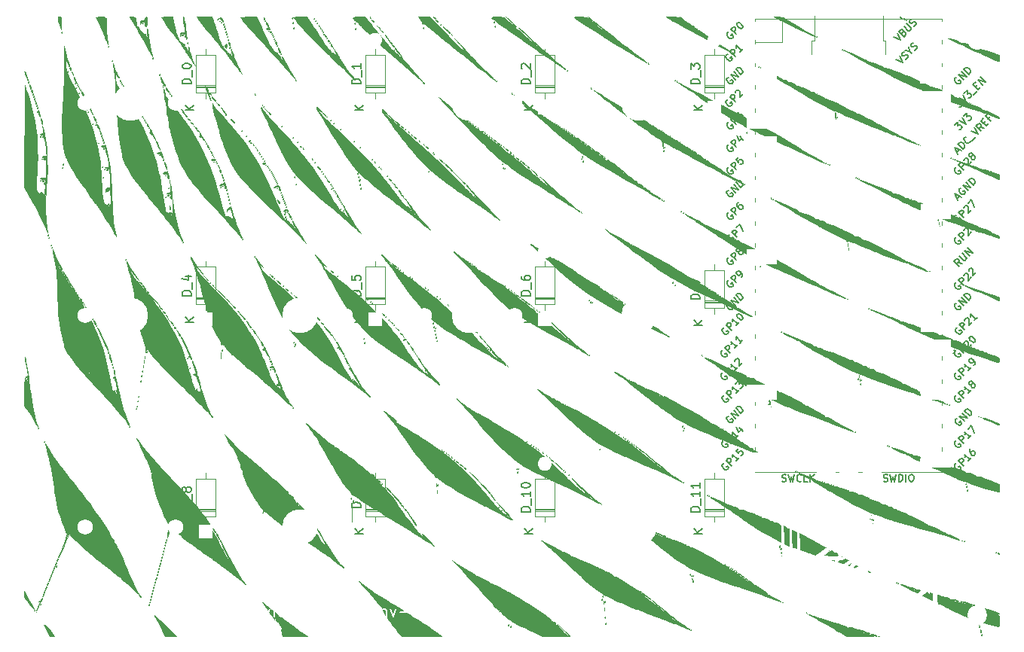
<source format=gto>
G04 #@! TF.GenerationSoftware,KiCad,Pcbnew,(5.1.9)-1*
G04 #@! TF.CreationDate,2021-05-03T11:05:31+01:00*
G04 #@! TF.ProjectId,EnvMCRO,456e764d-4352-44f2-9e6b-696361645f70,rev?*
G04 #@! TF.SameCoordinates,Original*
G04 #@! TF.FileFunction,Legend,Top*
G04 #@! TF.FilePolarity,Positive*
%FSLAX46Y46*%
G04 Gerber Fmt 4.6, Leading zero omitted, Abs format (unit mm)*
G04 Created by KiCad (PCBNEW (5.1.9)-1) date 2021-05-03 11:05:31*
%MOMM*%
%LPD*%
G01*
G04 APERTURE LIST*
%ADD10C,0.010000*%
%ADD11C,0.120000*%
%ADD12C,0.150000*%
%ADD13C,0.153000*%
%ADD14O,1.700000X1.700000*%
%ADD15R,1.700000X1.700000*%
%ADD16R,3.500000X1.700000*%
%ADD17R,1.700000X3.500000*%
%ADD18C,2.200000*%
%ADD19C,3.987800*%
%ADD20C,1.750000*%
%ADD21O,1.600000X1.600000*%
%ADD22R,1.600000X1.600000*%
G04 APERTURE END LIST*
D10*
G36*
X65277527Y-106342810D02*
G01*
X65468126Y-106574602D01*
X65640373Y-106797532D01*
X65909412Y-107150063D01*
X66211807Y-107543932D01*
X66450848Y-107853500D01*
X66861101Y-108382666D01*
X66560226Y-108382666D01*
X66318676Y-108347464D01*
X66207285Y-108234744D01*
X66207199Y-108234500D01*
X65953650Y-107639154D01*
X65599332Y-106990637D01*
X65447031Y-106746266D01*
X65259149Y-106444291D01*
X65170178Y-106276896D01*
X65177258Y-106243322D01*
X65277527Y-106342810D01*
G37*
X65277527Y-106342810D02*
X65468126Y-106574602D01*
X65640373Y-106797532D01*
X65909412Y-107150063D01*
X66211807Y-107543932D01*
X66450848Y-107853500D01*
X66861101Y-108382666D01*
X66560226Y-108382666D01*
X66318676Y-108347464D01*
X66207285Y-108234744D01*
X66207199Y-108234500D01*
X65953650Y-107639154D01*
X65599332Y-106990637D01*
X65447031Y-106746266D01*
X65259149Y-106444291D01*
X65170178Y-106276896D01*
X65177258Y-106243322D01*
X65277527Y-106342810D01*
G36*
X78160074Y-106057447D02*
G01*
X78343915Y-106221336D01*
X78624583Y-106486460D01*
X79011505Y-106860231D01*
X79227398Y-107070333D01*
X79612673Y-107445199D01*
X79956063Y-107778175D01*
X80239448Y-108051783D01*
X80444708Y-108248544D01*
X80553720Y-108350982D01*
X80566069Y-108361500D01*
X80505061Y-108371173D01*
X80311656Y-108378526D01*
X80022786Y-108382369D01*
X79907454Y-108382666D01*
X79555134Y-108377261D01*
X79336901Y-108356414D01*
X79217722Y-108313179D01*
X79162562Y-108240607D01*
X79160283Y-108234500D01*
X78767871Y-107272753D01*
X78334128Y-106465827D01*
X78204445Y-106266000D01*
X78095246Y-106099069D01*
X78045166Y-106003725D01*
X78063633Y-105987381D01*
X78160074Y-106057447D01*
G37*
X78160074Y-106057447D02*
X78343915Y-106221336D01*
X78624583Y-106486460D01*
X79011505Y-106860231D01*
X79227398Y-107070333D01*
X79612673Y-107445199D01*
X79956063Y-107778175D01*
X80239448Y-108051783D01*
X80444708Y-108248544D01*
X80553720Y-108350982D01*
X80566069Y-108361500D01*
X80505061Y-108371173D01*
X80311656Y-108378526D01*
X80022786Y-108382369D01*
X79907454Y-108382666D01*
X79555134Y-108377261D01*
X79336901Y-108356414D01*
X79217722Y-108313179D01*
X79162562Y-108240607D01*
X79160283Y-108234500D01*
X78767871Y-107272753D01*
X78334128Y-106465827D01*
X78204445Y-106266000D01*
X78095246Y-106099069D01*
X78045166Y-106003725D01*
X78063633Y-105987381D01*
X78160074Y-106057447D01*
G36*
X90298000Y-104578305D02*
G01*
X90480751Y-104726335D01*
X90648667Y-104877790D01*
X90835218Y-105047020D01*
X91029759Y-105216431D01*
X91247261Y-105397539D01*
X91502694Y-105601862D01*
X91811029Y-105840916D01*
X92187235Y-106126217D01*
X92646284Y-106469284D01*
X93203145Y-106881631D01*
X93872790Y-107374778D01*
X94351643Y-107726500D01*
X95245590Y-108382666D01*
X93878461Y-108382666D01*
X93418748Y-108381428D01*
X93024789Y-108378004D01*
X92724819Y-108372833D01*
X92547072Y-108366349D01*
X92510417Y-108361500D01*
X92487524Y-108275709D01*
X92429972Y-108079435D01*
X92384656Y-107928828D01*
X92381273Y-107917000D01*
X92680667Y-107917000D01*
X92723000Y-107959333D01*
X92765333Y-107917000D01*
X92723000Y-107874666D01*
X92680667Y-107917000D01*
X92381273Y-107917000D01*
X92317148Y-107692831D01*
X92303734Y-107589350D01*
X92344500Y-107590413D01*
X92385572Y-107621695D01*
X92491527Y-107684454D01*
X92500576Y-107620997D01*
X92416470Y-107441279D01*
X92242959Y-107155253D01*
X92165346Y-107037175D01*
X91981633Y-106786136D01*
X91828952Y-106621964D01*
X91733817Y-106572742D01*
X91728931Y-106574942D01*
X91678423Y-106576884D01*
X91695128Y-106539209D01*
X91679819Y-106424302D01*
X91570992Y-106253892D01*
X91531688Y-106208627D01*
X91401239Y-106070890D01*
X91372435Y-106056499D01*
X91434850Y-106161859D01*
X91445812Y-106179005D01*
X91543054Y-106354685D01*
X91580000Y-106465035D01*
X91537228Y-106434792D01*
X91422623Y-106289618D01*
X91256752Y-106056486D01*
X91162133Y-105917029D01*
X90924853Y-105568541D01*
X90677094Y-105214650D01*
X90466047Y-104922594D01*
X90434399Y-104880184D01*
X90275204Y-104655226D01*
X90229611Y-104554601D01*
X90298000Y-104578305D01*
G37*
X90298000Y-104578305D02*
X90480751Y-104726335D01*
X90648667Y-104877790D01*
X90835218Y-105047020D01*
X91029759Y-105216431D01*
X91247261Y-105397539D01*
X91502694Y-105601862D01*
X91811029Y-105840916D01*
X92187235Y-106126217D01*
X92646284Y-106469284D01*
X93203145Y-106881631D01*
X93872790Y-107374778D01*
X94351643Y-107726500D01*
X95245590Y-108382666D01*
X93878461Y-108382666D01*
X93418748Y-108381428D01*
X93024789Y-108378004D01*
X92724819Y-108372833D01*
X92547072Y-108366349D01*
X92510417Y-108361500D01*
X92487524Y-108275709D01*
X92429972Y-108079435D01*
X92384656Y-107928828D01*
X92381273Y-107917000D01*
X92680667Y-107917000D01*
X92723000Y-107959333D01*
X92765333Y-107917000D01*
X92723000Y-107874666D01*
X92680667Y-107917000D01*
X92381273Y-107917000D01*
X92317148Y-107692831D01*
X92303734Y-107589350D01*
X92344500Y-107590413D01*
X92385572Y-107621695D01*
X92491527Y-107684454D01*
X92500576Y-107620997D01*
X92416470Y-107441279D01*
X92242959Y-107155253D01*
X92165346Y-107037175D01*
X91981633Y-106786136D01*
X91828952Y-106621964D01*
X91733817Y-106572742D01*
X91728931Y-106574942D01*
X91678423Y-106576884D01*
X91695128Y-106539209D01*
X91679819Y-106424302D01*
X91570992Y-106253892D01*
X91531688Y-106208627D01*
X91401239Y-106070890D01*
X91372435Y-106056499D01*
X91434850Y-106161859D01*
X91445812Y-106179005D01*
X91543054Y-106354685D01*
X91580000Y-106465035D01*
X91537228Y-106434792D01*
X91422623Y-106289618D01*
X91256752Y-106056486D01*
X91162133Y-105917029D01*
X90924853Y-105568541D01*
X90677094Y-105214650D01*
X90466047Y-104922594D01*
X90434399Y-104880184D01*
X90275204Y-104655226D01*
X90229611Y-104554601D01*
X90298000Y-104578305D01*
G36*
X101055629Y-102177265D02*
G01*
X101176609Y-102266906D01*
X101362611Y-102413738D01*
X101372142Y-102421339D01*
X101698184Y-102674608D01*
X102044545Y-102933123D01*
X102325397Y-103133333D01*
X102597943Y-103323982D01*
X102846027Y-103503763D01*
X102971403Y-103599000D01*
X103106203Y-103691959D01*
X103361815Y-103855856D01*
X103713408Y-104075247D01*
X104136152Y-104334687D01*
X104605215Y-104618733D01*
X104769815Y-104717558D01*
X105238579Y-104999165D01*
X105660137Y-105253910D01*
X106012124Y-105468156D01*
X106272176Y-105628267D01*
X106417926Y-105720604D01*
X106439000Y-105735335D01*
X106535520Y-105801273D01*
X106750202Y-105941244D01*
X107057908Y-106139070D01*
X107433498Y-106378574D01*
X107769176Y-106591351D01*
X108239276Y-106894208D01*
X108715667Y-107210955D01*
X109155792Y-107512636D01*
X109517096Y-107770295D01*
X109664193Y-107880740D01*
X110313701Y-108382666D01*
X105813944Y-108382666D01*
X105449139Y-107905021D01*
X105227799Y-107618116D01*
X105013251Y-107344758D01*
X104868235Y-107164187D01*
X104627648Y-106859415D01*
X104399786Y-106550340D01*
X104207994Y-106270971D01*
X104075617Y-106055322D01*
X104026001Y-105937402D01*
X104026000Y-105937156D01*
X103967159Y-105847188D01*
X103941333Y-105842666D01*
X103878227Y-105770060D01*
X103856667Y-105626003D01*
X103828179Y-105474358D01*
X103758918Y-105469751D01*
X103701191Y-105479982D01*
X103723549Y-105429231D01*
X103701510Y-105311784D01*
X103566660Y-105087161D01*
X103327571Y-104766256D01*
X102992812Y-104359962D01*
X102570954Y-103879173D01*
X102103202Y-103369633D01*
X101681055Y-102917676D01*
X101367642Y-102579611D01*
X101155679Y-102345987D01*
X101037879Y-102207355D01*
X101006958Y-102154264D01*
X101055629Y-102177265D01*
G37*
X101055629Y-102177265D02*
X101176609Y-102266906D01*
X101362611Y-102413738D01*
X101372142Y-102421339D01*
X101698184Y-102674608D01*
X102044545Y-102933123D01*
X102325397Y-103133333D01*
X102597943Y-103323982D01*
X102846027Y-103503763D01*
X102971403Y-103599000D01*
X103106203Y-103691959D01*
X103361815Y-103855856D01*
X103713408Y-104075247D01*
X104136152Y-104334687D01*
X104605215Y-104618733D01*
X104769815Y-104717558D01*
X105238579Y-104999165D01*
X105660137Y-105253910D01*
X106012124Y-105468156D01*
X106272176Y-105628267D01*
X106417926Y-105720604D01*
X106439000Y-105735335D01*
X106535520Y-105801273D01*
X106750202Y-105941244D01*
X107057908Y-106139070D01*
X107433498Y-106378574D01*
X107769176Y-106591351D01*
X108239276Y-106894208D01*
X108715667Y-107210955D01*
X109155792Y-107512636D01*
X109517096Y-107770295D01*
X109664193Y-107880740D01*
X110313701Y-108382666D01*
X105813944Y-108382666D01*
X105449139Y-107905021D01*
X105227799Y-107618116D01*
X105013251Y-107344758D01*
X104868235Y-107164187D01*
X104627648Y-106859415D01*
X104399786Y-106550340D01*
X104207994Y-106270971D01*
X104075617Y-106055322D01*
X104026001Y-105937402D01*
X104026000Y-105937156D01*
X103967159Y-105847188D01*
X103941333Y-105842666D01*
X103878227Y-105770060D01*
X103856667Y-105626003D01*
X103828179Y-105474358D01*
X103758918Y-105469751D01*
X103701191Y-105479982D01*
X103723549Y-105429231D01*
X103701510Y-105311784D01*
X103566660Y-105087161D01*
X103327571Y-104766256D01*
X102992812Y-104359962D01*
X102570954Y-103879173D01*
X102103202Y-103369633D01*
X101681055Y-102917676D01*
X101367642Y-102579611D01*
X101155679Y-102345987D01*
X101037879Y-102207355D01*
X101006958Y-102154264D01*
X101055629Y-102177265D01*
G36*
X112069333Y-100186648D02*
G01*
X112380442Y-100390984D01*
X112779960Y-100640434D01*
X113208116Y-100898155D01*
X113483797Y-101058572D01*
X113817268Y-101256266D01*
X114083960Y-101427754D01*
X114256537Y-101554492D01*
X114307916Y-101617559D01*
X114329361Y-101712081D01*
X114367034Y-101743564D01*
X114425762Y-101755574D01*
X114398963Y-101696097D01*
X114367352Y-101643197D01*
X114368390Y-101619244D01*
X114426585Y-101633338D01*
X114566446Y-101694577D01*
X114812482Y-101812061D01*
X115141817Y-101971884D01*
X115478781Y-102149087D01*
X115684488Y-102287935D01*
X115745802Y-102379346D01*
X115742569Y-102387132D01*
X115734887Y-102441839D01*
X115786962Y-102418428D01*
X115893445Y-102429970D01*
X116105038Y-102504963D01*
X116386371Y-102625828D01*
X116702073Y-102774990D01*
X117016772Y-102934869D01*
X117295099Y-103087889D01*
X117501682Y-103216472D01*
X117601150Y-103303041D01*
X117603557Y-103321181D01*
X117627698Y-103354541D01*
X117679195Y-103341139D01*
X117816615Y-103357415D01*
X118018962Y-103452027D01*
X118085759Y-103494312D01*
X118283080Y-103619371D01*
X118582125Y-103798632D01*
X118936347Y-104004510D01*
X119181333Y-104143584D01*
X119682451Y-104437071D01*
X120218355Y-104771638D01*
X120763305Y-105129208D01*
X121291560Y-105491704D01*
X121777381Y-105841048D01*
X122195028Y-106159163D01*
X122518762Y-106427970D01*
X122722841Y-106629393D01*
X122725760Y-106632893D01*
X122844107Y-106727899D01*
X122906667Y-106731666D01*
X123002936Y-106756698D01*
X123087573Y-106838432D01*
X123159036Y-106936655D01*
X123118695Y-106922330D01*
X123033667Y-106861228D01*
X122950149Y-106809495D01*
X122982217Y-106865578D01*
X123069592Y-106967062D01*
X123220962Y-107113076D01*
X123341225Y-107191490D01*
X123397125Y-107187347D01*
X123364248Y-107099584D01*
X123354154Y-107041741D01*
X123402966Y-107063101D01*
X123467731Y-107159557D01*
X123458738Y-107194520D01*
X123496443Y-107279932D01*
X123633367Y-107451624D01*
X123844922Y-107680354D01*
X123986524Y-107822164D01*
X124557667Y-108379655D01*
X123118333Y-108378831D01*
X121679000Y-108378006D01*
X120959333Y-108027880D01*
X120643490Y-107875256D01*
X120388558Y-107754016D01*
X120230271Y-107681053D01*
X120197333Y-107667617D01*
X120105469Y-107626386D01*
X119898771Y-107525524D01*
X119612877Y-107383065D01*
X119283425Y-107217043D01*
X118946052Y-107045493D01*
X118636397Y-106886450D01*
X118390098Y-106757948D01*
X118250378Y-106682364D01*
X118100195Y-106583552D01*
X117889351Y-106428570D01*
X117734038Y-106308333D01*
X122229333Y-106308333D01*
X122271667Y-106350666D01*
X122314000Y-106308333D01*
X122271667Y-106266000D01*
X122229333Y-106308333D01*
X117734038Y-106308333D01*
X117651615Y-106244525D01*
X117520644Y-106139000D01*
X117572667Y-106139000D01*
X117615000Y-106181333D01*
X117657333Y-106139000D01*
X117615000Y-106096666D01*
X117572667Y-106139000D01*
X117520644Y-106139000D01*
X117420756Y-106058520D01*
X117230543Y-105897663D01*
X117114744Y-105789057D01*
X117098767Y-105758000D01*
X117088340Y-105704135D01*
X117002688Y-105588666D01*
X116866985Y-105461287D01*
X116780017Y-105419333D01*
X116672808Y-105358433D01*
X116593992Y-105271166D01*
X116458620Y-105150689D01*
X116372992Y-105123000D01*
X116269984Y-105063781D01*
X116263861Y-105038333D01*
X116302667Y-105038333D01*
X116345000Y-105080666D01*
X116387333Y-105038333D01*
X116345000Y-104996000D01*
X116302667Y-105038333D01*
X116263861Y-105038333D01*
X116260333Y-105023671D01*
X116205106Y-104921179D01*
X116057654Y-104732687D01*
X115845325Y-104492101D01*
X115748159Y-104388671D01*
X115508456Y-104132374D01*
X115192131Y-103786129D01*
X114833507Y-103387912D01*
X114466908Y-102975700D01*
X114308825Y-102796149D01*
X114194419Y-102667666D01*
X116218000Y-102667666D01*
X116260333Y-102710000D01*
X116302667Y-102667666D01*
X116260333Y-102625333D01*
X116218000Y-102667666D01*
X114194419Y-102667666D01*
X113898254Y-102335060D01*
X113429403Y-101819549D01*
X112954810Y-101306776D01*
X112527015Y-100853902D01*
X112450333Y-100774135D01*
X111519000Y-99808971D01*
X112069333Y-100186648D01*
G37*
X112069333Y-100186648D02*
X112380442Y-100390984D01*
X112779960Y-100640434D01*
X113208116Y-100898155D01*
X113483797Y-101058572D01*
X113817268Y-101256266D01*
X114083960Y-101427754D01*
X114256537Y-101554492D01*
X114307916Y-101617559D01*
X114329361Y-101712081D01*
X114367034Y-101743564D01*
X114425762Y-101755574D01*
X114398963Y-101696097D01*
X114367352Y-101643197D01*
X114368390Y-101619244D01*
X114426585Y-101633338D01*
X114566446Y-101694577D01*
X114812482Y-101812061D01*
X115141817Y-101971884D01*
X115478781Y-102149087D01*
X115684488Y-102287935D01*
X115745802Y-102379346D01*
X115742569Y-102387132D01*
X115734887Y-102441839D01*
X115786962Y-102418428D01*
X115893445Y-102429970D01*
X116105038Y-102504963D01*
X116386371Y-102625828D01*
X116702073Y-102774990D01*
X117016772Y-102934869D01*
X117295099Y-103087889D01*
X117501682Y-103216472D01*
X117601150Y-103303041D01*
X117603557Y-103321181D01*
X117627698Y-103354541D01*
X117679195Y-103341139D01*
X117816615Y-103357415D01*
X118018962Y-103452027D01*
X118085759Y-103494312D01*
X118283080Y-103619371D01*
X118582125Y-103798632D01*
X118936347Y-104004510D01*
X119181333Y-104143584D01*
X119682451Y-104437071D01*
X120218355Y-104771638D01*
X120763305Y-105129208D01*
X121291560Y-105491704D01*
X121777381Y-105841048D01*
X122195028Y-106159163D01*
X122518762Y-106427970D01*
X122722841Y-106629393D01*
X122725760Y-106632893D01*
X122844107Y-106727899D01*
X122906667Y-106731666D01*
X123002936Y-106756698D01*
X123087573Y-106838432D01*
X123159036Y-106936655D01*
X123118695Y-106922330D01*
X123033667Y-106861228D01*
X122950149Y-106809495D01*
X122982217Y-106865578D01*
X123069592Y-106967062D01*
X123220962Y-107113076D01*
X123341225Y-107191490D01*
X123397125Y-107187347D01*
X123364248Y-107099584D01*
X123354154Y-107041741D01*
X123402966Y-107063101D01*
X123467731Y-107159557D01*
X123458738Y-107194520D01*
X123496443Y-107279932D01*
X123633367Y-107451624D01*
X123844922Y-107680354D01*
X123986524Y-107822164D01*
X124557667Y-108379655D01*
X123118333Y-108378831D01*
X121679000Y-108378006D01*
X120959333Y-108027880D01*
X120643490Y-107875256D01*
X120388558Y-107754016D01*
X120230271Y-107681053D01*
X120197333Y-107667617D01*
X120105469Y-107626386D01*
X119898771Y-107525524D01*
X119612877Y-107383065D01*
X119283425Y-107217043D01*
X118946052Y-107045493D01*
X118636397Y-106886450D01*
X118390098Y-106757948D01*
X118250378Y-106682364D01*
X118100195Y-106583552D01*
X117889351Y-106428570D01*
X117734038Y-106308333D01*
X122229333Y-106308333D01*
X122271667Y-106350666D01*
X122314000Y-106308333D01*
X122271667Y-106266000D01*
X122229333Y-106308333D01*
X117734038Y-106308333D01*
X117651615Y-106244525D01*
X117520644Y-106139000D01*
X117572667Y-106139000D01*
X117615000Y-106181333D01*
X117657333Y-106139000D01*
X117615000Y-106096666D01*
X117572667Y-106139000D01*
X117520644Y-106139000D01*
X117420756Y-106058520D01*
X117230543Y-105897663D01*
X117114744Y-105789057D01*
X117098767Y-105758000D01*
X117088340Y-105704135D01*
X117002688Y-105588666D01*
X116866985Y-105461287D01*
X116780017Y-105419333D01*
X116672808Y-105358433D01*
X116593992Y-105271166D01*
X116458620Y-105150689D01*
X116372992Y-105123000D01*
X116269984Y-105063781D01*
X116263861Y-105038333D01*
X116302667Y-105038333D01*
X116345000Y-105080666D01*
X116387333Y-105038333D01*
X116345000Y-104996000D01*
X116302667Y-105038333D01*
X116263861Y-105038333D01*
X116260333Y-105023671D01*
X116205106Y-104921179D01*
X116057654Y-104732687D01*
X115845325Y-104492101D01*
X115748159Y-104388671D01*
X115508456Y-104132374D01*
X115192131Y-103786129D01*
X114833507Y-103387912D01*
X114466908Y-102975700D01*
X114308825Y-102796149D01*
X114194419Y-102667666D01*
X116218000Y-102667666D01*
X116260333Y-102710000D01*
X116302667Y-102667666D01*
X116260333Y-102625333D01*
X116218000Y-102667666D01*
X114194419Y-102667666D01*
X113898254Y-102335060D01*
X113429403Y-101819549D01*
X112954810Y-101306776D01*
X112527015Y-100853902D01*
X112450333Y-100774135D01*
X111519000Y-99808971D01*
X112069333Y-100186648D01*
G36*
X124155500Y-107745395D02*
G01*
X124447854Y-108028159D01*
X124634751Y-108214034D01*
X124733995Y-108322236D01*
X124763389Y-108371982D01*
X124745896Y-108382666D01*
X124681279Y-108325705D01*
X124525741Y-108172105D01*
X124305207Y-107947789D01*
X124132062Y-107768833D01*
X123541667Y-107155000D01*
X124155500Y-107745395D01*
G37*
X124155500Y-107745395D02*
X124447854Y-108028159D01*
X124634751Y-108214034D01*
X124733995Y-108322236D01*
X124763389Y-108371982D01*
X124745896Y-108382666D01*
X124681279Y-108325705D01*
X124525741Y-108172105D01*
X124305207Y-107947789D01*
X124132062Y-107768833D01*
X123541667Y-107155000D01*
X124155500Y-107745395D01*
G36*
X151634449Y-105890155D02*
G01*
X151838012Y-105956712D01*
X152121551Y-106060379D01*
X152223649Y-106099579D01*
X152519759Y-106206876D01*
X152937565Y-106347807D01*
X153436066Y-106509067D01*
X153974258Y-106677349D01*
X154420504Y-106812461D01*
X154888555Y-106954791D01*
X155282511Y-107080327D01*
X155580933Y-107181744D01*
X155762380Y-107251715D01*
X155805414Y-107282914D01*
X155799667Y-107283743D01*
X155630333Y-107293901D01*
X155799667Y-107366666D01*
X155997468Y-107429321D01*
X156096000Y-107444086D01*
X156180158Y-107435682D01*
X156120218Y-107376974D01*
X156096000Y-107359823D01*
X156042492Y-107322082D01*
X156022392Y-107300399D01*
X156057172Y-107299647D01*
X156168304Y-107324700D01*
X156377262Y-107380432D01*
X156705517Y-107471716D01*
X157174543Y-107603426D01*
X157196667Y-107609641D01*
X157583885Y-107721556D01*
X157929297Y-107827074D01*
X158188357Y-107912273D01*
X158297333Y-107953631D01*
X158434198Y-108017623D01*
X158421825Y-108031462D01*
X158255000Y-108007092D01*
X158001000Y-107966290D01*
X158255000Y-108085993D01*
X158464984Y-108170146D01*
X158625800Y-108210049D01*
X158702810Y-108202172D01*
X158661378Y-108142987D01*
X158636000Y-108124798D01*
X158588105Y-108074199D01*
X158686199Y-108079364D01*
X158763000Y-108095186D01*
X159053640Y-108177091D01*
X159186581Y-108257455D01*
X159156143Y-108332821D01*
X159154872Y-108333613D01*
X159069278Y-108336563D01*
X159059333Y-108302996D01*
X158994389Y-108216820D01*
X158969670Y-108213333D01*
X158919104Y-108265203D01*
X158932333Y-108298000D01*
X158871215Y-108330975D01*
X158645052Y-108356045D01*
X158257957Y-108372987D01*
X157714044Y-108381575D01*
X157383076Y-108382666D01*
X155781491Y-108382666D01*
X155028579Y-107887927D01*
X154926055Y-107824602D01*
X157472508Y-107824602D01*
X157495608Y-107866766D01*
X157563555Y-107874666D01*
X157685004Y-107916356D01*
X157704667Y-107959333D01*
X157769096Y-108041539D01*
X157789333Y-108044000D01*
X157871581Y-107983753D01*
X157874000Y-107965038D01*
X157804177Y-107881513D01*
X157653445Y-107818387D01*
X157509905Y-107806476D01*
X157472508Y-107824602D01*
X154926055Y-107824602D01*
X154650298Y-107654278D01*
X156895518Y-107654278D01*
X156985000Y-107705333D01*
X157182513Y-107765847D01*
X157281333Y-107778098D01*
X157328482Y-107756388D01*
X157239000Y-107705333D01*
X157041486Y-107644819D01*
X156942667Y-107632568D01*
X156895518Y-107654278D01*
X154650298Y-107654278D01*
X154346463Y-107466612D01*
X156273123Y-107466612D01*
X156333781Y-107525393D01*
X156350000Y-107536000D01*
X156477402Y-107609929D01*
X156516672Y-107587942D01*
X156517887Y-107564222D01*
X156632222Y-107564222D01*
X156643844Y-107614556D01*
X156688667Y-107620666D01*
X156758357Y-107589688D01*
X156745111Y-107564222D01*
X156644631Y-107554089D01*
X156632222Y-107564222D01*
X156517887Y-107564222D01*
X156519333Y-107536000D01*
X156449523Y-107464839D01*
X156371167Y-107452629D01*
X156273123Y-107466612D01*
X154346463Y-107466612D01*
X153994473Y-107249203D01*
X155447770Y-107249203D01*
X155461000Y-107282000D01*
X155537082Y-107362770D01*
X155550663Y-107366666D01*
X155587029Y-107301160D01*
X155588000Y-107282000D01*
X155522912Y-107200586D01*
X155498336Y-107197333D01*
X155447770Y-107249203D01*
X153994473Y-107249203D01*
X153819108Y-107140888D01*
X155192889Y-107140888D01*
X155204511Y-107191223D01*
X155249333Y-107197333D01*
X155319023Y-107166355D01*
X155305778Y-107140888D01*
X155205298Y-107130755D01*
X155192889Y-107140888D01*
X153819108Y-107140888D01*
X153781622Y-107117735D01*
X153670243Y-107056222D01*
X154854222Y-107056222D01*
X154865844Y-107106556D01*
X154910667Y-107112666D01*
X154980357Y-107081688D01*
X154967111Y-107056222D01*
X154866631Y-107046089D01*
X154854222Y-107056222D01*
X153670243Y-107056222D01*
X153582489Y-107007757D01*
X154524055Y-107007757D01*
X154607278Y-107021315D01*
X154717092Y-107005749D01*
X154718403Y-106976847D01*
X154605086Y-106956635D01*
X154556125Y-106970163D01*
X154524055Y-107007757D01*
X153582489Y-107007757D01*
X153363636Y-106886888D01*
X154261555Y-106886888D01*
X154273178Y-106937223D01*
X154318000Y-106943333D01*
X154387690Y-106912355D01*
X154374444Y-106886888D01*
X154273965Y-106876755D01*
X154261555Y-106886888D01*
X153363636Y-106886888D01*
X153275884Y-106838424D01*
X153931388Y-106838424D01*
X154014611Y-106851982D01*
X154124425Y-106836415D01*
X154125736Y-106807513D01*
X154012419Y-106787302D01*
X153963458Y-106800829D01*
X153931388Y-106838424D01*
X153275884Y-106838424D01*
X153057031Y-106717555D01*
X153668889Y-106717555D01*
X153680511Y-106767889D01*
X153725333Y-106774000D01*
X153795023Y-106743021D01*
X153781778Y-106717555D01*
X153681298Y-106707422D01*
X153668889Y-106717555D01*
X153057031Y-106717555D01*
X152903727Y-106632888D01*
X153414889Y-106632888D01*
X153426511Y-106683223D01*
X153471333Y-106689333D01*
X153541023Y-106658355D01*
X153527778Y-106632888D01*
X153427298Y-106622755D01*
X153414889Y-106632888D01*
X152903727Y-106632888D01*
X152750425Y-106548222D01*
X153160889Y-106548222D01*
X153172511Y-106598556D01*
X153217333Y-106604666D01*
X153287023Y-106573688D01*
X153273778Y-106548222D01*
X153173298Y-106538089D01*
X153160889Y-106548222D01*
X152750425Y-106548222D01*
X152622671Y-106477666D01*
X152963333Y-106477666D01*
X153005667Y-106520000D01*
X153048000Y-106477666D01*
X153005667Y-106435333D01*
X152963333Y-106477666D01*
X152622671Y-106477666D01*
X152381968Y-106344730D01*
X152202850Y-106251362D01*
X151907323Y-106094246D01*
X151682852Y-105967216D01*
X151561489Y-105888804D01*
X151549467Y-105873643D01*
X151634449Y-105890155D01*
G37*
X151634449Y-105890155D02*
X151838012Y-105956712D01*
X152121551Y-106060379D01*
X152223649Y-106099579D01*
X152519759Y-106206876D01*
X152937565Y-106347807D01*
X153436066Y-106509067D01*
X153974258Y-106677349D01*
X154420504Y-106812461D01*
X154888555Y-106954791D01*
X155282511Y-107080327D01*
X155580933Y-107181744D01*
X155762380Y-107251715D01*
X155805414Y-107282914D01*
X155799667Y-107283743D01*
X155630333Y-107293901D01*
X155799667Y-107366666D01*
X155997468Y-107429321D01*
X156096000Y-107444086D01*
X156180158Y-107435682D01*
X156120218Y-107376974D01*
X156096000Y-107359823D01*
X156042492Y-107322082D01*
X156022392Y-107300399D01*
X156057172Y-107299647D01*
X156168304Y-107324700D01*
X156377262Y-107380432D01*
X156705517Y-107471716D01*
X157174543Y-107603426D01*
X157196667Y-107609641D01*
X157583885Y-107721556D01*
X157929297Y-107827074D01*
X158188357Y-107912273D01*
X158297333Y-107953631D01*
X158434198Y-108017623D01*
X158421825Y-108031462D01*
X158255000Y-108007092D01*
X158001000Y-107966290D01*
X158255000Y-108085993D01*
X158464984Y-108170146D01*
X158625800Y-108210049D01*
X158702810Y-108202172D01*
X158661378Y-108142987D01*
X158636000Y-108124798D01*
X158588105Y-108074199D01*
X158686199Y-108079364D01*
X158763000Y-108095186D01*
X159053640Y-108177091D01*
X159186581Y-108257455D01*
X159156143Y-108332821D01*
X159154872Y-108333613D01*
X159069278Y-108336563D01*
X159059333Y-108302996D01*
X158994389Y-108216820D01*
X158969670Y-108213333D01*
X158919104Y-108265203D01*
X158932333Y-108298000D01*
X158871215Y-108330975D01*
X158645052Y-108356045D01*
X158257957Y-108372987D01*
X157714044Y-108381575D01*
X157383076Y-108382666D01*
X155781491Y-108382666D01*
X155028579Y-107887927D01*
X154926055Y-107824602D01*
X157472508Y-107824602D01*
X157495608Y-107866766D01*
X157563555Y-107874666D01*
X157685004Y-107916356D01*
X157704667Y-107959333D01*
X157769096Y-108041539D01*
X157789333Y-108044000D01*
X157871581Y-107983753D01*
X157874000Y-107965038D01*
X157804177Y-107881513D01*
X157653445Y-107818387D01*
X157509905Y-107806476D01*
X157472508Y-107824602D01*
X154926055Y-107824602D01*
X154650298Y-107654278D01*
X156895518Y-107654278D01*
X156985000Y-107705333D01*
X157182513Y-107765847D01*
X157281333Y-107778098D01*
X157328482Y-107756388D01*
X157239000Y-107705333D01*
X157041486Y-107644819D01*
X156942667Y-107632568D01*
X156895518Y-107654278D01*
X154650298Y-107654278D01*
X154346463Y-107466612D01*
X156273123Y-107466612D01*
X156333781Y-107525393D01*
X156350000Y-107536000D01*
X156477402Y-107609929D01*
X156516672Y-107587942D01*
X156517887Y-107564222D01*
X156632222Y-107564222D01*
X156643844Y-107614556D01*
X156688667Y-107620666D01*
X156758357Y-107589688D01*
X156745111Y-107564222D01*
X156644631Y-107554089D01*
X156632222Y-107564222D01*
X156517887Y-107564222D01*
X156519333Y-107536000D01*
X156449523Y-107464839D01*
X156371167Y-107452629D01*
X156273123Y-107466612D01*
X154346463Y-107466612D01*
X153994473Y-107249203D01*
X155447770Y-107249203D01*
X155461000Y-107282000D01*
X155537082Y-107362770D01*
X155550663Y-107366666D01*
X155587029Y-107301160D01*
X155588000Y-107282000D01*
X155522912Y-107200586D01*
X155498336Y-107197333D01*
X155447770Y-107249203D01*
X153994473Y-107249203D01*
X153819108Y-107140888D01*
X155192889Y-107140888D01*
X155204511Y-107191223D01*
X155249333Y-107197333D01*
X155319023Y-107166355D01*
X155305778Y-107140888D01*
X155205298Y-107130755D01*
X155192889Y-107140888D01*
X153819108Y-107140888D01*
X153781622Y-107117735D01*
X153670243Y-107056222D01*
X154854222Y-107056222D01*
X154865844Y-107106556D01*
X154910667Y-107112666D01*
X154980357Y-107081688D01*
X154967111Y-107056222D01*
X154866631Y-107046089D01*
X154854222Y-107056222D01*
X153670243Y-107056222D01*
X153582489Y-107007757D01*
X154524055Y-107007757D01*
X154607278Y-107021315D01*
X154717092Y-107005749D01*
X154718403Y-106976847D01*
X154605086Y-106956635D01*
X154556125Y-106970163D01*
X154524055Y-107007757D01*
X153582489Y-107007757D01*
X153363636Y-106886888D01*
X154261555Y-106886888D01*
X154273178Y-106937223D01*
X154318000Y-106943333D01*
X154387690Y-106912355D01*
X154374444Y-106886888D01*
X154273965Y-106876755D01*
X154261555Y-106886888D01*
X153363636Y-106886888D01*
X153275884Y-106838424D01*
X153931388Y-106838424D01*
X154014611Y-106851982D01*
X154124425Y-106836415D01*
X154125736Y-106807513D01*
X154012419Y-106787302D01*
X153963458Y-106800829D01*
X153931388Y-106838424D01*
X153275884Y-106838424D01*
X153057031Y-106717555D01*
X153668889Y-106717555D01*
X153680511Y-106767889D01*
X153725333Y-106774000D01*
X153795023Y-106743021D01*
X153781778Y-106717555D01*
X153681298Y-106707422D01*
X153668889Y-106717555D01*
X153057031Y-106717555D01*
X152903727Y-106632888D01*
X153414889Y-106632888D01*
X153426511Y-106683223D01*
X153471333Y-106689333D01*
X153541023Y-106658355D01*
X153527778Y-106632888D01*
X153427298Y-106622755D01*
X153414889Y-106632888D01*
X152903727Y-106632888D01*
X152750425Y-106548222D01*
X153160889Y-106548222D01*
X153172511Y-106598556D01*
X153217333Y-106604666D01*
X153287023Y-106573688D01*
X153273778Y-106548222D01*
X153173298Y-106538089D01*
X153160889Y-106548222D01*
X152750425Y-106548222D01*
X152622671Y-106477666D01*
X152963333Y-106477666D01*
X153005667Y-106520000D01*
X153048000Y-106477666D01*
X153005667Y-106435333D01*
X152963333Y-106477666D01*
X152622671Y-106477666D01*
X152381968Y-106344730D01*
X152202850Y-106251362D01*
X151907323Y-106094246D01*
X151682852Y-105967216D01*
X151561489Y-105888804D01*
X151549467Y-105873643D01*
X151634449Y-105890155D01*
G36*
X159544403Y-108331513D02*
G01*
X159519152Y-108369995D01*
X159433278Y-108375982D01*
X159342935Y-108355305D01*
X159382125Y-108324829D01*
X159514449Y-108314736D01*
X159544403Y-108331513D01*
G37*
X159544403Y-108331513D02*
X159519152Y-108369995D01*
X159433278Y-108375982D01*
X159342935Y-108355305D01*
X159382125Y-108324829D01*
X159514449Y-108314736D01*
X159544403Y-108331513D01*
G36*
X171053778Y-108156888D02*
G01*
X171063911Y-108257368D01*
X171053778Y-108269777D01*
X171003443Y-108258155D01*
X170997333Y-108213333D01*
X171028311Y-108143643D01*
X171053778Y-108156888D01*
G37*
X171053778Y-108156888D02*
X171063911Y-108257368D01*
X171053778Y-108269777D01*
X171003443Y-108258155D01*
X170997333Y-108213333D01*
X171028311Y-108143643D01*
X171053778Y-108156888D01*
G36*
X170908702Y-107599547D02*
G01*
X170955000Y-107705333D01*
X170984201Y-107865515D01*
X170970461Y-107929761D01*
X170916631Y-107895785D01*
X170870333Y-107790000D01*
X170841132Y-107629817D01*
X170854872Y-107565572D01*
X170908702Y-107599547D01*
G37*
X170908702Y-107599547D02*
X170955000Y-107705333D01*
X170984201Y-107865515D01*
X170970461Y-107929761D01*
X170916631Y-107895785D01*
X170870333Y-107790000D01*
X170841132Y-107629817D01*
X170854872Y-107565572D01*
X170908702Y-107599547D01*
G36*
X138400667Y-107663000D02*
G01*
X138358333Y-107705333D01*
X138316000Y-107663000D01*
X138358333Y-107620666D01*
X138400667Y-107663000D01*
G37*
X138400667Y-107663000D02*
X138358333Y-107705333D01*
X138316000Y-107663000D01*
X138358333Y-107620666D01*
X138400667Y-107663000D01*
G36*
X121617700Y-97612845D02*
G01*
X121789446Y-97704748D01*
X122015258Y-97836646D01*
X122321179Y-98010226D01*
X122706098Y-98213894D01*
X123094709Y-98407995D01*
X123154832Y-98436765D01*
X123450496Y-98585962D01*
X123670926Y-98714176D01*
X123783873Y-98801818D01*
X123790859Y-98823112D01*
X123812047Y-98918033D01*
X123849700Y-98949564D01*
X123908529Y-98961489D01*
X123882812Y-98904011D01*
X123888356Y-98841511D01*
X124024899Y-98861195D01*
X124277722Y-98958989D01*
X124549307Y-99088451D01*
X124747120Y-99203337D01*
X124801349Y-99282886D01*
X124760974Y-99328936D01*
X124717670Y-99379497D01*
X124830772Y-99386120D01*
X124855079Y-99384182D01*
X124994984Y-99409667D01*
X125246961Y-99490944D01*
X125582782Y-99615805D01*
X125974219Y-99772041D01*
X126393041Y-99947443D01*
X126811022Y-100129803D01*
X127199932Y-100306912D01*
X127531543Y-100466563D01*
X127777625Y-100596545D01*
X127909951Y-100684651D01*
X127923730Y-100711336D01*
X127931360Y-100749287D01*
X127967770Y-100732011D01*
X128088116Y-100727332D01*
X128270329Y-100782114D01*
X128456433Y-100869642D01*
X128588454Y-100963198D01*
X128613643Y-101029648D01*
X128633795Y-101070107D01*
X128680769Y-101059666D01*
X128816310Y-101074288D01*
X129024846Y-101158566D01*
X129256880Y-101283875D01*
X129462912Y-101421590D01*
X129593445Y-101543084D01*
X129614402Y-101599599D01*
X129642726Y-101664520D01*
X129681020Y-101651036D01*
X129783953Y-101644073D01*
X129968628Y-101709115D01*
X130246962Y-101852622D01*
X130630875Y-102081052D01*
X131132285Y-102400864D01*
X131449144Y-102609224D01*
X131815338Y-102846372D01*
X132138647Y-103045471D01*
X132389582Y-103189111D01*
X132538652Y-103259879D01*
X132558667Y-103264287D01*
X132660018Y-103318803D01*
X132666046Y-103365482D01*
X132724123Y-103462141D01*
X132913611Y-103651673D01*
X133228107Y-103928560D01*
X133661210Y-104287280D01*
X134206517Y-104722314D01*
X134556956Y-104996000D01*
X134888354Y-105261242D01*
X135244198Y-105558370D01*
X135486329Y-105768987D01*
X135706545Y-105955090D01*
X135974848Y-106166149D01*
X136260459Y-106380078D01*
X136532596Y-106574788D01*
X136760481Y-106728194D01*
X136913333Y-106818207D01*
X136961333Y-106827430D01*
X136898391Y-106761978D01*
X136735278Y-106630839D01*
X136559167Y-106500146D01*
X136329158Y-106324051D01*
X136017623Y-106071486D01*
X135669070Y-105779074D01*
X135391932Y-105539704D01*
X135047796Y-105238591D01*
X134708495Y-104942705D01*
X134417692Y-104690069D01*
X134248932Y-104544327D01*
X134058870Y-104380365D01*
X133984971Y-104312872D01*
X134032622Y-104343545D01*
X134207210Y-104474078D01*
X134336667Y-104571934D01*
X134596476Y-104776500D01*
X134933779Y-105053348D01*
X135299760Y-105361978D01*
X135564333Y-105590495D01*
X135998080Y-105963118D01*
X136387643Y-106280147D01*
X136782411Y-106579249D01*
X137231771Y-106898090D01*
X137675744Y-107200768D01*
X137980700Y-107407019D01*
X138166948Y-107538889D01*
X138227601Y-107598003D01*
X138155772Y-107585988D01*
X137944574Y-107504469D01*
X137587119Y-107355073D01*
X137384667Y-107269496D01*
X137020831Y-107120729D01*
X136546830Y-106934279D01*
X136412949Y-106882935D01*
X137059648Y-106882935D01*
X137080248Y-106930251D01*
X137165499Y-107021145D01*
X137214509Y-107002499D01*
X137215333Y-106990663D01*
X137155196Y-106919050D01*
X137117585Y-106892915D01*
X137059648Y-106882935D01*
X136412949Y-106882935D01*
X136012049Y-106729188D01*
X135465873Y-106524497D01*
X135183333Y-106420741D01*
X134696534Y-106241516D01*
X134237235Y-106068830D01*
X133840929Y-105916293D01*
X133543108Y-105797514D01*
X133410042Y-105740745D01*
X133162468Y-105635780D01*
X132813104Y-105497483D01*
X132419957Y-105348548D01*
X132224709Y-105277043D01*
X131756220Y-105100538D01*
X131240652Y-104894150D01*
X130703072Y-104669205D01*
X130168548Y-104437026D01*
X129662148Y-104208937D01*
X129208941Y-103996263D01*
X128833995Y-103810329D01*
X128562377Y-103662458D01*
X128419156Y-103563975D01*
X128410000Y-103553779D01*
X128323175Y-103480653D01*
X128139983Y-103345000D01*
X132558667Y-103345000D01*
X132601000Y-103387333D01*
X132643333Y-103345000D01*
X132601000Y-103302666D01*
X132558667Y-103345000D01*
X128139983Y-103345000D01*
X128137124Y-103342883D01*
X127902000Y-103177176D01*
X127544745Y-102922669D01*
X127179397Y-102644918D01*
X126790385Y-102330316D01*
X126362138Y-101965258D01*
X125879088Y-101536137D01*
X125820333Y-101482333D01*
X129256667Y-101482333D01*
X129299000Y-101524666D01*
X129341333Y-101482333D01*
X129299000Y-101440000D01*
X129256667Y-101482333D01*
X125820333Y-101482333D01*
X125542960Y-101228333D01*
X128833333Y-101228333D01*
X128875667Y-101270666D01*
X128918000Y-101228333D01*
X128875667Y-101186000D01*
X128833333Y-101228333D01*
X125542960Y-101228333D01*
X125325663Y-101029348D01*
X125176334Y-100889666D01*
X128156000Y-100889666D01*
X128198333Y-100932000D01*
X128240667Y-100889666D01*
X128198333Y-100847333D01*
X128156000Y-100889666D01*
X125176334Y-100889666D01*
X124805744Y-100543017D01*
X127419116Y-100543017D01*
X127478667Y-100593333D01*
X127613763Y-100669483D01*
X127631762Y-100640802D01*
X127605667Y-100593333D01*
X127482018Y-100512834D01*
X127452503Y-100509963D01*
X127419116Y-100543017D01*
X124805744Y-100543017D01*
X124686293Y-100431283D01*
X124633999Y-100381666D01*
X127055333Y-100381666D01*
X127097667Y-100424000D01*
X127140000Y-100381666D01*
X127097667Y-100339333D01*
X127055333Y-100381666D01*
X124633999Y-100381666D01*
X124544763Y-100297000D01*
X126886000Y-100297000D01*
X126928333Y-100339333D01*
X126970667Y-100297000D01*
X126928333Y-100254666D01*
X126886000Y-100297000D01*
X124544763Y-100297000D01*
X124440654Y-100198222D01*
X126660222Y-100198222D01*
X126671844Y-100248556D01*
X126716667Y-100254666D01*
X126786357Y-100223688D01*
X126773111Y-100198222D01*
X126672631Y-100188089D01*
X126660222Y-100198222D01*
X124440654Y-100198222D01*
X124366290Y-100127666D01*
X126462667Y-100127666D01*
X126505000Y-100170000D01*
X126547333Y-100127666D01*
X126505000Y-100085333D01*
X126462667Y-100127666D01*
X124366290Y-100127666D01*
X124192151Y-99962444D01*
X126159203Y-99962444D01*
X126166933Y-100001636D01*
X126257489Y-100071822D01*
X126354534Y-100083600D01*
X126378000Y-100052058D01*
X126311587Y-99997681D01*
X126246602Y-99968361D01*
X126159203Y-99962444D01*
X124192151Y-99962444D01*
X124004284Y-99784197D01*
X125727855Y-99784197D01*
X125785333Y-99831333D01*
X125939682Y-99902977D01*
X125997000Y-99913407D01*
X126012145Y-99878469D01*
X125954667Y-99831333D01*
X125800318Y-99759689D01*
X125743000Y-99749259D01*
X125727855Y-99784197D01*
X124004284Y-99784197D01*
X123945409Y-99728337D01*
X123920254Y-99704333D01*
X125531333Y-99704333D01*
X125573667Y-99746666D01*
X125616000Y-99704333D01*
X125573667Y-99662000D01*
X125531333Y-99704333D01*
X123920254Y-99704333D01*
X123837890Y-99625738D01*
X123657338Y-99456939D01*
X124966192Y-99456939D01*
X125057702Y-99533880D01*
X125060682Y-99536163D01*
X125222609Y-99627098D01*
X125372387Y-99665176D01*
X125445965Y-99635167D01*
X125446667Y-99627949D01*
X125375506Y-99581422D01*
X125201218Y-99512224D01*
X125171500Y-99502112D01*
X124998134Y-99448191D01*
X124966192Y-99456939D01*
X123657338Y-99456939D01*
X123444218Y-99257694D01*
X123423231Y-99238666D01*
X124515333Y-99238666D01*
X124546311Y-99308356D01*
X124571778Y-99295111D01*
X124581911Y-99194631D01*
X124571778Y-99182222D01*
X124521443Y-99193844D01*
X124515333Y-99238666D01*
X123423231Y-99238666D01*
X123283149Y-99111666D01*
X124261333Y-99111666D01*
X124303667Y-99154000D01*
X124346000Y-99111666D01*
X124303667Y-99069333D01*
X124261333Y-99111666D01*
X123283149Y-99111666D01*
X123189761Y-99027000D01*
X124092000Y-99027000D01*
X124134333Y-99069333D01*
X124176667Y-99027000D01*
X124134333Y-98984666D01*
X124092000Y-99027000D01*
X123189761Y-99027000D01*
X123004476Y-98859019D01*
X122906929Y-98773000D01*
X123499333Y-98773000D01*
X123541667Y-98815333D01*
X123584000Y-98773000D01*
X123541667Y-98730666D01*
X123499333Y-98773000D01*
X122906929Y-98773000D01*
X122810914Y-98688333D01*
X123330000Y-98688333D01*
X123372333Y-98730666D01*
X123414667Y-98688333D01*
X123372333Y-98646000D01*
X123330000Y-98688333D01*
X122810914Y-98688333D01*
X122578510Y-98483396D01*
X122292723Y-98239619D01*
X121999206Y-97992083D01*
X121760685Y-97785921D01*
X121603127Y-97643920D01*
X121552000Y-97589629D01*
X121617700Y-97612845D01*
G37*
X121617700Y-97612845D02*
X121789446Y-97704748D01*
X122015258Y-97836646D01*
X122321179Y-98010226D01*
X122706098Y-98213894D01*
X123094709Y-98407995D01*
X123154832Y-98436765D01*
X123450496Y-98585962D01*
X123670926Y-98714176D01*
X123783873Y-98801818D01*
X123790859Y-98823112D01*
X123812047Y-98918033D01*
X123849700Y-98949564D01*
X123908529Y-98961489D01*
X123882812Y-98904011D01*
X123888356Y-98841511D01*
X124024899Y-98861195D01*
X124277722Y-98958989D01*
X124549307Y-99088451D01*
X124747120Y-99203337D01*
X124801349Y-99282886D01*
X124760974Y-99328936D01*
X124717670Y-99379497D01*
X124830772Y-99386120D01*
X124855079Y-99384182D01*
X124994984Y-99409667D01*
X125246961Y-99490944D01*
X125582782Y-99615805D01*
X125974219Y-99772041D01*
X126393041Y-99947443D01*
X126811022Y-100129803D01*
X127199932Y-100306912D01*
X127531543Y-100466563D01*
X127777625Y-100596545D01*
X127909951Y-100684651D01*
X127923730Y-100711336D01*
X127931360Y-100749287D01*
X127967770Y-100732011D01*
X128088116Y-100727332D01*
X128270329Y-100782114D01*
X128456433Y-100869642D01*
X128588454Y-100963198D01*
X128613643Y-101029648D01*
X128633795Y-101070107D01*
X128680769Y-101059666D01*
X128816310Y-101074288D01*
X129024846Y-101158566D01*
X129256880Y-101283875D01*
X129462912Y-101421590D01*
X129593445Y-101543084D01*
X129614402Y-101599599D01*
X129642726Y-101664520D01*
X129681020Y-101651036D01*
X129783953Y-101644073D01*
X129968628Y-101709115D01*
X130246962Y-101852622D01*
X130630875Y-102081052D01*
X131132285Y-102400864D01*
X131449144Y-102609224D01*
X131815338Y-102846372D01*
X132138647Y-103045471D01*
X132389582Y-103189111D01*
X132538652Y-103259879D01*
X132558667Y-103264287D01*
X132660018Y-103318803D01*
X132666046Y-103365482D01*
X132724123Y-103462141D01*
X132913611Y-103651673D01*
X133228107Y-103928560D01*
X133661210Y-104287280D01*
X134206517Y-104722314D01*
X134556956Y-104996000D01*
X134888354Y-105261242D01*
X135244198Y-105558370D01*
X135486329Y-105768987D01*
X135706545Y-105955090D01*
X135974848Y-106166149D01*
X136260459Y-106380078D01*
X136532596Y-106574788D01*
X136760481Y-106728194D01*
X136913333Y-106818207D01*
X136961333Y-106827430D01*
X136898391Y-106761978D01*
X136735278Y-106630839D01*
X136559167Y-106500146D01*
X136329158Y-106324051D01*
X136017623Y-106071486D01*
X135669070Y-105779074D01*
X135391932Y-105539704D01*
X135047796Y-105238591D01*
X134708495Y-104942705D01*
X134417692Y-104690069D01*
X134248932Y-104544327D01*
X134058870Y-104380365D01*
X133984971Y-104312872D01*
X134032622Y-104343545D01*
X134207210Y-104474078D01*
X134336667Y-104571934D01*
X134596476Y-104776500D01*
X134933779Y-105053348D01*
X135299760Y-105361978D01*
X135564333Y-105590495D01*
X135998080Y-105963118D01*
X136387643Y-106280147D01*
X136782411Y-106579249D01*
X137231771Y-106898090D01*
X137675744Y-107200768D01*
X137980700Y-107407019D01*
X138166948Y-107538889D01*
X138227601Y-107598003D01*
X138155772Y-107585988D01*
X137944574Y-107504469D01*
X137587119Y-107355073D01*
X137384667Y-107269496D01*
X137020831Y-107120729D01*
X136546830Y-106934279D01*
X136412949Y-106882935D01*
X137059648Y-106882935D01*
X137080248Y-106930251D01*
X137165499Y-107021145D01*
X137214509Y-107002499D01*
X137215333Y-106990663D01*
X137155196Y-106919050D01*
X137117585Y-106892915D01*
X137059648Y-106882935D01*
X136412949Y-106882935D01*
X136012049Y-106729188D01*
X135465873Y-106524497D01*
X135183333Y-106420741D01*
X134696534Y-106241516D01*
X134237235Y-106068830D01*
X133840929Y-105916293D01*
X133543108Y-105797514D01*
X133410042Y-105740745D01*
X133162468Y-105635780D01*
X132813104Y-105497483D01*
X132419957Y-105348548D01*
X132224709Y-105277043D01*
X131756220Y-105100538D01*
X131240652Y-104894150D01*
X130703072Y-104669205D01*
X130168548Y-104437026D01*
X129662148Y-104208937D01*
X129208941Y-103996263D01*
X128833995Y-103810329D01*
X128562377Y-103662458D01*
X128419156Y-103563975D01*
X128410000Y-103553779D01*
X128323175Y-103480653D01*
X128139983Y-103345000D01*
X132558667Y-103345000D01*
X132601000Y-103387333D01*
X132643333Y-103345000D01*
X132601000Y-103302666D01*
X132558667Y-103345000D01*
X128139983Y-103345000D01*
X128137124Y-103342883D01*
X127902000Y-103177176D01*
X127544745Y-102922669D01*
X127179397Y-102644918D01*
X126790385Y-102330316D01*
X126362138Y-101965258D01*
X125879088Y-101536137D01*
X125820333Y-101482333D01*
X129256667Y-101482333D01*
X129299000Y-101524666D01*
X129341333Y-101482333D01*
X129299000Y-101440000D01*
X129256667Y-101482333D01*
X125820333Y-101482333D01*
X125542960Y-101228333D01*
X128833333Y-101228333D01*
X128875667Y-101270666D01*
X128918000Y-101228333D01*
X128875667Y-101186000D01*
X128833333Y-101228333D01*
X125542960Y-101228333D01*
X125325663Y-101029348D01*
X125176334Y-100889666D01*
X128156000Y-100889666D01*
X128198333Y-100932000D01*
X128240667Y-100889666D01*
X128198333Y-100847333D01*
X128156000Y-100889666D01*
X125176334Y-100889666D01*
X124805744Y-100543017D01*
X127419116Y-100543017D01*
X127478667Y-100593333D01*
X127613763Y-100669483D01*
X127631762Y-100640802D01*
X127605667Y-100593333D01*
X127482018Y-100512834D01*
X127452503Y-100509963D01*
X127419116Y-100543017D01*
X124805744Y-100543017D01*
X124686293Y-100431283D01*
X124633999Y-100381666D01*
X127055333Y-100381666D01*
X127097667Y-100424000D01*
X127140000Y-100381666D01*
X127097667Y-100339333D01*
X127055333Y-100381666D01*
X124633999Y-100381666D01*
X124544763Y-100297000D01*
X126886000Y-100297000D01*
X126928333Y-100339333D01*
X126970667Y-100297000D01*
X126928333Y-100254666D01*
X126886000Y-100297000D01*
X124544763Y-100297000D01*
X124440654Y-100198222D01*
X126660222Y-100198222D01*
X126671844Y-100248556D01*
X126716667Y-100254666D01*
X126786357Y-100223688D01*
X126773111Y-100198222D01*
X126672631Y-100188089D01*
X126660222Y-100198222D01*
X124440654Y-100198222D01*
X124366290Y-100127666D01*
X126462667Y-100127666D01*
X126505000Y-100170000D01*
X126547333Y-100127666D01*
X126505000Y-100085333D01*
X126462667Y-100127666D01*
X124366290Y-100127666D01*
X124192151Y-99962444D01*
X126159203Y-99962444D01*
X126166933Y-100001636D01*
X126257489Y-100071822D01*
X126354534Y-100083600D01*
X126378000Y-100052058D01*
X126311587Y-99997681D01*
X126246602Y-99968361D01*
X126159203Y-99962444D01*
X124192151Y-99962444D01*
X124004284Y-99784197D01*
X125727855Y-99784197D01*
X125785333Y-99831333D01*
X125939682Y-99902977D01*
X125997000Y-99913407D01*
X126012145Y-99878469D01*
X125954667Y-99831333D01*
X125800318Y-99759689D01*
X125743000Y-99749259D01*
X125727855Y-99784197D01*
X124004284Y-99784197D01*
X123945409Y-99728337D01*
X123920254Y-99704333D01*
X125531333Y-99704333D01*
X125573667Y-99746666D01*
X125616000Y-99704333D01*
X125573667Y-99662000D01*
X125531333Y-99704333D01*
X123920254Y-99704333D01*
X123837890Y-99625738D01*
X123657338Y-99456939D01*
X124966192Y-99456939D01*
X125057702Y-99533880D01*
X125060682Y-99536163D01*
X125222609Y-99627098D01*
X125372387Y-99665176D01*
X125445965Y-99635167D01*
X125446667Y-99627949D01*
X125375506Y-99581422D01*
X125201218Y-99512224D01*
X125171500Y-99502112D01*
X124998134Y-99448191D01*
X124966192Y-99456939D01*
X123657338Y-99456939D01*
X123444218Y-99257694D01*
X123423231Y-99238666D01*
X124515333Y-99238666D01*
X124546311Y-99308356D01*
X124571778Y-99295111D01*
X124581911Y-99194631D01*
X124571778Y-99182222D01*
X124521443Y-99193844D01*
X124515333Y-99238666D01*
X123423231Y-99238666D01*
X123283149Y-99111666D01*
X124261333Y-99111666D01*
X124303667Y-99154000D01*
X124346000Y-99111666D01*
X124303667Y-99069333D01*
X124261333Y-99111666D01*
X123283149Y-99111666D01*
X123189761Y-99027000D01*
X124092000Y-99027000D01*
X124134333Y-99069333D01*
X124176667Y-99027000D01*
X124134333Y-98984666D01*
X124092000Y-99027000D01*
X123189761Y-99027000D01*
X123004476Y-98859019D01*
X122906929Y-98773000D01*
X123499333Y-98773000D01*
X123541667Y-98815333D01*
X123584000Y-98773000D01*
X123541667Y-98730666D01*
X123499333Y-98773000D01*
X122906929Y-98773000D01*
X122810914Y-98688333D01*
X123330000Y-98688333D01*
X123372333Y-98730666D01*
X123414667Y-98688333D01*
X123372333Y-98646000D01*
X123330000Y-98688333D01*
X122810914Y-98688333D01*
X122578510Y-98483396D01*
X122292723Y-98239619D01*
X121999206Y-97992083D01*
X121760685Y-97785921D01*
X121603127Y-97643920D01*
X121552000Y-97589629D01*
X121617700Y-97612845D01*
G36*
X118137111Y-107225555D02*
G01*
X118147244Y-107326035D01*
X118137111Y-107338444D01*
X118086777Y-107326822D01*
X118080667Y-107282000D01*
X118111645Y-107212309D01*
X118137111Y-107225555D01*
G37*
X118137111Y-107225555D02*
X118147244Y-107326035D01*
X118137111Y-107338444D01*
X118086777Y-107326822D01*
X118080667Y-107282000D01*
X118111645Y-107212309D01*
X118137111Y-107225555D01*
G36*
X170799778Y-107225555D02*
G01*
X170809911Y-107326035D01*
X170799778Y-107338444D01*
X170749443Y-107326822D01*
X170743333Y-107282000D01*
X170774311Y-107212309D01*
X170799778Y-107225555D01*
G37*
X170799778Y-107225555D02*
X170809911Y-107326035D01*
X170799778Y-107338444D01*
X170749443Y-107326822D01*
X170743333Y-107282000D01*
X170774311Y-107212309D01*
X170799778Y-107225555D01*
G36*
X161895667Y-102500215D02*
G01*
X162037375Y-102545202D01*
X162305619Y-102627128D01*
X162664488Y-102735134D01*
X163078073Y-102858360D01*
X163165667Y-102884311D01*
X163780075Y-103066324D01*
X164247564Y-103205456D01*
X164583639Y-103306703D01*
X164803802Y-103375064D01*
X164923560Y-103415537D01*
X164958415Y-103433118D01*
X164923872Y-103432807D01*
X164835436Y-103419601D01*
X164816667Y-103416517D01*
X164625979Y-103398728D01*
X164581094Y-103423707D01*
X164668757Y-103476119D01*
X164875718Y-103540631D01*
X164936362Y-103555019D01*
X165139151Y-103585300D01*
X165191160Y-103549563D01*
X165183830Y-103534278D01*
X165198859Y-103483123D01*
X165332594Y-103508909D01*
X165492687Y-103554847D01*
X165776055Y-103632337D01*
X166142072Y-103730392D01*
X166533080Y-103833566D01*
X166991977Y-103961549D01*
X167289687Y-104062719D01*
X167424087Y-104136275D01*
X167422080Y-104169458D01*
X167405854Y-104211069D01*
X167541221Y-104201891D01*
X167568333Y-104197062D01*
X167807310Y-104193946D01*
X168102158Y-104242690D01*
X168203333Y-104270928D01*
X168391841Y-104340431D01*
X168460654Y-104386884D01*
X168431170Y-104397669D01*
X168328727Y-104440663D01*
X168333815Y-104493632D01*
X168411168Y-104551337D01*
X168431212Y-104542343D01*
X168529205Y-104540598D01*
X168732222Y-104582655D01*
X168867234Y-104620460D01*
X169156532Y-104699015D01*
X169334967Y-104730569D01*
X169388907Y-104718687D01*
X169304725Y-104666931D01*
X169068791Y-104578867D01*
X169050000Y-104572666D01*
X168777334Y-104478744D01*
X168653251Y-104426075D01*
X168662793Y-104412009D01*
X168790999Y-104433894D01*
X169022911Y-104489081D01*
X169343569Y-104574919D01*
X169738014Y-104688756D01*
X169785916Y-104703068D01*
X170661678Y-104969396D01*
X171406543Y-105203801D01*
X172015576Y-105404492D01*
X172483842Y-105569677D01*
X172806407Y-105697564D01*
X172978335Y-105786361D01*
X172994692Y-105834276D01*
X172924263Y-105842666D01*
X172776768Y-105802849D01*
X172739316Y-105768219D01*
X172650063Y-105703297D01*
X172506226Y-105644547D01*
X172383965Y-105618458D01*
X172352000Y-105633509D01*
X172418623Y-105688168D01*
X172587364Y-105793393D01*
X172690667Y-105852839D01*
X173029333Y-106043181D01*
X173029333Y-106662590D01*
X173019240Y-107011845D01*
X172986924Y-107210577D01*
X172929329Y-107276508D01*
X172923500Y-107276575D01*
X172808841Y-107252663D01*
X172562098Y-107190269D01*
X172213982Y-107097506D01*
X171795206Y-106982487D01*
X171545873Y-106912674D01*
X171005574Y-106752331D01*
X170428624Y-106567679D01*
X169877934Y-106379637D01*
X169416413Y-106209127D01*
X169344539Y-106180657D01*
X169147192Y-106095019D01*
X168839040Y-105953180D01*
X168436192Y-105763099D01*
X167954762Y-105532738D01*
X167789545Y-105452945D01*
X171712185Y-105452945D01*
X171801667Y-105504000D01*
X171999180Y-105564513D01*
X172098000Y-105576765D01*
X172145148Y-105555054D01*
X172055667Y-105504000D01*
X171858153Y-105443486D01*
X171759333Y-105431234D01*
X171712185Y-105452945D01*
X167789545Y-105452945D01*
X167632295Y-105377000D01*
X171505333Y-105377000D01*
X171547667Y-105419333D01*
X171590000Y-105377000D01*
X171547667Y-105334666D01*
X171505333Y-105377000D01*
X167632295Y-105377000D01*
X167410860Y-105270057D01*
X167385915Y-105257926D01*
X171082000Y-105257926D01*
X171152982Y-105320299D01*
X171251333Y-105334666D01*
X171389155Y-105321009D01*
X171420667Y-105302208D01*
X171350856Y-105257733D01*
X171251333Y-105225467D01*
X171116325Y-105220719D01*
X171082000Y-105257926D01*
X167385915Y-105257926D01*
X167128676Y-105132832D01*
X170772103Y-105132832D01*
X170785667Y-105165333D01*
X170897826Y-105246839D01*
X170922660Y-105250000D01*
X170968563Y-105197834D01*
X170955000Y-105165333D01*
X170842841Y-105083827D01*
X170818006Y-105080666D01*
X170772103Y-105132832D01*
X167128676Y-105132832D01*
X166820599Y-104983016D01*
X166353165Y-104754433D01*
X169588435Y-104754433D01*
X169595090Y-104802828D01*
X169600333Y-104808520D01*
X169734629Y-104890560D01*
X169951256Y-104972916D01*
X169981333Y-104981736D01*
X170180852Y-105038472D01*
X170292584Y-105071024D01*
X170298833Y-105073030D01*
X170317155Y-105024222D01*
X170432889Y-105024222D01*
X170444511Y-105074556D01*
X170489333Y-105080666D01*
X170559023Y-105049688D01*
X170545778Y-105024222D01*
X170445298Y-105014089D01*
X170432889Y-105024222D01*
X170317155Y-105024222D01*
X170319746Y-105017322D01*
X170320000Y-105005870D01*
X170248665Y-104930633D01*
X170129500Y-104885705D01*
X169890889Y-104824716D01*
X169727333Y-104779650D01*
X169588435Y-104754433D01*
X166353165Y-104754433D01*
X166200090Y-104679577D01*
X165565444Y-104367700D01*
X165326089Y-104249528D01*
X167768787Y-104249528D01*
X167777513Y-104298352D01*
X167863604Y-104356571D01*
X168042417Y-104425817D01*
X168154318Y-104423633D01*
X168154762Y-104360409D01*
X168070713Y-104310012D01*
X167876176Y-104251244D01*
X167768787Y-104249528D01*
X165326089Y-104249528D01*
X164982603Y-104079946D01*
X167025790Y-104079946D01*
X167086448Y-104138726D01*
X167102667Y-104149333D01*
X167230068Y-104223262D01*
X167269338Y-104201275D01*
X167272000Y-104149333D01*
X167202189Y-104078172D01*
X167123833Y-104065963D01*
X167025790Y-104079946D01*
X164982603Y-104079946D01*
X164932773Y-104055345D01*
X164639588Y-103909907D01*
X166282535Y-103909907D01*
X166309657Y-103958856D01*
X166340667Y-103980000D01*
X166461349Y-104051990D01*
X166516235Y-104035581D01*
X166534003Y-104008222D01*
X166707555Y-104008222D01*
X166719178Y-104058556D01*
X166764000Y-104064666D01*
X166833690Y-104033688D01*
X166820444Y-104008222D01*
X166719965Y-103998089D01*
X166707555Y-104008222D01*
X166534003Y-104008222D01*
X166552333Y-103980000D01*
X166524207Y-103915962D01*
X166409163Y-103896629D01*
X166282535Y-103909907D01*
X164639588Y-103909907D01*
X164403226Y-103792657D01*
X165663333Y-103792657D01*
X165737520Y-103841735D01*
X165918162Y-103871728D01*
X165938500Y-103872915D01*
X166105827Y-103874687D01*
X166119171Y-103849891D01*
X166044333Y-103812208D01*
X165821667Y-103740562D01*
X165686641Y-103749767D01*
X165663333Y-103792657D01*
X164403226Y-103792657D01*
X164318188Y-103750473D01*
X164228520Y-103705757D01*
X165361388Y-103705757D01*
X165444611Y-103719315D01*
X165554425Y-103703749D01*
X165555736Y-103674847D01*
X165442419Y-103654635D01*
X165393458Y-103668163D01*
X165361388Y-103705757D01*
X164228520Y-103705757D01*
X163737802Y-103461045D01*
X163452664Y-103317946D01*
X164231790Y-103317946D01*
X164292448Y-103376726D01*
X164308667Y-103387333D01*
X164436068Y-103461262D01*
X164475338Y-103439275D01*
X164478000Y-103387333D01*
X164408189Y-103316172D01*
X164329833Y-103303963D01*
X164231790Y-103317946D01*
X163452664Y-103317946D01*
X163381883Y-103282424D01*
X163922055Y-103282424D01*
X164005278Y-103295982D01*
X164115092Y-103280415D01*
X164116403Y-103251513D01*
X164003086Y-103231302D01*
X163954125Y-103244829D01*
X163922055Y-103282424D01*
X163381883Y-103282424D01*
X163207726Y-103195022D01*
X162985050Y-103082324D01*
X163348511Y-103082324D01*
X163452997Y-103157905D01*
X163462000Y-103162711D01*
X163629818Y-103231359D01*
X163719661Y-103235339D01*
X163698312Y-103181159D01*
X163628881Y-103130026D01*
X163446900Y-103059504D01*
X163377333Y-103051211D01*
X163348511Y-103082324D01*
X162985050Y-103082324D01*
X162834902Y-103006333D01*
X163123333Y-103006333D01*
X163165667Y-103048666D01*
X163208000Y-103006333D01*
X163165667Y-102964000D01*
X163123333Y-103006333D01*
X162834902Y-103006333D01*
X162744071Y-102960363D01*
X162362949Y-102765030D01*
X162080471Y-102616984D01*
X161912750Y-102524184D01*
X161875896Y-102494592D01*
X161895667Y-102500215D01*
G37*
X161895667Y-102500215D02*
X162037375Y-102545202D01*
X162305619Y-102627128D01*
X162664488Y-102735134D01*
X163078073Y-102858360D01*
X163165667Y-102884311D01*
X163780075Y-103066324D01*
X164247564Y-103205456D01*
X164583639Y-103306703D01*
X164803802Y-103375064D01*
X164923560Y-103415537D01*
X164958415Y-103433118D01*
X164923872Y-103432807D01*
X164835436Y-103419601D01*
X164816667Y-103416517D01*
X164625979Y-103398728D01*
X164581094Y-103423707D01*
X164668757Y-103476119D01*
X164875718Y-103540631D01*
X164936362Y-103555019D01*
X165139151Y-103585300D01*
X165191160Y-103549563D01*
X165183830Y-103534278D01*
X165198859Y-103483123D01*
X165332594Y-103508909D01*
X165492687Y-103554847D01*
X165776055Y-103632337D01*
X166142072Y-103730392D01*
X166533080Y-103833566D01*
X166991977Y-103961549D01*
X167289687Y-104062719D01*
X167424087Y-104136275D01*
X167422080Y-104169458D01*
X167405854Y-104211069D01*
X167541221Y-104201891D01*
X167568333Y-104197062D01*
X167807310Y-104193946D01*
X168102158Y-104242690D01*
X168203333Y-104270928D01*
X168391841Y-104340431D01*
X168460654Y-104386884D01*
X168431170Y-104397669D01*
X168328727Y-104440663D01*
X168333815Y-104493632D01*
X168411168Y-104551337D01*
X168431212Y-104542343D01*
X168529205Y-104540598D01*
X168732222Y-104582655D01*
X168867234Y-104620460D01*
X169156532Y-104699015D01*
X169334967Y-104730569D01*
X169388907Y-104718687D01*
X169304725Y-104666931D01*
X169068791Y-104578867D01*
X169050000Y-104572666D01*
X168777334Y-104478744D01*
X168653251Y-104426075D01*
X168662793Y-104412009D01*
X168790999Y-104433894D01*
X169022911Y-104489081D01*
X169343569Y-104574919D01*
X169738014Y-104688756D01*
X169785916Y-104703068D01*
X170661678Y-104969396D01*
X171406543Y-105203801D01*
X172015576Y-105404492D01*
X172483842Y-105569677D01*
X172806407Y-105697564D01*
X172978335Y-105786361D01*
X172994692Y-105834276D01*
X172924263Y-105842666D01*
X172776768Y-105802849D01*
X172739316Y-105768219D01*
X172650063Y-105703297D01*
X172506226Y-105644547D01*
X172383965Y-105618458D01*
X172352000Y-105633509D01*
X172418623Y-105688168D01*
X172587364Y-105793393D01*
X172690667Y-105852839D01*
X173029333Y-106043181D01*
X173029333Y-106662590D01*
X173019240Y-107011845D01*
X172986924Y-107210577D01*
X172929329Y-107276508D01*
X172923500Y-107276575D01*
X172808841Y-107252663D01*
X172562098Y-107190269D01*
X172213982Y-107097506D01*
X171795206Y-106982487D01*
X171545873Y-106912674D01*
X171005574Y-106752331D01*
X170428624Y-106567679D01*
X169877934Y-106379637D01*
X169416413Y-106209127D01*
X169344539Y-106180657D01*
X169147192Y-106095019D01*
X168839040Y-105953180D01*
X168436192Y-105763099D01*
X167954762Y-105532738D01*
X167789545Y-105452945D01*
X171712185Y-105452945D01*
X171801667Y-105504000D01*
X171999180Y-105564513D01*
X172098000Y-105576765D01*
X172145148Y-105555054D01*
X172055667Y-105504000D01*
X171858153Y-105443486D01*
X171759333Y-105431234D01*
X171712185Y-105452945D01*
X167789545Y-105452945D01*
X167632295Y-105377000D01*
X171505333Y-105377000D01*
X171547667Y-105419333D01*
X171590000Y-105377000D01*
X171547667Y-105334666D01*
X171505333Y-105377000D01*
X167632295Y-105377000D01*
X167410860Y-105270057D01*
X167385915Y-105257926D01*
X171082000Y-105257926D01*
X171152982Y-105320299D01*
X171251333Y-105334666D01*
X171389155Y-105321009D01*
X171420667Y-105302208D01*
X171350856Y-105257733D01*
X171251333Y-105225467D01*
X171116325Y-105220719D01*
X171082000Y-105257926D01*
X167385915Y-105257926D01*
X167128676Y-105132832D01*
X170772103Y-105132832D01*
X170785667Y-105165333D01*
X170897826Y-105246839D01*
X170922660Y-105250000D01*
X170968563Y-105197834D01*
X170955000Y-105165333D01*
X170842841Y-105083827D01*
X170818006Y-105080666D01*
X170772103Y-105132832D01*
X167128676Y-105132832D01*
X166820599Y-104983016D01*
X166353165Y-104754433D01*
X169588435Y-104754433D01*
X169595090Y-104802828D01*
X169600333Y-104808520D01*
X169734629Y-104890560D01*
X169951256Y-104972916D01*
X169981333Y-104981736D01*
X170180852Y-105038472D01*
X170292584Y-105071024D01*
X170298833Y-105073030D01*
X170317155Y-105024222D01*
X170432889Y-105024222D01*
X170444511Y-105074556D01*
X170489333Y-105080666D01*
X170559023Y-105049688D01*
X170545778Y-105024222D01*
X170445298Y-105014089D01*
X170432889Y-105024222D01*
X170317155Y-105024222D01*
X170319746Y-105017322D01*
X170320000Y-105005870D01*
X170248665Y-104930633D01*
X170129500Y-104885705D01*
X169890889Y-104824716D01*
X169727333Y-104779650D01*
X169588435Y-104754433D01*
X166353165Y-104754433D01*
X166200090Y-104679577D01*
X165565444Y-104367700D01*
X165326089Y-104249528D01*
X167768787Y-104249528D01*
X167777513Y-104298352D01*
X167863604Y-104356571D01*
X168042417Y-104425817D01*
X168154318Y-104423633D01*
X168154762Y-104360409D01*
X168070713Y-104310012D01*
X167876176Y-104251244D01*
X167768787Y-104249528D01*
X165326089Y-104249528D01*
X164982603Y-104079946D01*
X167025790Y-104079946D01*
X167086448Y-104138726D01*
X167102667Y-104149333D01*
X167230068Y-104223262D01*
X167269338Y-104201275D01*
X167272000Y-104149333D01*
X167202189Y-104078172D01*
X167123833Y-104065963D01*
X167025790Y-104079946D01*
X164982603Y-104079946D01*
X164932773Y-104055345D01*
X164639588Y-103909907D01*
X166282535Y-103909907D01*
X166309657Y-103958856D01*
X166340667Y-103980000D01*
X166461349Y-104051990D01*
X166516235Y-104035581D01*
X166534003Y-104008222D01*
X166707555Y-104008222D01*
X166719178Y-104058556D01*
X166764000Y-104064666D01*
X166833690Y-104033688D01*
X166820444Y-104008222D01*
X166719965Y-103998089D01*
X166707555Y-104008222D01*
X166534003Y-104008222D01*
X166552333Y-103980000D01*
X166524207Y-103915962D01*
X166409163Y-103896629D01*
X166282535Y-103909907D01*
X164639588Y-103909907D01*
X164403226Y-103792657D01*
X165663333Y-103792657D01*
X165737520Y-103841735D01*
X165918162Y-103871728D01*
X165938500Y-103872915D01*
X166105827Y-103874687D01*
X166119171Y-103849891D01*
X166044333Y-103812208D01*
X165821667Y-103740562D01*
X165686641Y-103749767D01*
X165663333Y-103792657D01*
X164403226Y-103792657D01*
X164318188Y-103750473D01*
X164228520Y-103705757D01*
X165361388Y-103705757D01*
X165444611Y-103719315D01*
X165554425Y-103703749D01*
X165555736Y-103674847D01*
X165442419Y-103654635D01*
X165393458Y-103668163D01*
X165361388Y-103705757D01*
X164228520Y-103705757D01*
X163737802Y-103461045D01*
X163452664Y-103317946D01*
X164231790Y-103317946D01*
X164292448Y-103376726D01*
X164308667Y-103387333D01*
X164436068Y-103461262D01*
X164475338Y-103439275D01*
X164478000Y-103387333D01*
X164408189Y-103316172D01*
X164329833Y-103303963D01*
X164231790Y-103317946D01*
X163452664Y-103317946D01*
X163381883Y-103282424D01*
X163922055Y-103282424D01*
X164005278Y-103295982D01*
X164115092Y-103280415D01*
X164116403Y-103251513D01*
X164003086Y-103231302D01*
X163954125Y-103244829D01*
X163922055Y-103282424D01*
X163381883Y-103282424D01*
X163207726Y-103195022D01*
X162985050Y-103082324D01*
X163348511Y-103082324D01*
X163452997Y-103157905D01*
X163462000Y-103162711D01*
X163629818Y-103231359D01*
X163719661Y-103235339D01*
X163698312Y-103181159D01*
X163628881Y-103130026D01*
X163446900Y-103059504D01*
X163377333Y-103051211D01*
X163348511Y-103082324D01*
X162985050Y-103082324D01*
X162834902Y-103006333D01*
X163123333Y-103006333D01*
X163165667Y-103048666D01*
X163208000Y-103006333D01*
X163165667Y-102964000D01*
X163123333Y-103006333D01*
X162834902Y-103006333D01*
X162744071Y-102960363D01*
X162362949Y-102765030D01*
X162080471Y-102616984D01*
X161912750Y-102524184D01*
X161875896Y-102494592D01*
X161895667Y-102500215D01*
G36*
X117883111Y-107056222D02*
G01*
X117893244Y-107156701D01*
X117883111Y-107169111D01*
X117832777Y-107157488D01*
X117826667Y-107112666D01*
X117857645Y-107042976D01*
X117883111Y-107056222D01*
G37*
X117883111Y-107056222D02*
X117893244Y-107156701D01*
X117883111Y-107169111D01*
X117832777Y-107157488D01*
X117826667Y-107112666D01*
X117857645Y-107042976D01*
X117883111Y-107056222D01*
G36*
X170716503Y-106927458D02*
G01*
X170726597Y-107059782D01*
X170709819Y-107089736D01*
X170671337Y-107064485D01*
X170665351Y-106978611D01*
X170686028Y-106888268D01*
X170716503Y-106927458D01*
G37*
X170716503Y-106927458D02*
X170726597Y-107059782D01*
X170709819Y-107089736D01*
X170671337Y-107064485D01*
X170665351Y-106978611D01*
X170686028Y-106888268D01*
X170716503Y-106927458D01*
G36*
X128805111Y-106886888D02*
G01*
X128815244Y-106987368D01*
X128805111Y-106999777D01*
X128754777Y-106988155D01*
X128748667Y-106943333D01*
X128779645Y-106873643D01*
X128805111Y-106886888D01*
G37*
X128805111Y-106886888D02*
X128815244Y-106987368D01*
X128805111Y-106999777D01*
X128754777Y-106988155D01*
X128748667Y-106943333D01*
X128779645Y-106873643D01*
X128805111Y-106886888D01*
G36*
X128721837Y-106165458D02*
G01*
X128731930Y-106297782D01*
X128715153Y-106327736D01*
X128676671Y-106302485D01*
X128670684Y-106216611D01*
X128691361Y-106126268D01*
X128721837Y-106165458D01*
G37*
X128721837Y-106165458D02*
X128731930Y-106297782D01*
X128715153Y-106327736D01*
X128676671Y-106302485D01*
X128670684Y-106216611D01*
X128691361Y-106126268D01*
X128721837Y-106165458D01*
G36*
X64811480Y-105674876D02*
G01*
X64912535Y-105820356D01*
X64928818Y-105848132D01*
X65024174Y-106037314D01*
X65024051Y-106089569D01*
X64939655Y-105999471D01*
X64858150Y-105882357D01*
X64769417Y-105721850D01*
X64751587Y-105634212D01*
X64751954Y-105633823D01*
X64811480Y-105674876D01*
G37*
X64811480Y-105674876D02*
X64912535Y-105820356D01*
X64928818Y-105848132D01*
X65024174Y-106037314D01*
X65024051Y-106089569D01*
X64939655Y-105999471D01*
X64858150Y-105882357D01*
X64769417Y-105721850D01*
X64751587Y-105634212D01*
X64751954Y-105633823D01*
X64811480Y-105674876D01*
G36*
X151341585Y-105707581D02*
G01*
X151431765Y-105786286D01*
X151439333Y-105805330D01*
X151399152Y-105840129D01*
X151315497Y-105762153D01*
X151304248Y-105744918D01*
X151294269Y-105686981D01*
X151341585Y-105707581D01*
G37*
X151341585Y-105707581D02*
X151431765Y-105786286D01*
X151439333Y-105805330D01*
X151399152Y-105840129D01*
X151315497Y-105762153D01*
X151304248Y-105744918D01*
X151294269Y-105686981D01*
X151341585Y-105707581D01*
G36*
X116895333Y-105546333D02*
G01*
X116853000Y-105588666D01*
X116810667Y-105546333D01*
X116853000Y-105504000D01*
X116895333Y-105546333D01*
G37*
X116895333Y-105546333D02*
X116853000Y-105588666D01*
X116810667Y-105546333D01*
X116853000Y-105504000D01*
X116895333Y-105546333D01*
G36*
X128637696Y-105186500D02*
G01*
X128650863Y-105401233D01*
X128637696Y-105482833D01*
X128613156Y-105509183D01*
X128599795Y-105392111D01*
X128598976Y-105334666D01*
X128607803Y-105180631D01*
X128629781Y-105162477D01*
X128637696Y-105186500D01*
G37*
X128637696Y-105186500D02*
X128650863Y-105401233D01*
X128637696Y-105482833D01*
X128613156Y-105509183D01*
X128599795Y-105392111D01*
X128598976Y-105334666D01*
X128607803Y-105180631D01*
X128629781Y-105162477D01*
X128637696Y-105186500D01*
G36*
X64656000Y-105461666D02*
G01*
X64613667Y-105504000D01*
X64571333Y-105461666D01*
X64613667Y-105419333D01*
X64656000Y-105461666D01*
G37*
X64656000Y-105461666D02*
X64613667Y-105504000D01*
X64571333Y-105461666D01*
X64613667Y-105419333D01*
X64656000Y-105461666D01*
G36*
X64881778Y-105362888D02*
G01*
X64891911Y-105463368D01*
X64881778Y-105475777D01*
X64831443Y-105464155D01*
X64825333Y-105419333D01*
X64856311Y-105349643D01*
X64881778Y-105362888D01*
G37*
X64881778Y-105362888D02*
X64891911Y-105463368D01*
X64881778Y-105475777D01*
X64831443Y-105464155D01*
X64825333Y-105419333D01*
X64856311Y-105349643D01*
X64881778Y-105362888D01*
G36*
X63791036Y-103896931D02*
G01*
X63977853Y-104257530D01*
X64172247Y-104618785D01*
X64335202Y-104908334D01*
X64349414Y-104932500D01*
X64474442Y-105151805D01*
X64548597Y-105297876D01*
X64558189Y-105334666D01*
X64495241Y-105273925D01*
X64349456Y-105110427D01*
X64145484Y-104872259D01*
X63999811Y-104698451D01*
X63752503Y-104394154D01*
X63596807Y-104175618D01*
X63511864Y-104002018D01*
X63476813Y-103832531D01*
X63470667Y-103662883D01*
X63470667Y-103263530D01*
X63791036Y-103896931D01*
G37*
X63791036Y-103896931D02*
X63977853Y-104257530D01*
X64172247Y-104618785D01*
X64335202Y-104908334D01*
X64349414Y-104932500D01*
X64474442Y-105151805D01*
X64548597Y-105297876D01*
X64558189Y-105334666D01*
X64495241Y-105273925D01*
X64349456Y-105110427D01*
X64145484Y-104872259D01*
X63999811Y-104698451D01*
X63752503Y-104394154D01*
X63596807Y-104175618D01*
X63511864Y-104002018D01*
X63476813Y-103832531D01*
X63470667Y-103662883D01*
X63470667Y-103263530D01*
X63791036Y-103896931D01*
G36*
X64994667Y-105207666D02*
G01*
X64952333Y-105250000D01*
X64910000Y-105207666D01*
X64952333Y-105165333D01*
X64994667Y-105207666D01*
G37*
X64994667Y-105207666D02*
X64952333Y-105250000D01*
X64910000Y-105207666D01*
X64952333Y-105165333D01*
X64994667Y-105207666D01*
G36*
X65051111Y-104939555D02*
G01*
X65061244Y-105040035D01*
X65051111Y-105052444D01*
X65000777Y-105040822D01*
X64994667Y-104996000D01*
X65025645Y-104926309D01*
X65051111Y-104939555D01*
G37*
X65051111Y-104939555D02*
X65061244Y-105040035D01*
X65051111Y-105052444D01*
X65000777Y-105040822D01*
X64994667Y-104996000D01*
X65025645Y-104926309D01*
X65051111Y-104939555D01*
G36*
X77497111Y-104770222D02*
G01*
X77507244Y-104870701D01*
X77497111Y-104883111D01*
X77446777Y-104871488D01*
X77440667Y-104826666D01*
X77471645Y-104756976D01*
X77497111Y-104770222D01*
G37*
X77497111Y-104770222D02*
X77507244Y-104870701D01*
X77497111Y-104883111D01*
X77446777Y-104871488D01*
X77440667Y-104826666D01*
X77471645Y-104756976D01*
X77497111Y-104770222D01*
G36*
X65164000Y-104784333D02*
G01*
X65121667Y-104826666D01*
X65079333Y-104784333D01*
X65121667Y-104742000D01*
X65164000Y-104784333D01*
G37*
X65164000Y-104784333D02*
X65121667Y-104826666D01*
X65079333Y-104784333D01*
X65121667Y-104742000D01*
X65164000Y-104784333D01*
G36*
X65333333Y-104784333D02*
G01*
X65291000Y-104826666D01*
X65248667Y-104784333D01*
X65291000Y-104742000D01*
X65333333Y-104784333D01*
G37*
X65333333Y-104784333D02*
X65291000Y-104826666D01*
X65248667Y-104784333D01*
X65291000Y-104742000D01*
X65333333Y-104784333D01*
G36*
X128554548Y-104383153D02*
G01*
X128568179Y-104603763D01*
X128552839Y-104721820D01*
X128529953Y-104741612D01*
X128517112Y-104620025D01*
X128516018Y-104530333D01*
X128524354Y-104366369D01*
X128543477Y-104341493D01*
X128554548Y-104383153D01*
G37*
X128554548Y-104383153D02*
X128568179Y-104603763D01*
X128552839Y-104721820D01*
X128529953Y-104741612D01*
X128517112Y-104620025D01*
X128516018Y-104530333D01*
X128524354Y-104366369D01*
X128543477Y-104341493D01*
X128554548Y-104383153D01*
G36*
X65248667Y-104615000D02*
G01*
X65206333Y-104657333D01*
X65164000Y-104615000D01*
X65206333Y-104572666D01*
X65248667Y-104615000D01*
G37*
X65248667Y-104615000D02*
X65206333Y-104657333D01*
X65164000Y-104615000D01*
X65206333Y-104572666D01*
X65248667Y-104615000D01*
G36*
X77610000Y-104530333D02*
G01*
X77567667Y-104572666D01*
X77525333Y-104530333D01*
X77567667Y-104488000D01*
X77610000Y-104530333D01*
G37*
X77610000Y-104530333D02*
X77567667Y-104572666D01*
X77525333Y-104530333D01*
X77567667Y-104488000D01*
X77610000Y-104530333D01*
G36*
X128720444Y-104431555D02*
G01*
X128730577Y-104532035D01*
X128720444Y-104544444D01*
X128670110Y-104532822D01*
X128664000Y-104488000D01*
X128694978Y-104418309D01*
X128720444Y-104431555D01*
G37*
X128720444Y-104431555D02*
X128730577Y-104532035D01*
X128720444Y-104544444D01*
X128670110Y-104532822D01*
X128664000Y-104488000D01*
X128694978Y-104418309D01*
X128720444Y-104431555D01*
G36*
X148701778Y-104516222D02*
G01*
X148690155Y-104566556D01*
X148645333Y-104572666D01*
X148575643Y-104541688D01*
X148588889Y-104516222D01*
X148689368Y-104506089D01*
X148701778Y-104516222D01*
G37*
X148701778Y-104516222D02*
X148690155Y-104566556D01*
X148645333Y-104572666D01*
X148575643Y-104541688D01*
X148588889Y-104516222D01*
X148689368Y-104506089D01*
X148701778Y-104516222D01*
G36*
X65164000Y-104445666D02*
G01*
X65121667Y-104488000D01*
X65079333Y-104445666D01*
X65121667Y-104403333D01*
X65164000Y-104445666D01*
G37*
X65164000Y-104445666D02*
X65121667Y-104488000D01*
X65079333Y-104445666D01*
X65121667Y-104403333D01*
X65164000Y-104445666D01*
G36*
X65496666Y-104022333D02*
G01*
X65457791Y-104152378D01*
X65375667Y-104318666D01*
X65291424Y-104442000D01*
X65254721Y-104448121D01*
X65254667Y-104445666D01*
X65293542Y-104315621D01*
X65375667Y-104149333D01*
X65459909Y-104025999D01*
X65496612Y-104019878D01*
X65496666Y-104022333D01*
G37*
X65496666Y-104022333D02*
X65457791Y-104152378D01*
X65375667Y-104318666D01*
X65291424Y-104442000D01*
X65254721Y-104448121D01*
X65254667Y-104445666D01*
X65293542Y-104315621D01*
X65375667Y-104149333D01*
X65459909Y-104025999D01*
X65496612Y-104019878D01*
X65496666Y-104022333D01*
G36*
X131002651Y-95191753D02*
G01*
X131253276Y-95306286D01*
X131464350Y-95409194D01*
X131790915Y-95578939D01*
X132046670Y-95728084D01*
X132202111Y-95838353D01*
X132234435Y-95886248D01*
X132247470Y-95924983D01*
X132279356Y-95909975D01*
X132382075Y-95922995D01*
X132614237Y-95991786D01*
X132948919Y-96107130D01*
X133359197Y-96259815D01*
X133752938Y-96414349D01*
X134219025Y-96601249D01*
X134643153Y-96770937D01*
X134995032Y-96911325D01*
X135244376Y-97010324D01*
X135349798Y-97051650D01*
X135486167Y-97120741D01*
X135475289Y-97185352D01*
X135434464Y-97217074D01*
X135371508Y-97272867D01*
X135455748Y-97261750D01*
X135485800Y-97253612D01*
X135643904Y-97265304D01*
X135933475Y-97343473D01*
X136333188Y-97481596D01*
X136713435Y-97629065D01*
X137102086Y-97785038D01*
X137429955Y-97915208D01*
X137667395Y-98007910D01*
X137784760Y-98051482D01*
X137791799Y-98053333D01*
X137780441Y-98110181D01*
X137757582Y-98151081D01*
X137747538Y-98208967D01*
X137795676Y-98187950D01*
X137923824Y-98162599D01*
X138078461Y-98186818D01*
X138188168Y-98242103D01*
X138198354Y-98292262D01*
X138241351Y-98339956D01*
X138362836Y-98361651D01*
X138517721Y-98407150D01*
X138777591Y-98520492D01*
X139101912Y-98682929D01*
X139349545Y-98818045D01*
X139785021Y-99063019D01*
X140269328Y-99333905D01*
X140720220Y-99584745D01*
X140867067Y-99666009D01*
X141228712Y-99869696D01*
X141576403Y-100072317D01*
X141854850Y-100241399D01*
X141941680Y-100297132D01*
X142170058Y-100422835D01*
X142342212Y-100470677D01*
X142388195Y-100461268D01*
X142451633Y-100446495D01*
X142434537Y-100488921D01*
X142472837Y-100576502D01*
X142634722Y-100718985D01*
X142893591Y-100893054D01*
X142900219Y-100897089D01*
X143207206Y-101093273D01*
X143494342Y-101293019D01*
X143684264Y-101440632D01*
X143842612Y-101564466D01*
X144111490Y-101760887D01*
X144460657Y-102008370D01*
X144859873Y-102285386D01*
X145131667Y-102470945D01*
X145607879Y-102793534D01*
X145962058Y-103032164D01*
X146212091Y-103198246D01*
X146375867Y-103303193D01*
X146471272Y-103358418D01*
X146516195Y-103375334D01*
X146528523Y-103365353D01*
X146528667Y-103362264D01*
X146464628Y-103300354D01*
X146295611Y-103169339D01*
X146056266Y-102995917D01*
X146020667Y-102970859D01*
X145774399Y-102793005D01*
X145593901Y-102652915D01*
X145513880Y-102577699D01*
X145512667Y-102574046D01*
X145574438Y-102593147D01*
X145737277Y-102690878D01*
X145967465Y-102843360D01*
X146231289Y-103026718D01*
X146495031Y-103217075D01*
X146724977Y-103390552D01*
X146887410Y-103523274D01*
X146948609Y-103590955D01*
X146897115Y-103598615D01*
X146767923Y-103511685D01*
X146761500Y-103506288D01*
X146571000Y-103345000D01*
X146730482Y-103533503D01*
X146865977Y-103654408D01*
X146962534Y-103677156D01*
X147066314Y-103694699D01*
X147270640Y-103783198D01*
X147532472Y-103923847D01*
X147548421Y-103933152D01*
X147811063Y-104082851D01*
X148015351Y-104191460D01*
X148118928Y-104236511D01*
X148120703Y-104236692D01*
X148227145Y-104284731D01*
X148344015Y-104363692D01*
X148445064Y-104457260D01*
X148399495Y-104474849D01*
X148205756Y-104416251D01*
X147925667Y-104307302D01*
X147221994Y-104031874D01*
X146735026Y-103853000D01*
X147206000Y-103853000D01*
X147248333Y-103895333D01*
X147290667Y-103853000D01*
X147248333Y-103810666D01*
X147206000Y-103853000D01*
X146735026Y-103853000D01*
X146504527Y-103768333D01*
X147036667Y-103768333D01*
X147079000Y-103810666D01*
X147121333Y-103768333D01*
X147079000Y-103726000D01*
X147036667Y-103768333D01*
X146504527Y-103768333D01*
X146368128Y-103718231D01*
X145377635Y-103371243D01*
X144369667Y-103030837D01*
X143700918Y-102806743D01*
X143027964Y-102578091D01*
X142370943Y-102352010D01*
X141749996Y-102135625D01*
X141185262Y-101936064D01*
X140696880Y-101760453D01*
X140304991Y-101615919D01*
X140029733Y-101509589D01*
X139891248Y-101448589D01*
X139882333Y-101442923D01*
X139774402Y-101383808D01*
X139546747Y-101273034D01*
X139234538Y-101127361D01*
X138931306Y-100989677D01*
X138531920Y-100796036D01*
X138067214Y-100547941D01*
X137575369Y-100268131D01*
X137094560Y-99979345D01*
X136662966Y-99704322D01*
X136318765Y-99465799D01*
X136152411Y-99334587D01*
X136032300Y-99234334D01*
X135804890Y-99047862D01*
X135494743Y-98795187D01*
X135258713Y-98603666D01*
X138654667Y-98603666D01*
X138697000Y-98646000D01*
X138739333Y-98603666D01*
X138697000Y-98561333D01*
X138654667Y-98603666D01*
X135258713Y-98603666D01*
X135154370Y-98519000D01*
X138485333Y-98519000D01*
X138527667Y-98561333D01*
X138570000Y-98519000D01*
X138527667Y-98476666D01*
X138485333Y-98519000D01*
X135154370Y-98519000D01*
X135126424Y-98496324D01*
X134840413Y-98265000D01*
X137892667Y-98265000D01*
X137935000Y-98307333D01*
X137977333Y-98265000D01*
X137935000Y-98222666D01*
X137892667Y-98265000D01*
X134840413Y-98265000D01*
X134755411Y-98196251D01*
X134520932Y-98006197D01*
X137327188Y-98006197D01*
X137384667Y-98053333D01*
X137539015Y-98124977D01*
X137596333Y-98135407D01*
X137611478Y-98100469D01*
X137554000Y-98053333D01*
X137399651Y-97981689D01*
X137342333Y-97971259D01*
X137327188Y-98006197D01*
X134520932Y-98006197D01*
X134422399Y-97926333D01*
X137130667Y-97926333D01*
X137173000Y-97968666D01*
X137215333Y-97926333D01*
X137173000Y-97884000D01*
X137130667Y-97926333D01*
X134422399Y-97926333D01*
X134319158Y-97842653D01*
X134300652Y-97827555D01*
X136904889Y-97827555D01*
X136916511Y-97877889D01*
X136961333Y-97884000D01*
X137031023Y-97853021D01*
X137017778Y-97827555D01*
X136917298Y-97817422D01*
X136904889Y-97827555D01*
X134300652Y-97827555D01*
X134058501Y-97630000D01*
X136284000Y-97630000D01*
X136314978Y-97699690D01*
X136340444Y-97686444D01*
X136342351Y-97667530D01*
X136480521Y-97667530D01*
X136538000Y-97714666D01*
X136692349Y-97786310D01*
X136749667Y-97796740D01*
X136764812Y-97761802D01*
X136707333Y-97714666D01*
X136552984Y-97643022D01*
X136495667Y-97632592D01*
X136480521Y-97667530D01*
X136342351Y-97667530D01*
X136350577Y-97585964D01*
X136340444Y-97573555D01*
X136290110Y-97585177D01*
X136284000Y-97630000D01*
X134058501Y-97630000D01*
X133884366Y-97487935D01*
X133648621Y-97294333D01*
X135618113Y-97294333D01*
X135618604Y-97324670D01*
X135723434Y-97390403D01*
X135879245Y-97465238D01*
X136032679Y-97522883D01*
X136114667Y-97539019D01*
X136130808Y-97511194D01*
X136016109Y-97442127D01*
X135956779Y-97415019D01*
X135755853Y-97334342D01*
X135628311Y-97295109D01*
X135618113Y-97294333D01*
X133648621Y-97294333D01*
X133485909Y-97160709D01*
X133158660Y-96889588D01*
X132982000Y-96741186D01*
X132876951Y-96656092D01*
X134012352Y-96656092D01*
X134053041Y-96708139D01*
X134207762Y-96780306D01*
X134234397Y-96789883D01*
X134476942Y-96887348D01*
X134767099Y-97020841D01*
X134861960Y-97068171D01*
X135113045Y-97184877D01*
X135254233Y-97224851D01*
X135270812Y-97185635D01*
X135220022Y-97128013D01*
X135099472Y-97053716D01*
X134883559Y-96952569D01*
X134620028Y-96843229D01*
X134356626Y-96744355D01*
X134141097Y-96674603D01*
X134021188Y-96652631D01*
X134012352Y-96656092D01*
X132876951Y-96656092D01*
X132673278Y-96491110D01*
X133694536Y-96491110D01*
X133702266Y-96530303D01*
X133792822Y-96600488D01*
X133889867Y-96612267D01*
X133913333Y-96580725D01*
X133846920Y-96526348D01*
X133781936Y-96497028D01*
X133694536Y-96491110D01*
X132673278Y-96491110D01*
X132643739Y-96467183D01*
X132238633Y-96158338D01*
X132232956Y-96154235D01*
X132812667Y-96154235D01*
X132881933Y-96213852D01*
X133052203Y-96302578D01*
X133087833Y-96318439D01*
X133315328Y-96412717D01*
X133406478Y-96436182D01*
X133377156Y-96392214D01*
X133358767Y-96376080D01*
X133229929Y-96295003D01*
X133054652Y-96213333D01*
X132895296Y-96156402D01*
X132814222Y-96149545D01*
X132812667Y-96154235D01*
X132232956Y-96154235D01*
X132107628Y-96063666D01*
X132474000Y-96063666D01*
X132516333Y-96106000D01*
X132558667Y-96063666D01*
X132516333Y-96021333D01*
X132474000Y-96063666D01*
X132107628Y-96063666D01*
X131842043Y-95871740D01*
X131754333Y-95811128D01*
X131328726Y-95517278D01*
X131043144Y-95311726D01*
X130895196Y-95191162D01*
X130882495Y-95152275D01*
X131002651Y-95191753D01*
G37*
X131002651Y-95191753D02*
X131253276Y-95306286D01*
X131464350Y-95409194D01*
X131790915Y-95578939D01*
X132046670Y-95728084D01*
X132202111Y-95838353D01*
X132234435Y-95886248D01*
X132247470Y-95924983D01*
X132279356Y-95909975D01*
X132382075Y-95922995D01*
X132614237Y-95991786D01*
X132948919Y-96107130D01*
X133359197Y-96259815D01*
X133752938Y-96414349D01*
X134219025Y-96601249D01*
X134643153Y-96770937D01*
X134995032Y-96911325D01*
X135244376Y-97010324D01*
X135349798Y-97051650D01*
X135486167Y-97120741D01*
X135475289Y-97185352D01*
X135434464Y-97217074D01*
X135371508Y-97272867D01*
X135455748Y-97261750D01*
X135485800Y-97253612D01*
X135643904Y-97265304D01*
X135933475Y-97343473D01*
X136333188Y-97481596D01*
X136713435Y-97629065D01*
X137102086Y-97785038D01*
X137429955Y-97915208D01*
X137667395Y-98007910D01*
X137784760Y-98051482D01*
X137791799Y-98053333D01*
X137780441Y-98110181D01*
X137757582Y-98151081D01*
X137747538Y-98208967D01*
X137795676Y-98187950D01*
X137923824Y-98162599D01*
X138078461Y-98186818D01*
X138188168Y-98242103D01*
X138198354Y-98292262D01*
X138241351Y-98339956D01*
X138362836Y-98361651D01*
X138517721Y-98407150D01*
X138777591Y-98520492D01*
X139101912Y-98682929D01*
X139349545Y-98818045D01*
X139785021Y-99063019D01*
X140269328Y-99333905D01*
X140720220Y-99584745D01*
X140867067Y-99666009D01*
X141228712Y-99869696D01*
X141576403Y-100072317D01*
X141854850Y-100241399D01*
X141941680Y-100297132D01*
X142170058Y-100422835D01*
X142342212Y-100470677D01*
X142388195Y-100461268D01*
X142451633Y-100446495D01*
X142434537Y-100488921D01*
X142472837Y-100576502D01*
X142634722Y-100718985D01*
X142893591Y-100893054D01*
X142900219Y-100897089D01*
X143207206Y-101093273D01*
X143494342Y-101293019D01*
X143684264Y-101440632D01*
X143842612Y-101564466D01*
X144111490Y-101760887D01*
X144460657Y-102008370D01*
X144859873Y-102285386D01*
X145131667Y-102470945D01*
X145607879Y-102793534D01*
X145962058Y-103032164D01*
X146212091Y-103198246D01*
X146375867Y-103303193D01*
X146471272Y-103358418D01*
X146516195Y-103375334D01*
X146528523Y-103365353D01*
X146528667Y-103362264D01*
X146464628Y-103300354D01*
X146295611Y-103169339D01*
X146056266Y-102995917D01*
X146020667Y-102970859D01*
X145774399Y-102793005D01*
X145593901Y-102652915D01*
X145513880Y-102577699D01*
X145512667Y-102574046D01*
X145574438Y-102593147D01*
X145737277Y-102690878D01*
X145967465Y-102843360D01*
X146231289Y-103026718D01*
X146495031Y-103217075D01*
X146724977Y-103390552D01*
X146887410Y-103523274D01*
X146948609Y-103590955D01*
X146897115Y-103598615D01*
X146767923Y-103511685D01*
X146761500Y-103506288D01*
X146571000Y-103345000D01*
X146730482Y-103533503D01*
X146865977Y-103654408D01*
X146962534Y-103677156D01*
X147066314Y-103694699D01*
X147270640Y-103783198D01*
X147532472Y-103923847D01*
X147548421Y-103933152D01*
X147811063Y-104082851D01*
X148015351Y-104191460D01*
X148118928Y-104236511D01*
X148120703Y-104236692D01*
X148227145Y-104284731D01*
X148344015Y-104363692D01*
X148445064Y-104457260D01*
X148399495Y-104474849D01*
X148205756Y-104416251D01*
X147925667Y-104307302D01*
X147221994Y-104031874D01*
X146735026Y-103853000D01*
X147206000Y-103853000D01*
X147248333Y-103895333D01*
X147290667Y-103853000D01*
X147248333Y-103810666D01*
X147206000Y-103853000D01*
X146735026Y-103853000D01*
X146504527Y-103768333D01*
X147036667Y-103768333D01*
X147079000Y-103810666D01*
X147121333Y-103768333D01*
X147079000Y-103726000D01*
X147036667Y-103768333D01*
X146504527Y-103768333D01*
X146368128Y-103718231D01*
X145377635Y-103371243D01*
X144369667Y-103030837D01*
X143700918Y-102806743D01*
X143027964Y-102578091D01*
X142370943Y-102352010D01*
X141749996Y-102135625D01*
X141185262Y-101936064D01*
X140696880Y-101760453D01*
X140304991Y-101615919D01*
X140029733Y-101509589D01*
X139891248Y-101448589D01*
X139882333Y-101442923D01*
X139774402Y-101383808D01*
X139546747Y-101273034D01*
X139234538Y-101127361D01*
X138931306Y-100989677D01*
X138531920Y-100796036D01*
X138067214Y-100547941D01*
X137575369Y-100268131D01*
X137094560Y-99979345D01*
X136662966Y-99704322D01*
X136318765Y-99465799D01*
X136152411Y-99334587D01*
X136032300Y-99234334D01*
X135804890Y-99047862D01*
X135494743Y-98795187D01*
X135258713Y-98603666D01*
X138654667Y-98603666D01*
X138697000Y-98646000D01*
X138739333Y-98603666D01*
X138697000Y-98561333D01*
X138654667Y-98603666D01*
X135258713Y-98603666D01*
X135154370Y-98519000D01*
X138485333Y-98519000D01*
X138527667Y-98561333D01*
X138570000Y-98519000D01*
X138527667Y-98476666D01*
X138485333Y-98519000D01*
X135154370Y-98519000D01*
X135126424Y-98496324D01*
X134840413Y-98265000D01*
X137892667Y-98265000D01*
X137935000Y-98307333D01*
X137977333Y-98265000D01*
X137935000Y-98222666D01*
X137892667Y-98265000D01*
X134840413Y-98265000D01*
X134755411Y-98196251D01*
X134520932Y-98006197D01*
X137327188Y-98006197D01*
X137384667Y-98053333D01*
X137539015Y-98124977D01*
X137596333Y-98135407D01*
X137611478Y-98100469D01*
X137554000Y-98053333D01*
X137399651Y-97981689D01*
X137342333Y-97971259D01*
X137327188Y-98006197D01*
X134520932Y-98006197D01*
X134422399Y-97926333D01*
X137130667Y-97926333D01*
X137173000Y-97968666D01*
X137215333Y-97926333D01*
X137173000Y-97884000D01*
X137130667Y-97926333D01*
X134422399Y-97926333D01*
X134319158Y-97842653D01*
X134300652Y-97827555D01*
X136904889Y-97827555D01*
X136916511Y-97877889D01*
X136961333Y-97884000D01*
X137031023Y-97853021D01*
X137017778Y-97827555D01*
X136917298Y-97817422D01*
X136904889Y-97827555D01*
X134300652Y-97827555D01*
X134058501Y-97630000D01*
X136284000Y-97630000D01*
X136314978Y-97699690D01*
X136340444Y-97686444D01*
X136342351Y-97667530D01*
X136480521Y-97667530D01*
X136538000Y-97714666D01*
X136692349Y-97786310D01*
X136749667Y-97796740D01*
X136764812Y-97761802D01*
X136707333Y-97714666D01*
X136552984Y-97643022D01*
X136495667Y-97632592D01*
X136480521Y-97667530D01*
X136342351Y-97667530D01*
X136350577Y-97585964D01*
X136340444Y-97573555D01*
X136290110Y-97585177D01*
X136284000Y-97630000D01*
X134058501Y-97630000D01*
X133884366Y-97487935D01*
X133648621Y-97294333D01*
X135618113Y-97294333D01*
X135618604Y-97324670D01*
X135723434Y-97390403D01*
X135879245Y-97465238D01*
X136032679Y-97522883D01*
X136114667Y-97539019D01*
X136130808Y-97511194D01*
X136016109Y-97442127D01*
X135956779Y-97415019D01*
X135755853Y-97334342D01*
X135628311Y-97295109D01*
X135618113Y-97294333D01*
X133648621Y-97294333D01*
X133485909Y-97160709D01*
X133158660Y-96889588D01*
X132982000Y-96741186D01*
X132876951Y-96656092D01*
X134012352Y-96656092D01*
X134053041Y-96708139D01*
X134207762Y-96780306D01*
X134234397Y-96789883D01*
X134476942Y-96887348D01*
X134767099Y-97020841D01*
X134861960Y-97068171D01*
X135113045Y-97184877D01*
X135254233Y-97224851D01*
X135270812Y-97185635D01*
X135220022Y-97128013D01*
X135099472Y-97053716D01*
X134883559Y-96952569D01*
X134620028Y-96843229D01*
X134356626Y-96744355D01*
X134141097Y-96674603D01*
X134021188Y-96652631D01*
X134012352Y-96656092D01*
X132876951Y-96656092D01*
X132673278Y-96491110D01*
X133694536Y-96491110D01*
X133702266Y-96530303D01*
X133792822Y-96600488D01*
X133889867Y-96612267D01*
X133913333Y-96580725D01*
X133846920Y-96526348D01*
X133781936Y-96497028D01*
X133694536Y-96491110D01*
X132673278Y-96491110D01*
X132643739Y-96467183D01*
X132238633Y-96158338D01*
X132232956Y-96154235D01*
X132812667Y-96154235D01*
X132881933Y-96213852D01*
X133052203Y-96302578D01*
X133087833Y-96318439D01*
X133315328Y-96412717D01*
X133406478Y-96436182D01*
X133377156Y-96392214D01*
X133358767Y-96376080D01*
X133229929Y-96295003D01*
X133054652Y-96213333D01*
X132895296Y-96156402D01*
X132814222Y-96149545D01*
X132812667Y-96154235D01*
X132232956Y-96154235D01*
X132107628Y-96063666D01*
X132474000Y-96063666D01*
X132516333Y-96106000D01*
X132558667Y-96063666D01*
X132516333Y-96021333D01*
X132474000Y-96063666D01*
X132107628Y-96063666D01*
X131842043Y-95871740D01*
X131754333Y-95811128D01*
X131328726Y-95517278D01*
X131043144Y-95311726D01*
X130895196Y-95191162D01*
X130882495Y-95152275D01*
X131002651Y-95191753D01*
G36*
X77666444Y-104177555D02*
G01*
X77676577Y-104278035D01*
X77666444Y-104290444D01*
X77616110Y-104278822D01*
X77610000Y-104234000D01*
X77640978Y-104164309D01*
X77666444Y-104177555D01*
G37*
X77666444Y-104177555D02*
X77676577Y-104278035D01*
X77666444Y-104290444D01*
X77616110Y-104278822D01*
X77610000Y-104234000D01*
X77640978Y-104164309D01*
X77666444Y-104177555D01*
G36*
X128381778Y-104177555D02*
G01*
X128391911Y-104278035D01*
X128381778Y-104290444D01*
X128331443Y-104278822D01*
X128325333Y-104234000D01*
X128356311Y-104164309D01*
X128381778Y-104177555D01*
G37*
X128381778Y-104177555D02*
X128391911Y-104278035D01*
X128381778Y-104290444D01*
X128331443Y-104278822D01*
X128325333Y-104234000D01*
X128356311Y-104164309D01*
X128381778Y-104177555D01*
G36*
X133619154Y-104006570D02*
G01*
X133680500Y-104053866D01*
X133797760Y-104158311D01*
X133828667Y-104202033D01*
X133787482Y-104227376D01*
X133674928Y-104118613D01*
X133648533Y-104085833D01*
X133575310Y-103985546D01*
X133619154Y-104006570D01*
G37*
X133619154Y-104006570D02*
X133680500Y-104053866D01*
X133797760Y-104158311D01*
X133828667Y-104202033D01*
X133787482Y-104227376D01*
X133674928Y-104118613D01*
X133648533Y-104085833D01*
X133575310Y-103985546D01*
X133619154Y-104006570D01*
G36*
X65826715Y-86719893D02*
G01*
X65949711Y-86900315D01*
X66130228Y-87177074D01*
X66352578Y-87526278D01*
X66494410Y-87752407D01*
X66757265Y-88165796D01*
X67011593Y-88551670D01*
X67234196Y-88875799D01*
X67401875Y-89103956D01*
X67450696Y-89163333D01*
X67592168Y-89333560D01*
X67810615Y-89607974D01*
X68081494Y-89955232D01*
X68380262Y-90343994D01*
X68544692Y-90560333D01*
X68838013Y-90945540D01*
X69106534Y-91293913D01*
X69328922Y-91578097D01*
X69483845Y-91770735D01*
X69535739Y-91831210D01*
X69776666Y-92108659D01*
X70070369Y-92475334D01*
X70404195Y-92912767D01*
X70765492Y-93402491D01*
X71141609Y-93926038D01*
X71519894Y-94464940D01*
X71887695Y-95000729D01*
X72232361Y-95514937D01*
X72541239Y-95989097D01*
X72801678Y-96404741D01*
X73001025Y-96743400D01*
X73126630Y-96986608D01*
X73165840Y-97115897D01*
X73162782Y-97125588D01*
X73171714Y-97201047D01*
X73200162Y-97206666D01*
X73293881Y-97274705D01*
X73408502Y-97441365D01*
X73423819Y-97469985D01*
X73489872Y-97626122D01*
X73482704Y-97682665D01*
X73468582Y-97676813D01*
X73424353Y-97667053D01*
X73426237Y-97730031D01*
X73481031Y-97883585D01*
X73595532Y-98145549D01*
X73776536Y-98533761D01*
X73870167Y-98730666D01*
X74016603Y-99023764D01*
X74132994Y-99230621D01*
X74203981Y-99325411D01*
X74218465Y-99316295D01*
X74182926Y-99183937D01*
X74083925Y-98946455D01*
X73940018Y-98646869D01*
X73877617Y-98526067D01*
X73727134Y-98228943D01*
X73618885Y-97992743D01*
X73568898Y-97853531D01*
X73569327Y-97832450D01*
X73623271Y-97883652D01*
X73732065Y-98066577D01*
X73884198Y-98357159D01*
X74068156Y-98731333D01*
X74272426Y-99165035D01*
X74485496Y-99634200D01*
X74695852Y-100114762D01*
X74891982Y-100582658D01*
X74930666Y-100678000D01*
X75220222Y-101385579D01*
X75466687Y-101961365D01*
X75683351Y-102433235D01*
X75883500Y-102829067D01*
X76080424Y-103176740D01*
X76252331Y-103450833D01*
X76412181Y-103703389D01*
X76520677Y-103890398D01*
X76558154Y-103977558D01*
X76555672Y-103980000D01*
X76483971Y-103917323D01*
X76380648Y-103777644D01*
X76272415Y-103651328D01*
X76063934Y-103438947D01*
X75782452Y-103165874D01*
X75455215Y-102857485D01*
X75109471Y-102539154D01*
X74772465Y-102236255D01*
X74471445Y-101974163D01*
X74234185Y-101778666D01*
X74034647Y-101620146D01*
X73882132Y-101495245D01*
X73860846Y-101477027D01*
X73692572Y-101336493D01*
X73428472Y-101122881D01*
X73102663Y-100863063D01*
X72749260Y-100583909D01*
X72402379Y-100312290D01*
X72096139Y-100075077D01*
X71864654Y-99899139D01*
X71768000Y-99828665D01*
X71483421Y-99622232D01*
X74245231Y-99622232D01*
X74262185Y-99656367D01*
X74342918Y-99743900D01*
X74357769Y-99682170D01*
X74337216Y-99616015D01*
X74274883Y-99523809D01*
X74246729Y-99525715D01*
X74245231Y-99622232D01*
X71483421Y-99622232D01*
X71457511Y-99603437D01*
X71186420Y-99381770D01*
X70933325Y-99154000D01*
X70775567Y-99010089D01*
X70528875Y-98787037D01*
X70230581Y-98518535D01*
X69995159Y-98307333D01*
X69610017Y-97961675D01*
X69327778Y-97705759D01*
X69124823Y-97516786D01*
X69110803Y-97503000D01*
X73292000Y-97503000D01*
X73334333Y-97545333D01*
X73376667Y-97503000D01*
X73334333Y-97460666D01*
X73292000Y-97503000D01*
X69110803Y-97503000D01*
X68977531Y-97371956D01*
X68941795Y-97333666D01*
X73207333Y-97333666D01*
X73249667Y-97376000D01*
X73292000Y-97333666D01*
X73249667Y-97291333D01*
X73207333Y-97333666D01*
X68941795Y-97333666D01*
X68862281Y-97248471D01*
X68755453Y-97123532D01*
X68704440Y-97061501D01*
X68481983Y-96789335D01*
X68040547Y-97865834D01*
X67801455Y-98438731D01*
X67602219Y-98895156D01*
X67447438Y-99225470D01*
X67341709Y-99420030D01*
X67289630Y-99469196D01*
X67284930Y-99450333D01*
X67319602Y-99323040D01*
X67408231Y-99128033D01*
X67416840Y-99111666D01*
X67501449Y-98932221D01*
X67628881Y-98637281D01*
X67781146Y-98269385D01*
X67924232Y-97911864D01*
X68109392Y-97408376D01*
X68212367Y-97044804D01*
X68234429Y-96813724D01*
X68176853Y-96707714D01*
X68132386Y-96698666D01*
X68092875Y-96656333D01*
X68550667Y-96656333D01*
X68593000Y-96698666D01*
X68635333Y-96656333D01*
X68593000Y-96614000D01*
X68550667Y-96656333D01*
X68092875Y-96656333D01*
X68069184Y-96630951D01*
X68061739Y-96592833D01*
X67998389Y-96294020D01*
X67931865Y-96106000D01*
X67692711Y-95490915D01*
X67472220Y-94871691D01*
X67284532Y-94291312D01*
X67143788Y-93792762D01*
X67082354Y-93523666D01*
X67035529Y-93278911D01*
X66993248Y-93044641D01*
X66951502Y-92794256D01*
X66906280Y-92501153D01*
X66853575Y-92138731D01*
X66789375Y-91680388D01*
X66709672Y-91099522D01*
X66642086Y-90602666D01*
X66567734Y-90119492D01*
X66555704Y-90052333D01*
X66857333Y-90052333D01*
X66899667Y-90094666D01*
X66942000Y-90052333D01*
X66899667Y-90010000D01*
X66857333Y-90052333D01*
X66555704Y-90052333D01*
X66467808Y-89561686D01*
X66464384Y-89544333D01*
X66772667Y-89544333D01*
X66815000Y-89586666D01*
X66857333Y-89544333D01*
X66815000Y-89502000D01*
X66772667Y-89544333D01*
X66464384Y-89544333D01*
X66454940Y-89496487D01*
X66624092Y-89496487D01*
X66635673Y-89502000D01*
X66712938Y-89442396D01*
X66730333Y-89417333D01*
X66751908Y-89338179D01*
X66740327Y-89332666D01*
X66663061Y-89392270D01*
X66645667Y-89417333D01*
X66624092Y-89496487D01*
X66454940Y-89496487D01*
X66350825Y-88968984D01*
X66225296Y-88381120D01*
X66099735Y-87837833D01*
X65982657Y-87378856D01*
X65882573Y-87043927D01*
X65874852Y-87021684D01*
X65806004Y-86808732D01*
X65775318Y-86676992D01*
X65776929Y-86659700D01*
X65826715Y-86719893D01*
G37*
X65826715Y-86719893D02*
X65949711Y-86900315D01*
X66130228Y-87177074D01*
X66352578Y-87526278D01*
X66494410Y-87752407D01*
X66757265Y-88165796D01*
X67011593Y-88551670D01*
X67234196Y-88875799D01*
X67401875Y-89103956D01*
X67450696Y-89163333D01*
X67592168Y-89333560D01*
X67810615Y-89607974D01*
X68081494Y-89955232D01*
X68380262Y-90343994D01*
X68544692Y-90560333D01*
X68838013Y-90945540D01*
X69106534Y-91293913D01*
X69328922Y-91578097D01*
X69483845Y-91770735D01*
X69535739Y-91831210D01*
X69776666Y-92108659D01*
X70070369Y-92475334D01*
X70404195Y-92912767D01*
X70765492Y-93402491D01*
X71141609Y-93926038D01*
X71519894Y-94464940D01*
X71887695Y-95000729D01*
X72232361Y-95514937D01*
X72541239Y-95989097D01*
X72801678Y-96404741D01*
X73001025Y-96743400D01*
X73126630Y-96986608D01*
X73165840Y-97115897D01*
X73162782Y-97125588D01*
X73171714Y-97201047D01*
X73200162Y-97206666D01*
X73293881Y-97274705D01*
X73408502Y-97441365D01*
X73423819Y-97469985D01*
X73489872Y-97626122D01*
X73482704Y-97682665D01*
X73468582Y-97676813D01*
X73424353Y-97667053D01*
X73426237Y-97730031D01*
X73481031Y-97883585D01*
X73595532Y-98145549D01*
X73776536Y-98533761D01*
X73870167Y-98730666D01*
X74016603Y-99023764D01*
X74132994Y-99230621D01*
X74203981Y-99325411D01*
X74218465Y-99316295D01*
X74182926Y-99183937D01*
X74083925Y-98946455D01*
X73940018Y-98646869D01*
X73877617Y-98526067D01*
X73727134Y-98228943D01*
X73618885Y-97992743D01*
X73568898Y-97853531D01*
X73569327Y-97832450D01*
X73623271Y-97883652D01*
X73732065Y-98066577D01*
X73884198Y-98357159D01*
X74068156Y-98731333D01*
X74272426Y-99165035D01*
X74485496Y-99634200D01*
X74695852Y-100114762D01*
X74891982Y-100582658D01*
X74930666Y-100678000D01*
X75220222Y-101385579D01*
X75466687Y-101961365D01*
X75683351Y-102433235D01*
X75883500Y-102829067D01*
X76080424Y-103176740D01*
X76252331Y-103450833D01*
X76412181Y-103703389D01*
X76520677Y-103890398D01*
X76558154Y-103977558D01*
X76555672Y-103980000D01*
X76483971Y-103917323D01*
X76380648Y-103777644D01*
X76272415Y-103651328D01*
X76063934Y-103438947D01*
X75782452Y-103165874D01*
X75455215Y-102857485D01*
X75109471Y-102539154D01*
X74772465Y-102236255D01*
X74471445Y-101974163D01*
X74234185Y-101778666D01*
X74034647Y-101620146D01*
X73882132Y-101495245D01*
X73860846Y-101477027D01*
X73692572Y-101336493D01*
X73428472Y-101122881D01*
X73102663Y-100863063D01*
X72749260Y-100583909D01*
X72402379Y-100312290D01*
X72096139Y-100075077D01*
X71864654Y-99899139D01*
X71768000Y-99828665D01*
X71483421Y-99622232D01*
X74245231Y-99622232D01*
X74262185Y-99656367D01*
X74342918Y-99743900D01*
X74357769Y-99682170D01*
X74337216Y-99616015D01*
X74274883Y-99523809D01*
X74246729Y-99525715D01*
X74245231Y-99622232D01*
X71483421Y-99622232D01*
X71457511Y-99603437D01*
X71186420Y-99381770D01*
X70933325Y-99154000D01*
X70775567Y-99010089D01*
X70528875Y-98787037D01*
X70230581Y-98518535D01*
X69995159Y-98307333D01*
X69610017Y-97961675D01*
X69327778Y-97705759D01*
X69124823Y-97516786D01*
X69110803Y-97503000D01*
X73292000Y-97503000D01*
X73334333Y-97545333D01*
X73376667Y-97503000D01*
X73334333Y-97460666D01*
X73292000Y-97503000D01*
X69110803Y-97503000D01*
X68977531Y-97371956D01*
X68941795Y-97333666D01*
X73207333Y-97333666D01*
X73249667Y-97376000D01*
X73292000Y-97333666D01*
X73249667Y-97291333D01*
X73207333Y-97333666D01*
X68941795Y-97333666D01*
X68862281Y-97248471D01*
X68755453Y-97123532D01*
X68704440Y-97061501D01*
X68481983Y-96789335D01*
X68040547Y-97865834D01*
X67801455Y-98438731D01*
X67602219Y-98895156D01*
X67447438Y-99225470D01*
X67341709Y-99420030D01*
X67289630Y-99469196D01*
X67284930Y-99450333D01*
X67319602Y-99323040D01*
X67408231Y-99128033D01*
X67416840Y-99111666D01*
X67501449Y-98932221D01*
X67628881Y-98637281D01*
X67781146Y-98269385D01*
X67924232Y-97911864D01*
X68109392Y-97408376D01*
X68212367Y-97044804D01*
X68234429Y-96813724D01*
X68176853Y-96707714D01*
X68132386Y-96698666D01*
X68092875Y-96656333D01*
X68550667Y-96656333D01*
X68593000Y-96698666D01*
X68635333Y-96656333D01*
X68593000Y-96614000D01*
X68550667Y-96656333D01*
X68092875Y-96656333D01*
X68069184Y-96630951D01*
X68061739Y-96592833D01*
X67998389Y-96294020D01*
X67931865Y-96106000D01*
X67692711Y-95490915D01*
X67472220Y-94871691D01*
X67284532Y-94291312D01*
X67143788Y-93792762D01*
X67082354Y-93523666D01*
X67035529Y-93278911D01*
X66993248Y-93044641D01*
X66951502Y-92794256D01*
X66906280Y-92501153D01*
X66853575Y-92138731D01*
X66789375Y-91680388D01*
X66709672Y-91099522D01*
X66642086Y-90602666D01*
X66567734Y-90119492D01*
X66555704Y-90052333D01*
X66857333Y-90052333D01*
X66899667Y-90094666D01*
X66942000Y-90052333D01*
X66899667Y-90010000D01*
X66857333Y-90052333D01*
X66555704Y-90052333D01*
X66467808Y-89561686D01*
X66464384Y-89544333D01*
X66772667Y-89544333D01*
X66815000Y-89586666D01*
X66857333Y-89544333D01*
X66815000Y-89502000D01*
X66772667Y-89544333D01*
X66464384Y-89544333D01*
X66454940Y-89496487D01*
X66624092Y-89496487D01*
X66635673Y-89502000D01*
X66712938Y-89442396D01*
X66730333Y-89417333D01*
X66751908Y-89338179D01*
X66740327Y-89332666D01*
X66663061Y-89392270D01*
X66645667Y-89417333D01*
X66624092Y-89496487D01*
X66454940Y-89496487D01*
X66350825Y-88968984D01*
X66225296Y-88381120D01*
X66099735Y-87837833D01*
X65982657Y-87378856D01*
X65882573Y-87043927D01*
X65874852Y-87021684D01*
X65806004Y-86808732D01*
X65775318Y-86676992D01*
X65776929Y-86659700D01*
X65826715Y-86719893D01*
G36*
X77751111Y-103838888D02*
G01*
X77761244Y-103939368D01*
X77751111Y-103951777D01*
X77700777Y-103940155D01*
X77694667Y-103895333D01*
X77725645Y-103825643D01*
X77751111Y-103838888D01*
G37*
X77751111Y-103838888D02*
X77761244Y-103939368D01*
X77751111Y-103951777D01*
X77700777Y-103940155D01*
X77694667Y-103895333D01*
X77725645Y-103825643D01*
X77751111Y-103838888D01*
G36*
X128467837Y-103794791D02*
G01*
X128477930Y-103927115D01*
X128461153Y-103957069D01*
X128422671Y-103931818D01*
X128416684Y-103845944D01*
X128437361Y-103755602D01*
X128467837Y-103794791D01*
G37*
X128467837Y-103794791D02*
X128477930Y-103927115D01*
X128461153Y-103957069D01*
X128422671Y-103931818D01*
X128416684Y-103845944D01*
X128437361Y-103755602D01*
X128467837Y-103794791D01*
G36*
X133280487Y-103752570D02*
G01*
X133341833Y-103799866D01*
X133459093Y-103904311D01*
X133490000Y-103948033D01*
X133448815Y-103973376D01*
X133336262Y-103864613D01*
X133309867Y-103831833D01*
X133236643Y-103731546D01*
X133280487Y-103752570D01*
G37*
X133280487Y-103752570D02*
X133341833Y-103799866D01*
X133459093Y-103904311D01*
X133490000Y-103948033D01*
X133448815Y-103973376D01*
X133336262Y-103864613D01*
X133309867Y-103831833D01*
X133236643Y-103731546D01*
X133280487Y-103752570D01*
G36*
X65587333Y-103853000D02*
G01*
X65545000Y-103895333D01*
X65502667Y-103853000D01*
X65545000Y-103810666D01*
X65587333Y-103853000D01*
G37*
X65587333Y-103853000D02*
X65545000Y-103895333D01*
X65502667Y-103853000D01*
X65545000Y-103810666D01*
X65587333Y-103853000D01*
G36*
X65643778Y-103584888D02*
G01*
X65653911Y-103685368D01*
X65643778Y-103697777D01*
X65593443Y-103686155D01*
X65587333Y-103641333D01*
X65618311Y-103571643D01*
X65643778Y-103584888D01*
G37*
X65643778Y-103584888D02*
X65653911Y-103685368D01*
X65643778Y-103697777D01*
X65593443Y-103686155D01*
X65587333Y-103641333D01*
X65618311Y-103571643D01*
X65643778Y-103584888D01*
G36*
X132960833Y-103506288D02*
G01*
X133120813Y-103656405D01*
X133143910Y-103721787D01*
X133122122Y-103726000D01*
X133052977Y-103668902D01*
X132931622Y-103535500D01*
X132770333Y-103345000D01*
X132960833Y-103506288D01*
G37*
X132960833Y-103506288D02*
X133120813Y-103656405D01*
X133143910Y-103721787D01*
X133122122Y-103726000D01*
X133052977Y-103668902D01*
X132931622Y-103535500D01*
X132770333Y-103345000D01*
X132960833Y-103506288D01*
G36*
X77835778Y-103500222D02*
G01*
X77845911Y-103600701D01*
X77835778Y-103613111D01*
X77785443Y-103601488D01*
X77779333Y-103556666D01*
X77810311Y-103486976D01*
X77835778Y-103500222D01*
G37*
X77835778Y-103500222D02*
X77845911Y-103600701D01*
X77835778Y-103613111D01*
X77785443Y-103601488D01*
X77779333Y-103556666D01*
X77810311Y-103486976D01*
X77835778Y-103500222D01*
G36*
X65728444Y-103330888D02*
G01*
X65738577Y-103431368D01*
X65728444Y-103443777D01*
X65678110Y-103432155D01*
X65672000Y-103387333D01*
X65702978Y-103317643D01*
X65728444Y-103330888D01*
G37*
X65728444Y-103330888D02*
X65738577Y-103431368D01*
X65728444Y-103443777D01*
X65678110Y-103432155D01*
X65672000Y-103387333D01*
X65702978Y-103317643D01*
X65728444Y-103330888D01*
G36*
X77920444Y-103161555D02*
G01*
X77930577Y-103262035D01*
X77920444Y-103274444D01*
X77870110Y-103262822D01*
X77864000Y-103218000D01*
X77894978Y-103148309D01*
X77920444Y-103161555D01*
G37*
X77920444Y-103161555D02*
X77930577Y-103262035D01*
X77920444Y-103274444D01*
X77870110Y-103262822D01*
X77864000Y-103218000D01*
X77894978Y-103148309D01*
X77920444Y-103161555D01*
G36*
X65841333Y-103175666D02*
G01*
X65799000Y-103218000D01*
X65756667Y-103175666D01*
X65799000Y-103133333D01*
X65841333Y-103175666D01*
G37*
X65841333Y-103175666D02*
X65799000Y-103218000D01*
X65756667Y-103175666D01*
X65799000Y-103133333D01*
X65841333Y-103175666D01*
G36*
X66008074Y-102752333D02*
G01*
X65965917Y-102891472D01*
X65926000Y-102964000D01*
X65858912Y-103031769D01*
X65843926Y-103006333D01*
X65886082Y-102867194D01*
X65926000Y-102794666D01*
X65993087Y-102726897D01*
X66008074Y-102752333D01*
G37*
X66008074Y-102752333D02*
X65965917Y-102891472D01*
X65926000Y-102964000D01*
X65858912Y-103031769D01*
X65843926Y-103006333D01*
X65886082Y-102867194D01*
X65926000Y-102794666D01*
X65993087Y-102726897D01*
X66008074Y-102752333D01*
G36*
X78005111Y-102822888D02*
G01*
X78015244Y-102923368D01*
X78005111Y-102935777D01*
X77954777Y-102924155D01*
X77948667Y-102879333D01*
X77979645Y-102809643D01*
X78005111Y-102822888D01*
G37*
X78005111Y-102822888D02*
X78015244Y-102923368D01*
X78005111Y-102935777D01*
X77954777Y-102924155D01*
X77948667Y-102879333D01*
X77979645Y-102809643D01*
X78005111Y-102822888D01*
G36*
X66177407Y-102329000D02*
G01*
X66135251Y-102468139D01*
X66095333Y-102540666D01*
X66028246Y-102608435D01*
X66013259Y-102583000D01*
X66055416Y-102443860D01*
X66095333Y-102371333D01*
X66162421Y-102303564D01*
X66177407Y-102329000D01*
G37*
X66177407Y-102329000D02*
X66135251Y-102468139D01*
X66095333Y-102540666D01*
X66028246Y-102608435D01*
X66013259Y-102583000D01*
X66055416Y-102443860D01*
X66095333Y-102371333D01*
X66162421Y-102303564D01*
X66177407Y-102329000D01*
G36*
X78118000Y-102583000D02*
G01*
X78075667Y-102625333D01*
X78033333Y-102583000D01*
X78075667Y-102540666D01*
X78118000Y-102583000D01*
G37*
X78118000Y-102583000D02*
X78075667Y-102625333D01*
X78033333Y-102583000D01*
X78075667Y-102540666D01*
X78118000Y-102583000D01*
G36*
X76090005Y-86077980D02*
G01*
X76208090Y-86237789D01*
X76374438Y-86489702D01*
X76714543Y-86988490D01*
X77128673Y-87534474D01*
X77627306Y-88139889D01*
X78220919Y-88816970D01*
X78919988Y-89577954D01*
X79734993Y-90435075D01*
X79892578Y-90598200D01*
X80718151Y-91458649D01*
X81456151Y-92243572D01*
X82101825Y-92947464D01*
X82650424Y-93564814D01*
X83097195Y-94090115D01*
X83437389Y-94517859D01*
X83666254Y-94842538D01*
X83779039Y-95058644D01*
X83790667Y-95117502D01*
X83846547Y-95271091D01*
X83888415Y-95309751D01*
X83945586Y-95320493D01*
X83917666Y-95259333D01*
X83895563Y-95188103D01*
X83943220Y-95206629D01*
X84002759Y-95324435D01*
X83992863Y-95380480D01*
X84011443Y-95520829D01*
X84051976Y-95560184D01*
X84115103Y-95576561D01*
X84087000Y-95513333D01*
X84064749Y-95442394D01*
X84117633Y-95463768D01*
X84179913Y-95564113D01*
X84169132Y-95602100D01*
X84163817Y-95722654D01*
X84226277Y-95869252D01*
X84317549Y-95972635D01*
X84381731Y-95979990D01*
X84485015Y-95995783D01*
X84517565Y-96033033D01*
X84528966Y-96092414D01*
X84481082Y-96071751D01*
X84392995Y-96046571D01*
X84383333Y-96062874D01*
X84421856Y-96175455D01*
X84514379Y-96366362D01*
X84626332Y-96569596D01*
X84723146Y-96719160D01*
X84734367Y-96733051D01*
X84795584Y-96836261D01*
X84916816Y-97065663D01*
X85084602Y-97394888D01*
X85285482Y-97797567D01*
X85478635Y-98191112D01*
X85748439Y-98737209D01*
X85958471Y-99142729D01*
X86117526Y-99421925D01*
X86234396Y-99589052D01*
X86317876Y-99658362D01*
X86375732Y-99645156D01*
X86353285Y-99561030D01*
X86268220Y-99353919D01*
X86133115Y-99052558D01*
X85960547Y-98685685D01*
X85908784Y-98578345D01*
X85728970Y-98202057D01*
X85583392Y-97887091D01*
X85484414Y-97661017D01*
X85444400Y-97551403D01*
X85445520Y-97545333D01*
X85493998Y-97616993D01*
X85605449Y-97815881D01*
X85766937Y-98117858D01*
X85965528Y-98498784D01*
X86160047Y-98878833D01*
X86568936Y-99667601D01*
X86960691Y-100391274D01*
X87324467Y-101031197D01*
X87649421Y-101568718D01*
X87924708Y-101985184D01*
X88101259Y-102217911D01*
X88271461Y-102427882D01*
X88327563Y-102519470D01*
X88266573Y-102493669D01*
X88085501Y-102351474D01*
X87975740Y-102259664D01*
X87781917Y-102101473D01*
X87490495Y-101870380D01*
X87138845Y-101595744D01*
X86764337Y-101306923D01*
X86711667Y-101266612D01*
X86364425Y-101000349D01*
X86061046Y-100766261D01*
X85829312Y-100585891D01*
X85697003Y-100480784D01*
X85681944Y-100468115D01*
X85562355Y-100376209D01*
X85352398Y-100225896D01*
X85149426Y-100085333D01*
X84900147Y-99911942D01*
X84726634Y-99789000D01*
X86330667Y-99789000D01*
X86373000Y-99831333D01*
X86415333Y-99789000D01*
X86373000Y-99746666D01*
X86330667Y-99789000D01*
X84726634Y-99789000D01*
X84562858Y-99672958D01*
X84186095Y-99402936D01*
X83893149Y-99190900D01*
X83521165Y-98922376D01*
X83151915Y-98659403D01*
X82833234Y-98435863D01*
X82647667Y-98308742D01*
X82278538Y-98050645D01*
X81896479Y-97765953D01*
X81536044Y-97482200D01*
X81231784Y-97226920D01*
X81018251Y-97027646D01*
X80963347Y-96966551D01*
X80818898Y-96815369D01*
X80606559Y-96623837D01*
X80366899Y-96424747D01*
X80140484Y-96250893D01*
X79967883Y-96135068D01*
X79898794Y-96106000D01*
X79846905Y-96181614D01*
X79771459Y-96381209D01*
X79687594Y-96663910D01*
X79676289Y-96706842D01*
X79598590Y-96983877D01*
X79534810Y-97170160D01*
X79496813Y-97231922D01*
X79493540Y-97226955D01*
X79501246Y-97110283D01*
X79546903Y-96879624D01*
X79620814Y-96583479D01*
X79626061Y-96564226D01*
X79785492Y-95982226D01*
X79783832Y-95979000D01*
X79896000Y-95979000D01*
X79938333Y-96021333D01*
X79980667Y-95979000D01*
X79938333Y-95936666D01*
X79896000Y-95979000D01*
X79783832Y-95979000D01*
X79523246Y-95472820D01*
X79382036Y-95211608D01*
X79264823Y-95018209D01*
X79220163Y-94963000D01*
X83621333Y-94963000D01*
X83663667Y-95005333D01*
X83706000Y-94963000D01*
X83663667Y-94920666D01*
X83621333Y-94963000D01*
X79220163Y-94963000D01*
X79197500Y-94934985D01*
X79135094Y-94837683D01*
X79134000Y-94821472D01*
X79100720Y-94705971D01*
X79013564Y-94485769D01*
X78894176Y-94214694D01*
X78566294Y-93418909D01*
X78251912Y-92494197D01*
X78000837Y-91618666D01*
X77893157Y-91181475D01*
X77809674Y-90784632D01*
X77753738Y-90452461D01*
X77743051Y-90348666D01*
X77864000Y-90348666D01*
X77894978Y-90418356D01*
X77920444Y-90405111D01*
X77930577Y-90304631D01*
X77920444Y-90292222D01*
X77870110Y-90303844D01*
X77864000Y-90348666D01*
X77743051Y-90348666D01*
X77728698Y-90209283D01*
X77737905Y-90079419D01*
X77784707Y-90087192D01*
X77791117Y-90095813D01*
X77851719Y-90168038D01*
X77837791Y-90092094D01*
X77829653Y-90066575D01*
X77787440Y-89917988D01*
X77779333Y-89871078D01*
X77723241Y-89869216D01*
X77681585Y-89891084D01*
X77623976Y-89901444D01*
X77647407Y-89848638D01*
X77669973Y-89773183D01*
X77655564Y-89654283D01*
X77595715Y-89467541D01*
X77481965Y-89188557D01*
X77305851Y-88792935D01*
X77204144Y-88570666D01*
X77022137Y-88167474D01*
X76827809Y-87725424D01*
X76666326Y-87347539D01*
X76511804Y-86995179D01*
X76347813Y-86648269D01*
X76216906Y-86395039D01*
X76088562Y-86153090D01*
X76048213Y-86048575D01*
X76090005Y-86077980D01*
G37*
X76090005Y-86077980D02*
X76208090Y-86237789D01*
X76374438Y-86489702D01*
X76714543Y-86988490D01*
X77128673Y-87534474D01*
X77627306Y-88139889D01*
X78220919Y-88816970D01*
X78919988Y-89577954D01*
X79734993Y-90435075D01*
X79892578Y-90598200D01*
X80718151Y-91458649D01*
X81456151Y-92243572D01*
X82101825Y-92947464D01*
X82650424Y-93564814D01*
X83097195Y-94090115D01*
X83437389Y-94517859D01*
X83666254Y-94842538D01*
X83779039Y-95058644D01*
X83790667Y-95117502D01*
X83846547Y-95271091D01*
X83888415Y-95309751D01*
X83945586Y-95320493D01*
X83917666Y-95259333D01*
X83895563Y-95188103D01*
X83943220Y-95206629D01*
X84002759Y-95324435D01*
X83992863Y-95380480D01*
X84011443Y-95520829D01*
X84051976Y-95560184D01*
X84115103Y-95576561D01*
X84087000Y-95513333D01*
X84064749Y-95442394D01*
X84117633Y-95463768D01*
X84179913Y-95564113D01*
X84169132Y-95602100D01*
X84163817Y-95722654D01*
X84226277Y-95869252D01*
X84317549Y-95972635D01*
X84381731Y-95979990D01*
X84485015Y-95995783D01*
X84517565Y-96033033D01*
X84528966Y-96092414D01*
X84481082Y-96071751D01*
X84392995Y-96046571D01*
X84383333Y-96062874D01*
X84421856Y-96175455D01*
X84514379Y-96366362D01*
X84626332Y-96569596D01*
X84723146Y-96719160D01*
X84734367Y-96733051D01*
X84795584Y-96836261D01*
X84916816Y-97065663D01*
X85084602Y-97394888D01*
X85285482Y-97797567D01*
X85478635Y-98191112D01*
X85748439Y-98737209D01*
X85958471Y-99142729D01*
X86117526Y-99421925D01*
X86234396Y-99589052D01*
X86317876Y-99658362D01*
X86375732Y-99645156D01*
X86353285Y-99561030D01*
X86268220Y-99353919D01*
X86133115Y-99052558D01*
X85960547Y-98685685D01*
X85908784Y-98578345D01*
X85728970Y-98202057D01*
X85583392Y-97887091D01*
X85484414Y-97661017D01*
X85444400Y-97551403D01*
X85445520Y-97545333D01*
X85493998Y-97616993D01*
X85605449Y-97815881D01*
X85766937Y-98117858D01*
X85965528Y-98498784D01*
X86160047Y-98878833D01*
X86568936Y-99667601D01*
X86960691Y-100391274D01*
X87324467Y-101031197D01*
X87649421Y-101568718D01*
X87924708Y-101985184D01*
X88101259Y-102217911D01*
X88271461Y-102427882D01*
X88327563Y-102519470D01*
X88266573Y-102493669D01*
X88085501Y-102351474D01*
X87975740Y-102259664D01*
X87781917Y-102101473D01*
X87490495Y-101870380D01*
X87138845Y-101595744D01*
X86764337Y-101306923D01*
X86711667Y-101266612D01*
X86364425Y-101000349D01*
X86061046Y-100766261D01*
X85829312Y-100585891D01*
X85697003Y-100480784D01*
X85681944Y-100468115D01*
X85562355Y-100376209D01*
X85352398Y-100225896D01*
X85149426Y-100085333D01*
X84900147Y-99911942D01*
X84726634Y-99789000D01*
X86330667Y-99789000D01*
X86373000Y-99831333D01*
X86415333Y-99789000D01*
X86373000Y-99746666D01*
X86330667Y-99789000D01*
X84726634Y-99789000D01*
X84562858Y-99672958D01*
X84186095Y-99402936D01*
X83893149Y-99190900D01*
X83521165Y-98922376D01*
X83151915Y-98659403D01*
X82833234Y-98435863D01*
X82647667Y-98308742D01*
X82278538Y-98050645D01*
X81896479Y-97765953D01*
X81536044Y-97482200D01*
X81231784Y-97226920D01*
X81018251Y-97027646D01*
X80963347Y-96966551D01*
X80818898Y-96815369D01*
X80606559Y-96623837D01*
X80366899Y-96424747D01*
X80140484Y-96250893D01*
X79967883Y-96135068D01*
X79898794Y-96106000D01*
X79846905Y-96181614D01*
X79771459Y-96381209D01*
X79687594Y-96663910D01*
X79676289Y-96706842D01*
X79598590Y-96983877D01*
X79534810Y-97170160D01*
X79496813Y-97231922D01*
X79493540Y-97226955D01*
X79501246Y-97110283D01*
X79546903Y-96879624D01*
X79620814Y-96583479D01*
X79626061Y-96564226D01*
X79785492Y-95982226D01*
X79783832Y-95979000D01*
X79896000Y-95979000D01*
X79938333Y-96021333D01*
X79980667Y-95979000D01*
X79938333Y-95936666D01*
X79896000Y-95979000D01*
X79783832Y-95979000D01*
X79523246Y-95472820D01*
X79382036Y-95211608D01*
X79264823Y-95018209D01*
X79220163Y-94963000D01*
X83621333Y-94963000D01*
X83663667Y-95005333D01*
X83706000Y-94963000D01*
X83663667Y-94920666D01*
X83621333Y-94963000D01*
X79220163Y-94963000D01*
X79197500Y-94934985D01*
X79135094Y-94837683D01*
X79134000Y-94821472D01*
X79100720Y-94705971D01*
X79013564Y-94485769D01*
X78894176Y-94214694D01*
X78566294Y-93418909D01*
X78251912Y-92494197D01*
X78000837Y-91618666D01*
X77893157Y-91181475D01*
X77809674Y-90784632D01*
X77753738Y-90452461D01*
X77743051Y-90348666D01*
X77864000Y-90348666D01*
X77894978Y-90418356D01*
X77920444Y-90405111D01*
X77930577Y-90304631D01*
X77920444Y-90292222D01*
X77870110Y-90303844D01*
X77864000Y-90348666D01*
X77743051Y-90348666D01*
X77728698Y-90209283D01*
X77737905Y-90079419D01*
X77784707Y-90087192D01*
X77791117Y-90095813D01*
X77851719Y-90168038D01*
X77837791Y-90092094D01*
X77829653Y-90066575D01*
X77787440Y-89917988D01*
X77779333Y-89871078D01*
X77723241Y-89869216D01*
X77681585Y-89891084D01*
X77623976Y-89901444D01*
X77647407Y-89848638D01*
X77669973Y-89773183D01*
X77655564Y-89654283D01*
X77595715Y-89467541D01*
X77481965Y-89188557D01*
X77305851Y-88792935D01*
X77204144Y-88570666D01*
X77022137Y-88167474D01*
X76827809Y-87725424D01*
X76666326Y-87347539D01*
X76511804Y-86995179D01*
X76347813Y-86648269D01*
X76216906Y-86395039D01*
X76088562Y-86153090D01*
X76048213Y-86048575D01*
X76090005Y-86077980D01*
G36*
X144616129Y-101932543D02*
G01*
X144825411Y-102065799D01*
X144898833Y-102114777D01*
X145152064Y-102289469D01*
X145339252Y-102426763D01*
X145425784Y-102501084D01*
X145428000Y-102505770D01*
X145418656Y-102531637D01*
X145368952Y-102515240D01*
X145246379Y-102438901D01*
X145018428Y-102284941D01*
X145004667Y-102275560D01*
X144763950Y-102103864D01*
X144567406Y-101950484D01*
X144496667Y-101887244D01*
X144498615Y-101868536D01*
X144616129Y-101932543D01*
G37*
X144616129Y-101932543D02*
X144825411Y-102065799D01*
X144898833Y-102114777D01*
X145152064Y-102289469D01*
X145339252Y-102426763D01*
X145425784Y-102501084D01*
X145428000Y-102505770D01*
X145418656Y-102531637D01*
X145368952Y-102515240D01*
X145246379Y-102438901D01*
X145018428Y-102284941D01*
X145004667Y-102275560D01*
X144763950Y-102103864D01*
X144567406Y-101950484D01*
X144496667Y-101887244D01*
X144498615Y-101868536D01*
X144616129Y-101932543D01*
G36*
X161684000Y-102413666D02*
G01*
X161641667Y-102456000D01*
X161599333Y-102413666D01*
X161641667Y-102371333D01*
X161684000Y-102413666D01*
G37*
X161684000Y-102413666D02*
X161641667Y-102456000D01*
X161599333Y-102413666D01*
X161641667Y-102371333D01*
X161684000Y-102413666D01*
G36*
X78174444Y-102230222D02*
G01*
X78184577Y-102330701D01*
X78174444Y-102343111D01*
X78124110Y-102331488D01*
X78118000Y-102286666D01*
X78148978Y-102216976D01*
X78174444Y-102230222D01*
G37*
X78174444Y-102230222D02*
X78184577Y-102330701D01*
X78174444Y-102343111D01*
X78124110Y-102331488D01*
X78118000Y-102286666D01*
X78148978Y-102216976D01*
X78174444Y-102230222D01*
G36*
X161514667Y-102329000D02*
G01*
X161472333Y-102371333D01*
X161430000Y-102329000D01*
X161472333Y-102286666D01*
X161514667Y-102329000D01*
G37*
X161514667Y-102329000D02*
X161472333Y-102371333D01*
X161430000Y-102329000D01*
X161472333Y-102286666D01*
X161514667Y-102329000D01*
G36*
X138527438Y-101907427D02*
G01*
X138569599Y-101972356D01*
X138631236Y-102140020D01*
X138625010Y-102226356D01*
X138586591Y-102280357D01*
X138576684Y-102230091D01*
X138546756Y-102067855D01*
X138521274Y-101976091D01*
X138491700Y-101868984D01*
X138527438Y-101907427D01*
G37*
X138527438Y-101907427D02*
X138569599Y-101972356D01*
X138631236Y-102140020D01*
X138625010Y-102226356D01*
X138586591Y-102280357D01*
X138576684Y-102230091D01*
X138546756Y-102067855D01*
X138521274Y-101976091D01*
X138491700Y-101868984D01*
X138527438Y-101907427D01*
G36*
X66264667Y-102159666D02*
G01*
X66222333Y-102202000D01*
X66180000Y-102159666D01*
X66222333Y-102117333D01*
X66264667Y-102159666D01*
G37*
X66264667Y-102159666D02*
X66222333Y-102202000D01*
X66180000Y-102159666D01*
X66222333Y-102117333D01*
X66264667Y-102159666D01*
G36*
X66321111Y-101891555D02*
G01*
X66331244Y-101992035D01*
X66321111Y-102004444D01*
X66270777Y-101992822D01*
X66264667Y-101948000D01*
X66295645Y-101878309D01*
X66321111Y-101891555D01*
G37*
X66321111Y-101891555D02*
X66331244Y-101992035D01*
X66321111Y-102004444D01*
X66270777Y-101992822D01*
X66264667Y-101948000D01*
X66295645Y-101878309D01*
X66321111Y-101891555D01*
G36*
X78369407Y-101736333D02*
G01*
X78327251Y-101875472D01*
X78287333Y-101948000D01*
X78220246Y-102015769D01*
X78205259Y-101990333D01*
X78247416Y-101851194D01*
X78287333Y-101778666D01*
X78354421Y-101710897D01*
X78369407Y-101736333D01*
G37*
X78369407Y-101736333D02*
X78327251Y-101875472D01*
X78287333Y-101948000D01*
X78220246Y-102015769D01*
X78205259Y-101990333D01*
X78247416Y-101851194D01*
X78287333Y-101778666D01*
X78354421Y-101710897D01*
X78369407Y-101736333D01*
G36*
X66434000Y-101736333D02*
G01*
X66391667Y-101778666D01*
X66349333Y-101736333D01*
X66391667Y-101694000D01*
X66434000Y-101736333D01*
G37*
X66434000Y-101736333D02*
X66391667Y-101778666D01*
X66349333Y-101736333D01*
X66391667Y-101694000D01*
X66434000Y-101736333D01*
G36*
X144117821Y-101551237D02*
G01*
X144179167Y-101598533D01*
X144296426Y-101702978D01*
X144327333Y-101746700D01*
X144286148Y-101772043D01*
X144173595Y-101663280D01*
X144147200Y-101630500D01*
X144073976Y-101530212D01*
X144117821Y-101551237D01*
G37*
X144117821Y-101551237D02*
X144179167Y-101598533D01*
X144296426Y-101702978D01*
X144327333Y-101746700D01*
X144286148Y-101772043D01*
X144173595Y-101663280D01*
X144147200Y-101630500D01*
X144073976Y-101530212D01*
X144117821Y-101551237D01*
G36*
X66490444Y-101468222D02*
G01*
X66500577Y-101568701D01*
X66490444Y-101581111D01*
X66440110Y-101569488D01*
X66434000Y-101524666D01*
X66464978Y-101454976D01*
X66490444Y-101468222D01*
G37*
X66490444Y-101468222D02*
X66500577Y-101568701D01*
X66490444Y-101581111D01*
X66440110Y-101569488D01*
X66434000Y-101524666D01*
X66464978Y-101454976D01*
X66490444Y-101468222D01*
G36*
X138485333Y-101567000D02*
G01*
X138443000Y-101609333D01*
X138400667Y-101567000D01*
X138443000Y-101524666D01*
X138485333Y-101567000D01*
G37*
X138485333Y-101567000D02*
X138443000Y-101609333D01*
X138400667Y-101567000D01*
X138443000Y-101524666D01*
X138485333Y-101567000D01*
G36*
X138654667Y-101567000D02*
G01*
X138612333Y-101609333D01*
X138570000Y-101567000D01*
X138612333Y-101524666D01*
X138654667Y-101567000D01*
G37*
X138654667Y-101567000D02*
X138612333Y-101609333D01*
X138570000Y-101567000D01*
X138612333Y-101524666D01*
X138654667Y-101567000D01*
G36*
X78428444Y-101383555D02*
G01*
X78438577Y-101484035D01*
X78428444Y-101496444D01*
X78378110Y-101484822D01*
X78372000Y-101440000D01*
X78402978Y-101370309D01*
X78428444Y-101383555D01*
G37*
X78428444Y-101383555D02*
X78438577Y-101484035D01*
X78428444Y-101496444D01*
X78378110Y-101484822D01*
X78372000Y-101440000D01*
X78402978Y-101370309D01*
X78428444Y-101383555D01*
G36*
X138289170Y-101339458D02*
G01*
X138299264Y-101471782D01*
X138282486Y-101501736D01*
X138244004Y-101476485D01*
X138238017Y-101390611D01*
X138258695Y-101300268D01*
X138289170Y-101339458D01*
G37*
X138289170Y-101339458D02*
X138299264Y-101471782D01*
X138282486Y-101501736D01*
X138244004Y-101476485D01*
X138238017Y-101390611D01*
X138258695Y-101300268D01*
X138289170Y-101339458D01*
G36*
X143779154Y-101297237D02*
G01*
X143840500Y-101344533D01*
X143957760Y-101448978D01*
X143988667Y-101492700D01*
X143947482Y-101518043D01*
X143834928Y-101409280D01*
X143808533Y-101376500D01*
X143735310Y-101276212D01*
X143779154Y-101297237D01*
G37*
X143779154Y-101297237D02*
X143840500Y-101344533D01*
X143957760Y-101448978D01*
X143988667Y-101492700D01*
X143947482Y-101518043D01*
X143834928Y-101409280D01*
X143808533Y-101376500D01*
X143735310Y-101276212D01*
X143779154Y-101297237D01*
G36*
X66603333Y-101313000D02*
G01*
X66561000Y-101355333D01*
X66518667Y-101313000D01*
X66561000Y-101270666D01*
X66603333Y-101313000D01*
G37*
X66603333Y-101313000D02*
X66561000Y-101355333D01*
X66518667Y-101313000D01*
X66561000Y-101270666D01*
X66603333Y-101313000D01*
G36*
X158720667Y-101228333D02*
G01*
X158678333Y-101270666D01*
X158636000Y-101228333D01*
X158678333Y-101186000D01*
X158720667Y-101228333D01*
G37*
X158720667Y-101228333D02*
X158678333Y-101270666D01*
X158636000Y-101228333D01*
X158678333Y-101186000D01*
X158720667Y-101228333D01*
G36*
X66659778Y-101044888D02*
G01*
X66669911Y-101145368D01*
X66659778Y-101157777D01*
X66609443Y-101146155D01*
X66603333Y-101101333D01*
X66634311Y-101031643D01*
X66659778Y-101044888D01*
G37*
X66659778Y-101044888D02*
X66669911Y-101145368D01*
X66659778Y-101157777D01*
X66609443Y-101146155D01*
X66603333Y-101101333D01*
X66634311Y-101031643D01*
X66659778Y-101044888D01*
G36*
X78513111Y-101044888D02*
G01*
X78523244Y-101145368D01*
X78513111Y-101157777D01*
X78462777Y-101146155D01*
X78456667Y-101101333D01*
X78487645Y-101031643D01*
X78513111Y-101044888D01*
G37*
X78513111Y-101044888D02*
X78523244Y-101145368D01*
X78513111Y-101157777D01*
X78462777Y-101146155D01*
X78456667Y-101101333D01*
X78487645Y-101031643D01*
X78513111Y-101044888D01*
G36*
X143467585Y-101050915D02*
G01*
X143558478Y-101136165D01*
X143539833Y-101185175D01*
X143527997Y-101186000D01*
X143456384Y-101125863D01*
X143430248Y-101088251D01*
X143420269Y-101030314D01*
X143467585Y-101050915D01*
G37*
X143467585Y-101050915D02*
X143558478Y-101136165D01*
X143539833Y-101185175D01*
X143527997Y-101186000D01*
X143456384Y-101125863D01*
X143430248Y-101088251D01*
X143420269Y-101030314D01*
X143467585Y-101050915D01*
G36*
X140751994Y-92763048D02*
G01*
X141052091Y-92901108D01*
X141080623Y-92915364D01*
X141390061Y-93059832D01*
X141804949Y-93238444D01*
X142271208Y-93428574D01*
X142734755Y-93607593D01*
X142738071Y-93608832D01*
X143162303Y-93774665D01*
X143488061Y-93917229D01*
X143695222Y-94026909D01*
X143763662Y-94094094D01*
X143762156Y-94098017D01*
X143763249Y-94143991D01*
X143806892Y-94124022D01*
X143917199Y-94125673D01*
X144137090Y-94175003D01*
X144428743Y-94259025D01*
X144754332Y-94364753D01*
X145076035Y-94479199D01*
X145356027Y-94589377D01*
X145556484Y-94682299D01*
X145639583Y-94744979D01*
X145638659Y-94752963D01*
X145676288Y-94826458D01*
X145818511Y-94918480D01*
X146006738Y-95002328D01*
X146182382Y-95051302D01*
X146279191Y-95044870D01*
X146401328Y-95036895D01*
X146600610Y-95081479D01*
X146824627Y-95158833D01*
X147020972Y-95249169D01*
X147137236Y-95332700D01*
X147146216Y-95372236D01*
X147151734Y-95413397D01*
X147193676Y-95393950D01*
X147334217Y-95364201D01*
X147484725Y-95398590D01*
X147578053Y-95472726D01*
X147575148Y-95532510D01*
X147571879Y-95584321D01*
X147610670Y-95567200D01*
X147737815Y-95556951D01*
X147929598Y-95604986D01*
X148130674Y-95687872D01*
X148285698Y-95782174D01*
X148339327Y-95864459D01*
X148335369Y-95874055D01*
X148333965Y-95921791D01*
X148385606Y-95897872D01*
X148510376Y-95889129D01*
X148700751Y-95937886D01*
X148900955Y-96020576D01*
X149055211Y-96113636D01*
X149107743Y-96193498D01*
X149104295Y-96201515D01*
X149125596Y-96239853D01*
X149184815Y-96225448D01*
X149310715Y-96243582D01*
X149559295Y-96333211D01*
X149905935Y-96482299D01*
X150326018Y-96678809D01*
X150794927Y-96910706D01*
X151288043Y-97165952D01*
X151780749Y-97432512D01*
X152248426Y-97698350D01*
X152482791Y-97837906D01*
X152835130Y-98044618D01*
X153137570Y-98208633D01*
X153360168Y-98314667D01*
X153472984Y-98347434D01*
X153477625Y-98345778D01*
X153551093Y-98356940D01*
X153556000Y-98384024D01*
X153622404Y-98486742D01*
X153735550Y-98566801D01*
X153858503Y-98621647D01*
X153862867Y-98580205D01*
X153844658Y-98548613D01*
X153846472Y-98504802D01*
X153941508Y-98543250D01*
X154091794Y-98639151D01*
X154259359Y-98767703D01*
X154406233Y-98904101D01*
X154431180Y-98931751D01*
X154521898Y-99024179D01*
X154529430Y-99002538D01*
X154526796Y-98997386D01*
X154508645Y-98926744D01*
X154598181Y-98954215D01*
X154648821Y-98980467D01*
X154770483Y-99080152D01*
X154784657Y-99152397D01*
X154797820Y-99257249D01*
X154824619Y-99280146D01*
X154903578Y-99273642D01*
X154910667Y-99241711D01*
X154969398Y-99214757D01*
X155119081Y-99286660D01*
X155121606Y-99288309D01*
X155256791Y-99407430D01*
X155286774Y-99500576D01*
X155286542Y-99500958D01*
X155309730Y-99538093D01*
X155385825Y-99519642D01*
X155484361Y-99503161D01*
X155461807Y-99576026D01*
X155438331Y-99648121D01*
X155492920Y-99626102D01*
X155605315Y-99641325D01*
X155829903Y-99735192D01*
X156136945Y-99893994D01*
X156391065Y-100040062D01*
X156815989Y-100284419D01*
X157283258Y-100538602D01*
X157717825Y-100762282D01*
X157891230Y-100846250D01*
X158186618Y-100989001D01*
X158401771Y-101100629D01*
X158507849Y-101165733D01*
X158509000Y-101176131D01*
X158408971Y-101150159D01*
X158170498Y-101077121D01*
X157815581Y-100964099D01*
X157366219Y-100818170D01*
X156844412Y-100646416D01*
X156300898Y-100465531D01*
X155690292Y-100263006D01*
X155094156Y-100068457D01*
X154543098Y-99891634D01*
X154067725Y-99742284D01*
X153698642Y-99630159D01*
X153506898Y-99575527D01*
X153154683Y-99475019D01*
X152834934Y-99373135D01*
X152608198Y-99289368D01*
X152582333Y-99277902D01*
X152384361Y-99198343D01*
X152079912Y-99089885D01*
X151724745Y-98972137D01*
X151608667Y-98935444D01*
X151372874Y-98857666D01*
X154233333Y-98857666D01*
X154275667Y-98900000D01*
X154318000Y-98857666D01*
X154275667Y-98815333D01*
X154233333Y-98857666D01*
X151372874Y-98857666D01*
X150859521Y-98688333D01*
X153979333Y-98688333D01*
X154021667Y-98730666D01*
X154064000Y-98688333D01*
X154021667Y-98646000D01*
X153979333Y-98688333D01*
X150859521Y-98688333D01*
X150430971Y-98546973D01*
X149386237Y-98154853D01*
X148438525Y-97743324D01*
X147551898Y-97296626D01*
X146690416Y-96799000D01*
X146577766Y-96729355D01*
X146161405Y-96470529D01*
X145760218Y-96221969D01*
X145503749Y-96063666D01*
X148645333Y-96063666D01*
X148687667Y-96106000D01*
X148730000Y-96063666D01*
X148687667Y-96021333D01*
X148645333Y-96063666D01*
X145503749Y-96063666D01*
X145413231Y-96007795D01*
X145159466Y-95852131D01*
X145108582Y-95821193D01*
X144960410Y-95725000D01*
X147883333Y-95725000D01*
X147925667Y-95767333D01*
X147968000Y-95725000D01*
X147925667Y-95682666D01*
X147883333Y-95725000D01*
X144960410Y-95725000D01*
X144853412Y-95655538D01*
X144709777Y-95555666D01*
X147375333Y-95555666D01*
X147417667Y-95598000D01*
X147460000Y-95555666D01*
X147417667Y-95513333D01*
X147375333Y-95555666D01*
X144709777Y-95555666D01*
X144524107Y-95426567D01*
X144242082Y-95221110D01*
X146648536Y-95221110D01*
X146656266Y-95260303D01*
X146746822Y-95330488D01*
X146843867Y-95342267D01*
X146867333Y-95310725D01*
X146800920Y-95256348D01*
X146735936Y-95227028D01*
X146648536Y-95221110D01*
X144242082Y-95221110D01*
X144179647Y-95175626D01*
X144122190Y-95132333D01*
X146444000Y-95132333D01*
X146486333Y-95174666D01*
X146528667Y-95132333D01*
X146486333Y-95090000D01*
X146444000Y-95132333D01*
X144122190Y-95132333D01*
X144073333Y-95095521D01*
X143716218Y-94832577D01*
X143601286Y-94751333D01*
X145428000Y-94751333D01*
X145458978Y-94821023D01*
X145484444Y-94807777D01*
X145494577Y-94707298D01*
X145484444Y-94694888D01*
X145434110Y-94706511D01*
X145428000Y-94751333D01*
X143601286Y-94751333D01*
X143410331Y-94616350D01*
X145114449Y-94616350D01*
X145174000Y-94666666D01*
X145309096Y-94742816D01*
X145327095Y-94714136D01*
X145301000Y-94666666D01*
X145177351Y-94586168D01*
X145147836Y-94583296D01*
X145114449Y-94616350D01*
X143410331Y-94616350D01*
X143268733Y-94516257D01*
X143036583Y-94356443D01*
X144428716Y-94356443D01*
X144446756Y-94392218D01*
X144534015Y-94459211D01*
X144683173Y-94562003D01*
X144741873Y-94565864D01*
X144747916Y-94525555D01*
X144863555Y-94525555D01*
X144875178Y-94575889D01*
X144920000Y-94582000D01*
X144989690Y-94551021D01*
X144976444Y-94525555D01*
X144875965Y-94515422D01*
X144863555Y-94525555D01*
X144747916Y-94525555D01*
X144750667Y-94507208D01*
X144679470Y-94431069D01*
X144560167Y-94384419D01*
X144428716Y-94356443D01*
X143036583Y-94356443D01*
X142913271Y-94271555D01*
X144101555Y-94271555D01*
X144113178Y-94321889D01*
X144158000Y-94328000D01*
X144227690Y-94297021D01*
X144214444Y-94271555D01*
X144113965Y-94261422D01*
X144101555Y-94271555D01*
X142913271Y-94271555D01*
X142768845Y-94172132D01*
X142560261Y-94031666D01*
X143480667Y-94031666D01*
X143523000Y-94074000D01*
X143565333Y-94031666D01*
X143523000Y-93989333D01*
X143480667Y-94031666D01*
X142560261Y-94031666D01*
X142301678Y-93857530D01*
X143084521Y-93857530D01*
X143142000Y-93904666D01*
X143296349Y-93976310D01*
X143353667Y-93986740D01*
X143368812Y-93951802D01*
X143311333Y-93904666D01*
X143156984Y-93833022D01*
X143099667Y-93822592D01*
X143084521Y-93857530D01*
X142301678Y-93857530D01*
X142254523Y-93825775D01*
X142159987Y-93763555D01*
X142831555Y-93763555D01*
X142843178Y-93813889D01*
X142888000Y-93820000D01*
X142957690Y-93789021D01*
X142944444Y-93763555D01*
X142843965Y-93753422D01*
X142831555Y-93763555D01*
X142159987Y-93763555D01*
X142052786Y-93693000D01*
X142634000Y-93693000D01*
X142676333Y-93735333D01*
X142718667Y-93693000D01*
X142676333Y-93650666D01*
X142634000Y-93693000D01*
X142052786Y-93693000D01*
X141788203Y-93518863D01*
X142153188Y-93518863D01*
X142210667Y-93566000D01*
X142365015Y-93637643D01*
X142422333Y-93648073D01*
X142437478Y-93613136D01*
X142380000Y-93566000D01*
X142225651Y-93494356D01*
X142168333Y-93483926D01*
X142153188Y-93518863D01*
X141788203Y-93518863D01*
X141763734Y-93502759D01*
X141663878Y-93439000D01*
X141956667Y-93439000D01*
X141999000Y-93481333D01*
X142041333Y-93439000D01*
X141999000Y-93396666D01*
X141956667Y-93439000D01*
X141663878Y-93439000D01*
X141334446Y-93228655D01*
X141008542Y-93031291D01*
X140718664Y-92852739D01*
X140581680Y-92744654D01*
X140593990Y-92712827D01*
X140751994Y-92763048D01*
G37*
X140751994Y-92763048D02*
X141052091Y-92901108D01*
X141080623Y-92915364D01*
X141390061Y-93059832D01*
X141804949Y-93238444D01*
X142271208Y-93428574D01*
X142734755Y-93607593D01*
X142738071Y-93608832D01*
X143162303Y-93774665D01*
X143488061Y-93917229D01*
X143695222Y-94026909D01*
X143763662Y-94094094D01*
X143762156Y-94098017D01*
X143763249Y-94143991D01*
X143806892Y-94124022D01*
X143917199Y-94125673D01*
X144137090Y-94175003D01*
X144428743Y-94259025D01*
X144754332Y-94364753D01*
X145076035Y-94479199D01*
X145356027Y-94589377D01*
X145556484Y-94682299D01*
X145639583Y-94744979D01*
X145638659Y-94752963D01*
X145676288Y-94826458D01*
X145818511Y-94918480D01*
X146006738Y-95002328D01*
X146182382Y-95051302D01*
X146279191Y-95044870D01*
X146401328Y-95036895D01*
X146600610Y-95081479D01*
X146824627Y-95158833D01*
X147020972Y-95249169D01*
X147137236Y-95332700D01*
X147146216Y-95372236D01*
X147151734Y-95413397D01*
X147193676Y-95393950D01*
X147334217Y-95364201D01*
X147484725Y-95398590D01*
X147578053Y-95472726D01*
X147575148Y-95532510D01*
X147571879Y-95584321D01*
X147610670Y-95567200D01*
X147737815Y-95556951D01*
X147929598Y-95604986D01*
X148130674Y-95687872D01*
X148285698Y-95782174D01*
X148339327Y-95864459D01*
X148335369Y-95874055D01*
X148333965Y-95921791D01*
X148385606Y-95897872D01*
X148510376Y-95889129D01*
X148700751Y-95937886D01*
X148900955Y-96020576D01*
X149055211Y-96113636D01*
X149107743Y-96193498D01*
X149104295Y-96201515D01*
X149125596Y-96239853D01*
X149184815Y-96225448D01*
X149310715Y-96243582D01*
X149559295Y-96333211D01*
X149905935Y-96482299D01*
X150326018Y-96678809D01*
X150794927Y-96910706D01*
X151288043Y-97165952D01*
X151780749Y-97432512D01*
X152248426Y-97698350D01*
X152482791Y-97837906D01*
X152835130Y-98044618D01*
X153137570Y-98208633D01*
X153360168Y-98314667D01*
X153472984Y-98347434D01*
X153477625Y-98345778D01*
X153551093Y-98356940D01*
X153556000Y-98384024D01*
X153622404Y-98486742D01*
X153735550Y-98566801D01*
X153858503Y-98621647D01*
X153862867Y-98580205D01*
X153844658Y-98548613D01*
X153846472Y-98504802D01*
X153941508Y-98543250D01*
X154091794Y-98639151D01*
X154259359Y-98767703D01*
X154406233Y-98904101D01*
X154431180Y-98931751D01*
X154521898Y-99024179D01*
X154529430Y-99002538D01*
X154526796Y-98997386D01*
X154508645Y-98926744D01*
X154598181Y-98954215D01*
X154648821Y-98980467D01*
X154770483Y-99080152D01*
X154784657Y-99152397D01*
X154797820Y-99257249D01*
X154824619Y-99280146D01*
X154903578Y-99273642D01*
X154910667Y-99241711D01*
X154969398Y-99214757D01*
X155119081Y-99286660D01*
X155121606Y-99288309D01*
X155256791Y-99407430D01*
X155286774Y-99500576D01*
X155286542Y-99500958D01*
X155309730Y-99538093D01*
X155385825Y-99519642D01*
X155484361Y-99503161D01*
X155461807Y-99576026D01*
X155438331Y-99648121D01*
X155492920Y-99626102D01*
X155605315Y-99641325D01*
X155829903Y-99735192D01*
X156136945Y-99893994D01*
X156391065Y-100040062D01*
X156815989Y-100284419D01*
X157283258Y-100538602D01*
X157717825Y-100762282D01*
X157891230Y-100846250D01*
X158186618Y-100989001D01*
X158401771Y-101100629D01*
X158507849Y-101165733D01*
X158509000Y-101176131D01*
X158408971Y-101150159D01*
X158170498Y-101077121D01*
X157815581Y-100964099D01*
X157366219Y-100818170D01*
X156844412Y-100646416D01*
X156300898Y-100465531D01*
X155690292Y-100263006D01*
X155094156Y-100068457D01*
X154543098Y-99891634D01*
X154067725Y-99742284D01*
X153698642Y-99630159D01*
X153506898Y-99575527D01*
X153154683Y-99475019D01*
X152834934Y-99373135D01*
X152608198Y-99289368D01*
X152582333Y-99277902D01*
X152384361Y-99198343D01*
X152079912Y-99089885D01*
X151724745Y-98972137D01*
X151608667Y-98935444D01*
X151372874Y-98857666D01*
X154233333Y-98857666D01*
X154275667Y-98900000D01*
X154318000Y-98857666D01*
X154275667Y-98815333D01*
X154233333Y-98857666D01*
X151372874Y-98857666D01*
X150859521Y-98688333D01*
X153979333Y-98688333D01*
X154021667Y-98730666D01*
X154064000Y-98688333D01*
X154021667Y-98646000D01*
X153979333Y-98688333D01*
X150859521Y-98688333D01*
X150430971Y-98546973D01*
X149386237Y-98154853D01*
X148438525Y-97743324D01*
X147551898Y-97296626D01*
X146690416Y-96799000D01*
X146577766Y-96729355D01*
X146161405Y-96470529D01*
X145760218Y-96221969D01*
X145503749Y-96063666D01*
X148645333Y-96063666D01*
X148687667Y-96106000D01*
X148730000Y-96063666D01*
X148687667Y-96021333D01*
X148645333Y-96063666D01*
X145503749Y-96063666D01*
X145413231Y-96007795D01*
X145159466Y-95852131D01*
X145108582Y-95821193D01*
X144960410Y-95725000D01*
X147883333Y-95725000D01*
X147925667Y-95767333D01*
X147968000Y-95725000D01*
X147925667Y-95682666D01*
X147883333Y-95725000D01*
X144960410Y-95725000D01*
X144853412Y-95655538D01*
X144709777Y-95555666D01*
X147375333Y-95555666D01*
X147417667Y-95598000D01*
X147460000Y-95555666D01*
X147417667Y-95513333D01*
X147375333Y-95555666D01*
X144709777Y-95555666D01*
X144524107Y-95426567D01*
X144242082Y-95221110D01*
X146648536Y-95221110D01*
X146656266Y-95260303D01*
X146746822Y-95330488D01*
X146843867Y-95342267D01*
X146867333Y-95310725D01*
X146800920Y-95256348D01*
X146735936Y-95227028D01*
X146648536Y-95221110D01*
X144242082Y-95221110D01*
X144179647Y-95175626D01*
X144122190Y-95132333D01*
X146444000Y-95132333D01*
X146486333Y-95174666D01*
X146528667Y-95132333D01*
X146486333Y-95090000D01*
X146444000Y-95132333D01*
X144122190Y-95132333D01*
X144073333Y-95095521D01*
X143716218Y-94832577D01*
X143601286Y-94751333D01*
X145428000Y-94751333D01*
X145458978Y-94821023D01*
X145484444Y-94807777D01*
X145494577Y-94707298D01*
X145484444Y-94694888D01*
X145434110Y-94706511D01*
X145428000Y-94751333D01*
X143601286Y-94751333D01*
X143410331Y-94616350D01*
X145114449Y-94616350D01*
X145174000Y-94666666D01*
X145309096Y-94742816D01*
X145327095Y-94714136D01*
X145301000Y-94666666D01*
X145177351Y-94586168D01*
X145147836Y-94583296D01*
X145114449Y-94616350D01*
X143410331Y-94616350D01*
X143268733Y-94516257D01*
X143036583Y-94356443D01*
X144428716Y-94356443D01*
X144446756Y-94392218D01*
X144534015Y-94459211D01*
X144683173Y-94562003D01*
X144741873Y-94565864D01*
X144747916Y-94525555D01*
X144863555Y-94525555D01*
X144875178Y-94575889D01*
X144920000Y-94582000D01*
X144989690Y-94551021D01*
X144976444Y-94525555D01*
X144875965Y-94515422D01*
X144863555Y-94525555D01*
X144747916Y-94525555D01*
X144750667Y-94507208D01*
X144679470Y-94431069D01*
X144560167Y-94384419D01*
X144428716Y-94356443D01*
X143036583Y-94356443D01*
X142913271Y-94271555D01*
X144101555Y-94271555D01*
X144113178Y-94321889D01*
X144158000Y-94328000D01*
X144227690Y-94297021D01*
X144214444Y-94271555D01*
X144113965Y-94261422D01*
X144101555Y-94271555D01*
X142913271Y-94271555D01*
X142768845Y-94172132D01*
X142560261Y-94031666D01*
X143480667Y-94031666D01*
X143523000Y-94074000D01*
X143565333Y-94031666D01*
X143523000Y-93989333D01*
X143480667Y-94031666D01*
X142560261Y-94031666D01*
X142301678Y-93857530D01*
X143084521Y-93857530D01*
X143142000Y-93904666D01*
X143296349Y-93976310D01*
X143353667Y-93986740D01*
X143368812Y-93951802D01*
X143311333Y-93904666D01*
X143156984Y-93833022D01*
X143099667Y-93822592D01*
X143084521Y-93857530D01*
X142301678Y-93857530D01*
X142254523Y-93825775D01*
X142159987Y-93763555D01*
X142831555Y-93763555D01*
X142843178Y-93813889D01*
X142888000Y-93820000D01*
X142957690Y-93789021D01*
X142944444Y-93763555D01*
X142843965Y-93753422D01*
X142831555Y-93763555D01*
X142159987Y-93763555D01*
X142052786Y-93693000D01*
X142634000Y-93693000D01*
X142676333Y-93735333D01*
X142718667Y-93693000D01*
X142676333Y-93650666D01*
X142634000Y-93693000D01*
X142052786Y-93693000D01*
X141788203Y-93518863D01*
X142153188Y-93518863D01*
X142210667Y-93566000D01*
X142365015Y-93637643D01*
X142422333Y-93648073D01*
X142437478Y-93613136D01*
X142380000Y-93566000D01*
X142225651Y-93494356D01*
X142168333Y-93483926D01*
X142153188Y-93518863D01*
X141788203Y-93518863D01*
X141763734Y-93502759D01*
X141663878Y-93439000D01*
X141956667Y-93439000D01*
X141999000Y-93481333D01*
X142041333Y-93439000D01*
X141999000Y-93396666D01*
X141956667Y-93439000D01*
X141663878Y-93439000D01*
X141334446Y-93228655D01*
X141008542Y-93031291D01*
X140718664Y-92852739D01*
X140581680Y-92744654D01*
X140593990Y-92712827D01*
X140751994Y-92763048D01*
G36*
X143311333Y-100974333D02*
G01*
X143269000Y-101016666D01*
X143226667Y-100974333D01*
X143269000Y-100932000D01*
X143311333Y-100974333D01*
G37*
X143311333Y-100974333D02*
X143269000Y-101016666D01*
X143226667Y-100974333D01*
X143269000Y-100932000D01*
X143311333Y-100974333D01*
G36*
X66772667Y-100889666D02*
G01*
X66730333Y-100932000D01*
X66688000Y-100889666D01*
X66730333Y-100847333D01*
X66772667Y-100889666D01*
G37*
X66772667Y-100889666D02*
X66730333Y-100932000D01*
X66688000Y-100889666D01*
X66730333Y-100847333D01*
X66772667Y-100889666D01*
G36*
X78597778Y-100706222D02*
G01*
X78607911Y-100806701D01*
X78597778Y-100819111D01*
X78547443Y-100807488D01*
X78541333Y-100762666D01*
X78572311Y-100692976D01*
X78597778Y-100706222D01*
G37*
X78597778Y-100706222D02*
X78607911Y-100806701D01*
X78597778Y-100819111D01*
X78547443Y-100807488D01*
X78541333Y-100762666D01*
X78572311Y-100692976D01*
X78597778Y-100706222D01*
G36*
X143057333Y-100805000D02*
G01*
X143015000Y-100847333D01*
X142972667Y-100805000D01*
X143015000Y-100762666D01*
X143057333Y-100805000D01*
G37*
X143057333Y-100805000D02*
X143015000Y-100847333D01*
X142972667Y-100805000D01*
X143015000Y-100762666D01*
X143057333Y-100805000D01*
G36*
X66829111Y-100621555D02*
G01*
X66839244Y-100722035D01*
X66829111Y-100734444D01*
X66778777Y-100722822D01*
X66772667Y-100678000D01*
X66803645Y-100608309D01*
X66829111Y-100621555D01*
G37*
X66829111Y-100621555D02*
X66839244Y-100722035D01*
X66829111Y-100734444D01*
X66778777Y-100722822D01*
X66772667Y-100678000D01*
X66803645Y-100608309D01*
X66829111Y-100621555D01*
G36*
X142888000Y-100720333D02*
G01*
X142845667Y-100762666D01*
X142803333Y-100720333D01*
X142845667Y-100678000D01*
X142888000Y-100720333D01*
G37*
X142888000Y-100720333D02*
X142845667Y-100762666D01*
X142803333Y-100720333D01*
X142845667Y-100678000D01*
X142888000Y-100720333D01*
G36*
X86081438Y-85763731D02*
G01*
X86238885Y-85949097D01*
X86343945Y-86074718D01*
X86697250Y-86466361D01*
X87177538Y-86946398D01*
X87773912Y-87504924D01*
X88475475Y-88132035D01*
X89271329Y-88817824D01*
X90150577Y-89552387D01*
X90352333Y-89718089D01*
X90843175Y-90126378D01*
X91326671Y-90540186D01*
X91785496Y-90943561D01*
X92202327Y-91320552D01*
X92559839Y-91655207D01*
X92840708Y-91931575D01*
X93027610Y-92133703D01*
X93103221Y-92245641D01*
X93104000Y-92251739D01*
X93162081Y-92364191D01*
X93307944Y-92530954D01*
X93377843Y-92597659D01*
X93531497Y-92733468D01*
X93572287Y-92755751D01*
X93509856Y-92667880D01*
X93483676Y-92634666D01*
X93315667Y-92423000D01*
X93506686Y-92584758D01*
X93629859Y-92710438D01*
X93658292Y-92785929D01*
X93658192Y-92786030D01*
X93688361Y-92863155D01*
X93795122Y-93031109D01*
X93948430Y-93249181D01*
X94118239Y-93476661D01*
X94274505Y-93672838D01*
X94387182Y-93797002D01*
X94421282Y-93820000D01*
X94455282Y-93790837D01*
X94403143Y-93688280D01*
X94252112Y-93489728D01*
X94196045Y-93420779D01*
X94124481Y-93326736D01*
X94158181Y-93349906D01*
X94288099Y-93482572D01*
X94366310Y-93566000D01*
X94659369Y-93890701D01*
X94935495Y-94213508D01*
X95175898Y-94510337D01*
X95361786Y-94757105D01*
X95474368Y-94929730D01*
X95494854Y-95004127D01*
X95489343Y-95005333D01*
X95388524Y-94938852D01*
X95367380Y-94899174D01*
X95292552Y-94773478D01*
X95149554Y-94579742D01*
X94969136Y-94354606D01*
X94782050Y-94134710D01*
X94619045Y-93956696D01*
X94510873Y-93857203D01*
X94486061Y-93849050D01*
X94510405Y-93933011D01*
X94609840Y-94121699D01*
X94764962Y-94379323D01*
X94821652Y-94468096D01*
X95159819Y-94991987D01*
X95426699Y-95409529D01*
X95643968Y-95755906D01*
X95833305Y-96066302D01*
X96016385Y-96375901D01*
X96214887Y-96719886D01*
X96289756Y-96850949D01*
X96511087Y-97219303D01*
X96745282Y-97576064D01*
X96975015Y-97898921D01*
X97182962Y-98165565D01*
X97351799Y-98353686D01*
X97464202Y-98440974D01*
X97502872Y-98413166D01*
X97453227Y-98314972D01*
X97422000Y-98307333D01*
X97355260Y-98260649D01*
X97357593Y-98243833D01*
X97324189Y-98144724D01*
X97209459Y-97908525D01*
X97018078Y-97544011D01*
X96754718Y-97059963D01*
X96424054Y-96465156D01*
X96174135Y-96021333D01*
X96054428Y-95809666D01*
X96209047Y-96010796D01*
X96313773Y-96167008D01*
X96475247Y-96431055D01*
X96669004Y-96762183D01*
X96818981Y-97026796D01*
X97163095Y-97618312D01*
X97544418Y-98232519D01*
X97939346Y-98834342D01*
X98324274Y-99388705D01*
X98675598Y-99860534D01*
X98948486Y-100191166D01*
X99149554Y-100419162D01*
X99293481Y-100587504D01*
X99355156Y-100666663D01*
X99354939Y-100669113D01*
X99280695Y-100617843D01*
X99097263Y-100483814D01*
X98830657Y-100286219D01*
X98506890Y-100044253D01*
X98438000Y-99992549D01*
X98089359Y-99730070D01*
X97777033Y-99493766D01*
X97532846Y-99307794D01*
X97388620Y-99196309D01*
X97379667Y-99189184D01*
X97203135Y-99058572D01*
X96919114Y-98860425D01*
X96665850Y-98688333D01*
X97591333Y-98688333D01*
X97633667Y-98730666D01*
X97676000Y-98688333D01*
X97633667Y-98646000D01*
X97591333Y-98688333D01*
X96665850Y-98688333D01*
X96562836Y-98618336D01*
X96169532Y-98355897D01*
X95774435Y-98096702D01*
X95412776Y-97864344D01*
X95232678Y-97751453D01*
X94940578Y-97569160D01*
X94682759Y-97405574D01*
X94512932Y-97294793D01*
X94507833Y-97291333D01*
X94358770Y-97190393D01*
X94109871Y-97022416D01*
X93801825Y-96814845D01*
X93606821Y-96683581D01*
X92973752Y-96254304D01*
X92462692Y-95899849D01*
X92052312Y-95604881D01*
X91721283Y-95354065D01*
X91448275Y-95132067D01*
X91445382Y-95129615D01*
X91175052Y-94900457D01*
X90908706Y-94674749D01*
X90774232Y-94560833D01*
X90582480Y-94415959D01*
X90434519Y-94334501D01*
X90404656Y-94328000D01*
X90313564Y-94283511D01*
X90308864Y-94264500D01*
X90260062Y-94160016D01*
X90143731Y-93995290D01*
X90139002Y-93989333D01*
X89833834Y-93592990D01*
X89563848Y-93217068D01*
X89358113Y-92903001D01*
X89277696Y-92761666D01*
X89172627Y-92563767D01*
X89015957Y-92276177D01*
X88839226Y-91956724D01*
X88815935Y-91915000D01*
X88622317Y-91541771D01*
X88432189Y-91128582D01*
X88258636Y-90709879D01*
X88114744Y-90320105D01*
X88013600Y-89993706D01*
X88008439Y-89967666D01*
X88108667Y-89967666D01*
X88151000Y-90010000D01*
X88193333Y-89967666D01*
X88151000Y-89925333D01*
X88108667Y-89967666D01*
X88008439Y-89967666D01*
X87968290Y-89765128D01*
X87971944Y-89693471D01*
X87963005Y-89515555D01*
X87887443Y-89332666D01*
X87812990Y-89228883D01*
X87802597Y-89256424D01*
X87806485Y-89269166D01*
X87877033Y-89486914D01*
X87902389Y-89565500D01*
X87900265Y-89604873D01*
X87834043Y-89512696D01*
X87813967Y-89478825D01*
X87732331Y-89295271D01*
X87721645Y-89173405D01*
X87723279Y-89170432D01*
X87714547Y-89054745D01*
X87640718Y-88825930D01*
X87518117Y-88519334D01*
X87363072Y-88170300D01*
X87191909Y-87814173D01*
X87020954Y-87486299D01*
X86866535Y-87222022D01*
X86748732Y-87060665D01*
X86650301Y-86922890D01*
X86502123Y-86678306D01*
X86330640Y-86371329D01*
X86266425Y-86250531D01*
X86120881Y-85966518D01*
X86021441Y-85759961D01*
X85981493Y-85659397D01*
X85988637Y-85658426D01*
X86081438Y-85763731D01*
G37*
X86081438Y-85763731D02*
X86238885Y-85949097D01*
X86343945Y-86074718D01*
X86697250Y-86466361D01*
X87177538Y-86946398D01*
X87773912Y-87504924D01*
X88475475Y-88132035D01*
X89271329Y-88817824D01*
X90150577Y-89552387D01*
X90352333Y-89718089D01*
X90843175Y-90126378D01*
X91326671Y-90540186D01*
X91785496Y-90943561D01*
X92202327Y-91320552D01*
X92559839Y-91655207D01*
X92840708Y-91931575D01*
X93027610Y-92133703D01*
X93103221Y-92245641D01*
X93104000Y-92251739D01*
X93162081Y-92364191D01*
X93307944Y-92530954D01*
X93377843Y-92597659D01*
X93531497Y-92733468D01*
X93572287Y-92755751D01*
X93509856Y-92667880D01*
X93483676Y-92634666D01*
X93315667Y-92423000D01*
X93506686Y-92584758D01*
X93629859Y-92710438D01*
X93658292Y-92785929D01*
X93658192Y-92786030D01*
X93688361Y-92863155D01*
X93795122Y-93031109D01*
X93948430Y-93249181D01*
X94118239Y-93476661D01*
X94274505Y-93672838D01*
X94387182Y-93797002D01*
X94421282Y-93820000D01*
X94455282Y-93790837D01*
X94403143Y-93688280D01*
X94252112Y-93489728D01*
X94196045Y-93420779D01*
X94124481Y-93326736D01*
X94158181Y-93349906D01*
X94288099Y-93482572D01*
X94366310Y-93566000D01*
X94659369Y-93890701D01*
X94935495Y-94213508D01*
X95175898Y-94510337D01*
X95361786Y-94757105D01*
X95474368Y-94929730D01*
X95494854Y-95004127D01*
X95489343Y-95005333D01*
X95388524Y-94938852D01*
X95367380Y-94899174D01*
X95292552Y-94773478D01*
X95149554Y-94579742D01*
X94969136Y-94354606D01*
X94782050Y-94134710D01*
X94619045Y-93956696D01*
X94510873Y-93857203D01*
X94486061Y-93849050D01*
X94510405Y-93933011D01*
X94609840Y-94121699D01*
X94764962Y-94379323D01*
X94821652Y-94468096D01*
X95159819Y-94991987D01*
X95426699Y-95409529D01*
X95643968Y-95755906D01*
X95833305Y-96066302D01*
X96016385Y-96375901D01*
X96214887Y-96719886D01*
X96289756Y-96850949D01*
X96511087Y-97219303D01*
X96745282Y-97576064D01*
X96975015Y-97898921D01*
X97182962Y-98165565D01*
X97351799Y-98353686D01*
X97464202Y-98440974D01*
X97502872Y-98413166D01*
X97453227Y-98314972D01*
X97422000Y-98307333D01*
X97355260Y-98260649D01*
X97357593Y-98243833D01*
X97324189Y-98144724D01*
X97209459Y-97908525D01*
X97018078Y-97544011D01*
X96754718Y-97059963D01*
X96424054Y-96465156D01*
X96174135Y-96021333D01*
X96054428Y-95809666D01*
X96209047Y-96010796D01*
X96313773Y-96167008D01*
X96475247Y-96431055D01*
X96669004Y-96762183D01*
X96818981Y-97026796D01*
X97163095Y-97618312D01*
X97544418Y-98232519D01*
X97939346Y-98834342D01*
X98324274Y-99388705D01*
X98675598Y-99860534D01*
X98948486Y-100191166D01*
X99149554Y-100419162D01*
X99293481Y-100587504D01*
X99355156Y-100666663D01*
X99354939Y-100669113D01*
X99280695Y-100617843D01*
X99097263Y-100483814D01*
X98830657Y-100286219D01*
X98506890Y-100044253D01*
X98438000Y-99992549D01*
X98089359Y-99730070D01*
X97777033Y-99493766D01*
X97532846Y-99307794D01*
X97388620Y-99196309D01*
X97379667Y-99189184D01*
X97203135Y-99058572D01*
X96919114Y-98860425D01*
X96665850Y-98688333D01*
X97591333Y-98688333D01*
X97633667Y-98730666D01*
X97676000Y-98688333D01*
X97633667Y-98646000D01*
X97591333Y-98688333D01*
X96665850Y-98688333D01*
X96562836Y-98618336D01*
X96169532Y-98355897D01*
X95774435Y-98096702D01*
X95412776Y-97864344D01*
X95232678Y-97751453D01*
X94940578Y-97569160D01*
X94682759Y-97405574D01*
X94512932Y-97294793D01*
X94507833Y-97291333D01*
X94358770Y-97190393D01*
X94109871Y-97022416D01*
X93801825Y-96814845D01*
X93606821Y-96683581D01*
X92973752Y-96254304D01*
X92462692Y-95899849D01*
X92052312Y-95604881D01*
X91721283Y-95354065D01*
X91448275Y-95132067D01*
X91445382Y-95129615D01*
X91175052Y-94900457D01*
X90908706Y-94674749D01*
X90774232Y-94560833D01*
X90582480Y-94415959D01*
X90434519Y-94334501D01*
X90404656Y-94328000D01*
X90313564Y-94283511D01*
X90308864Y-94264500D01*
X90260062Y-94160016D01*
X90143731Y-93995290D01*
X90139002Y-93989333D01*
X89833834Y-93592990D01*
X89563848Y-93217068D01*
X89358113Y-92903001D01*
X89277696Y-92761666D01*
X89172627Y-92563767D01*
X89015957Y-92276177D01*
X88839226Y-91956724D01*
X88815935Y-91915000D01*
X88622317Y-91541771D01*
X88432189Y-91128582D01*
X88258636Y-90709879D01*
X88114744Y-90320105D01*
X88013600Y-89993706D01*
X88008439Y-89967666D01*
X88108667Y-89967666D01*
X88151000Y-90010000D01*
X88193333Y-89967666D01*
X88151000Y-89925333D01*
X88108667Y-89967666D01*
X88008439Y-89967666D01*
X87968290Y-89765128D01*
X87971944Y-89693471D01*
X87963005Y-89515555D01*
X87887443Y-89332666D01*
X87812990Y-89228883D01*
X87802597Y-89256424D01*
X87806485Y-89269166D01*
X87877033Y-89486914D01*
X87902389Y-89565500D01*
X87900265Y-89604873D01*
X87834043Y-89512696D01*
X87813967Y-89478825D01*
X87732331Y-89295271D01*
X87721645Y-89173405D01*
X87723279Y-89170432D01*
X87714547Y-89054745D01*
X87640718Y-88825930D01*
X87518117Y-88519334D01*
X87363072Y-88170300D01*
X87191909Y-87814173D01*
X87020954Y-87486299D01*
X86866535Y-87222022D01*
X86748732Y-87060665D01*
X86650301Y-86922890D01*
X86502123Y-86678306D01*
X86330640Y-86371329D01*
X86266425Y-86250531D01*
X86120881Y-85966518D01*
X86021441Y-85759961D01*
X85981493Y-85659397D01*
X85988637Y-85658426D01*
X86081438Y-85763731D01*
G36*
X67083111Y-100452222D02*
G01*
X67093244Y-100552701D01*
X67083111Y-100565111D01*
X67032777Y-100553488D01*
X67026667Y-100508666D01*
X67057645Y-100438976D01*
X67083111Y-100452222D01*
G37*
X67083111Y-100452222D02*
X67093244Y-100552701D01*
X67083111Y-100565111D01*
X67032777Y-100553488D01*
X67026667Y-100508666D01*
X67057645Y-100438976D01*
X67083111Y-100452222D01*
G36*
X142634000Y-100551000D02*
G01*
X142591667Y-100593333D01*
X142549333Y-100551000D01*
X142591667Y-100508666D01*
X142634000Y-100551000D01*
G37*
X142634000Y-100551000D02*
X142591667Y-100593333D01*
X142549333Y-100551000D01*
X142591667Y-100508666D01*
X142634000Y-100551000D01*
G36*
X66942000Y-100466333D02*
G01*
X66899667Y-100508666D01*
X66857333Y-100466333D01*
X66899667Y-100424000D01*
X66942000Y-100466333D01*
G37*
X66942000Y-100466333D02*
X66899667Y-100508666D01*
X66857333Y-100466333D01*
X66899667Y-100424000D01*
X66942000Y-100466333D01*
G36*
X78682444Y-100367555D02*
G01*
X78692577Y-100468035D01*
X78682444Y-100480444D01*
X78632110Y-100468822D01*
X78626000Y-100424000D01*
X78656978Y-100354309D01*
X78682444Y-100367555D01*
G37*
X78682444Y-100367555D02*
X78692577Y-100468035D01*
X78682444Y-100480444D01*
X78632110Y-100468822D01*
X78626000Y-100424000D01*
X78656978Y-100354309D01*
X78682444Y-100367555D01*
G36*
X67108740Y-100043000D02*
G01*
X67066584Y-100182139D01*
X67026667Y-100254666D01*
X66959579Y-100322435D01*
X66944593Y-100297000D01*
X66986749Y-100157860D01*
X67026667Y-100085333D01*
X67093754Y-100017564D01*
X67108740Y-100043000D01*
G37*
X67108740Y-100043000D02*
X67066584Y-100182139D01*
X67026667Y-100254666D01*
X66959579Y-100322435D01*
X66944593Y-100297000D01*
X66986749Y-100157860D01*
X67026667Y-100085333D01*
X67093754Y-100017564D01*
X67108740Y-100043000D01*
G36*
X142210667Y-100297000D02*
G01*
X142168333Y-100339333D01*
X142126000Y-100297000D01*
X142168333Y-100254666D01*
X142210667Y-100297000D01*
G37*
X142210667Y-100297000D02*
X142168333Y-100339333D01*
X142126000Y-100297000D01*
X142168333Y-100254666D01*
X142210667Y-100297000D01*
G36*
X78767111Y-100113555D02*
G01*
X78777244Y-100214035D01*
X78767111Y-100226444D01*
X78716777Y-100214822D01*
X78710667Y-100170000D01*
X78741645Y-100100309D01*
X78767111Y-100113555D01*
G37*
X78767111Y-100113555D02*
X78777244Y-100214035D01*
X78767111Y-100226444D01*
X78716777Y-100214822D01*
X78710667Y-100170000D01*
X78741645Y-100100309D01*
X78767111Y-100113555D01*
G36*
X67278074Y-99619666D02*
G01*
X67235917Y-99758805D01*
X67196000Y-99831333D01*
X67128912Y-99899102D01*
X67113926Y-99873666D01*
X67156082Y-99734527D01*
X67196000Y-99662000D01*
X67263087Y-99594230D01*
X67278074Y-99619666D01*
G37*
X67278074Y-99619666D02*
X67235917Y-99758805D01*
X67196000Y-99831333D01*
X67128912Y-99899102D01*
X67113926Y-99873666D01*
X67156082Y-99734527D01*
X67196000Y-99662000D01*
X67263087Y-99594230D01*
X67278074Y-99619666D01*
G36*
X78851778Y-99774888D02*
G01*
X78861911Y-99875368D01*
X78851778Y-99887777D01*
X78801443Y-99876155D01*
X78795333Y-99831333D01*
X78826311Y-99761643D01*
X78851778Y-99774888D01*
G37*
X78851778Y-99774888D02*
X78861911Y-99875368D01*
X78851778Y-99887777D01*
X78801443Y-99876155D01*
X78795333Y-99831333D01*
X78826311Y-99761643D01*
X78851778Y-99774888D01*
G36*
X78936444Y-99436222D02*
G01*
X78946577Y-99536701D01*
X78936444Y-99549111D01*
X78886110Y-99537488D01*
X78880000Y-99492666D01*
X78910978Y-99422976D01*
X78936444Y-99436222D01*
G37*
X78936444Y-99436222D02*
X78946577Y-99536701D01*
X78936444Y-99549111D01*
X78886110Y-99537488D01*
X78880000Y-99492666D01*
X78910978Y-99422976D01*
X78936444Y-99436222D01*
G36*
X148618503Y-99222791D02*
G01*
X148628597Y-99355115D01*
X148611819Y-99385069D01*
X148573337Y-99359818D01*
X148567351Y-99273944D01*
X148588028Y-99183602D01*
X148618503Y-99222791D01*
G37*
X148618503Y-99222791D02*
X148628597Y-99355115D01*
X148611819Y-99385069D01*
X148573337Y-99359818D01*
X148567351Y-99273944D01*
X148588028Y-99183602D01*
X148618503Y-99222791D01*
G36*
X79022503Y-99053458D02*
G01*
X79032597Y-99185782D01*
X79015819Y-99215736D01*
X78977337Y-99190485D01*
X78971351Y-99104611D01*
X78992028Y-99014268D01*
X79022503Y-99053458D01*
G37*
X79022503Y-99053458D02*
X79032597Y-99185782D01*
X79015819Y-99215736D01*
X78977337Y-99190485D01*
X78971351Y-99104611D01*
X78992028Y-99014268D01*
X79022503Y-99053458D01*
G36*
X172968877Y-99046274D02*
G01*
X172987000Y-99069333D01*
X173016800Y-99145483D01*
X172936697Y-99116802D01*
X172860000Y-99069333D01*
X172794910Y-99001364D01*
X172833836Y-98985963D01*
X172968877Y-99046274D01*
G37*
X172968877Y-99046274D02*
X172987000Y-99069333D01*
X173016800Y-99145483D01*
X172936697Y-99116802D01*
X172860000Y-99069333D01*
X172794910Y-99001364D01*
X172833836Y-98985963D01*
X172968877Y-99046274D01*
G36*
X148533837Y-98884125D02*
G01*
X148543930Y-99016448D01*
X148527153Y-99046402D01*
X148488671Y-99021151D01*
X148482684Y-98935277D01*
X148503361Y-98844935D01*
X148533837Y-98884125D01*
G37*
X148533837Y-98884125D02*
X148543930Y-99016448D01*
X148527153Y-99046402D01*
X148488671Y-99021151D01*
X148482684Y-98935277D01*
X148503361Y-98844935D01*
X148533837Y-98884125D01*
G36*
X172690667Y-98942333D02*
G01*
X172648333Y-98984666D01*
X172606000Y-98942333D01*
X172648333Y-98900000D01*
X172690667Y-98942333D01*
G37*
X172690667Y-98942333D02*
X172648333Y-98984666D01*
X172606000Y-98942333D01*
X172648333Y-98900000D01*
X172690667Y-98942333D01*
G36*
X79107170Y-98714791D02*
G01*
X79117264Y-98847115D01*
X79100486Y-98877069D01*
X79062004Y-98851818D01*
X79056017Y-98765944D01*
X79076695Y-98675602D01*
X79107170Y-98714791D01*
G37*
X79107170Y-98714791D02*
X79117264Y-98847115D01*
X79100486Y-98877069D01*
X79062004Y-98851818D01*
X79056017Y-98765944D01*
X79076695Y-98675602D01*
X79107170Y-98714791D01*
G36*
X148542256Y-98414319D02*
G01*
X148611085Y-98489748D01*
X148621041Y-98548257D01*
X148580980Y-98531554D01*
X148474930Y-98541652D01*
X148447582Y-98581972D01*
X148410196Y-98612823D01*
X148398017Y-98540166D01*
X148439481Y-98410450D01*
X148542256Y-98414319D01*
G37*
X148542256Y-98414319D02*
X148611085Y-98489748D01*
X148621041Y-98548257D01*
X148580980Y-98531554D01*
X148474930Y-98541652D01*
X148447582Y-98581972D01*
X148410196Y-98612823D01*
X148398017Y-98540166D01*
X148439481Y-98410450D01*
X148542256Y-98414319D01*
G36*
X79191837Y-98376125D02*
G01*
X79201930Y-98508448D01*
X79185153Y-98538402D01*
X79146671Y-98513151D01*
X79140684Y-98427277D01*
X79161361Y-98336935D01*
X79191837Y-98376125D01*
G37*
X79191837Y-98376125D02*
X79201930Y-98508448D01*
X79185153Y-98538402D01*
X79146671Y-98513151D01*
X79140684Y-98427277D01*
X79161361Y-98336935D01*
X79191837Y-98376125D01*
G36*
X148373364Y-98126425D02*
G01*
X148354667Y-98279791D01*
X148320929Y-98326937D01*
X148265453Y-98348910D01*
X148281595Y-98224835D01*
X148283909Y-98215879D01*
X148334120Y-98102390D01*
X148373364Y-98126425D01*
G37*
X148373364Y-98126425D02*
X148354667Y-98279791D01*
X148320929Y-98326937D01*
X148265453Y-98348910D01*
X148281595Y-98224835D01*
X148283909Y-98215879D01*
X148334120Y-98102390D01*
X148373364Y-98126425D01*
G36*
X79276503Y-98037458D02*
G01*
X79286597Y-98169782D01*
X79269819Y-98199736D01*
X79231337Y-98174485D01*
X79225351Y-98088611D01*
X79246028Y-97998268D01*
X79276503Y-98037458D01*
G37*
X79276503Y-98037458D02*
X79286597Y-98169782D01*
X79269819Y-98199736D01*
X79231337Y-98174485D01*
X79225351Y-98088611D01*
X79246028Y-97998268D01*
X79276503Y-98037458D01*
G36*
X95180144Y-84444382D02*
G01*
X95356982Y-84605446D01*
X95440162Y-84682982D01*
X95787869Y-84997620D01*
X96259384Y-85408246D01*
X96845096Y-85906572D01*
X97346246Y-86326799D01*
X97541626Y-86475668D01*
X97799717Y-86655321D01*
X97913251Y-86729902D01*
X98128093Y-86892510D01*
X98221778Y-87019915D01*
X98217669Y-87060685D01*
X98208564Y-87117595D01*
X98256163Y-87096727D01*
X98380019Y-87098703D01*
X98549725Y-87180445D01*
X98710140Y-87302623D01*
X98806120Y-87425907D01*
X98806914Y-87489555D01*
X98803756Y-87540770D01*
X98845028Y-87522410D01*
X98954497Y-87535044D01*
X99144455Y-87621556D01*
X99371023Y-87753636D01*
X99590321Y-87902970D01*
X99758470Y-88041248D01*
X99831591Y-88140157D01*
X99828892Y-88157215D01*
X99847021Y-88199868D01*
X99894102Y-88189310D01*
X100014056Y-88223808D01*
X100242515Y-88365862D01*
X100566233Y-88605339D01*
X100971964Y-88932108D01*
X101446461Y-89336035D01*
X101791905Y-89640903D01*
X102132907Y-89937936D01*
X102358604Y-90115734D01*
X102471965Y-90176245D01*
X102475958Y-90121415D01*
X102451011Y-90073500D01*
X102463237Y-90052596D01*
X102569231Y-90131811D01*
X102611601Y-90169405D01*
X102754717Y-90316412D01*
X102818239Y-90415275D01*
X102818092Y-90423405D01*
X102851315Y-90536064D01*
X102956049Y-90702918D01*
X103084536Y-90859104D01*
X103189017Y-90939758D01*
X103199438Y-90941333D01*
X103223777Y-90887427D01*
X103171096Y-90793166D01*
X103150474Y-90745788D01*
X103235086Y-90804749D01*
X103287729Y-90850258D01*
X103435978Y-90993516D01*
X103512515Y-91087225D01*
X103502813Y-91106666D01*
X103392346Y-91027116D01*
X103391000Y-91026000D01*
X103288602Y-90966785D01*
X103264000Y-90983411D01*
X103319151Y-91065586D01*
X103469439Y-91243397D01*
X103692111Y-91490921D01*
X103964417Y-91782236D01*
X103973154Y-91791422D01*
X104279208Y-92121905D01*
X104566762Y-92448131D01*
X104800664Y-92729325D01*
X104931497Y-92903144D01*
X105156426Y-93229711D01*
X105467963Y-93675521D01*
X105853492Y-94222601D01*
X106300392Y-94852979D01*
X106312914Y-94870595D01*
X106573376Y-95225087D01*
X106843387Y-95572403D01*
X107101421Y-95887129D01*
X107325949Y-96143848D01*
X107495444Y-96317142D01*
X107588380Y-96381596D01*
X107592336Y-96381166D01*
X107648404Y-96412115D01*
X107645500Y-96427807D01*
X107683617Y-96522050D01*
X107802819Y-96687648D01*
X107967887Y-96885036D01*
X108143600Y-97074650D01*
X108294741Y-97216924D01*
X108386090Y-97272292D01*
X108394414Y-97269140D01*
X108376624Y-97182938D01*
X108266389Y-97044388D01*
X108161502Y-96921051D01*
X108151827Y-96866804D01*
X108153500Y-96866703D01*
X108159609Y-96830146D01*
X108127094Y-96803203D01*
X108035157Y-96705620D01*
X107878208Y-96504406D01*
X107674213Y-96225939D01*
X107441141Y-95896594D01*
X107196956Y-95542750D01*
X106959627Y-95190783D01*
X106747119Y-94867071D01*
X106577400Y-94597989D01*
X106468436Y-94409916D01*
X106438195Y-94329227D01*
X106441103Y-94328000D01*
X106504166Y-94393901D01*
X106629204Y-94566845D01*
X106789397Y-94809689D01*
X106792667Y-94814833D01*
X107256828Y-95502344D01*
X107790786Y-96222164D01*
X108347161Y-96913036D01*
X108878568Y-97513706D01*
X108888416Y-97524166D01*
X109146334Y-97800276D01*
X109351428Y-98024693D01*
X109481817Y-98173136D01*
X109516962Y-98221727D01*
X109437471Y-98174445D01*
X109278177Y-98058472D01*
X109233000Y-98023780D01*
X109029898Y-97880953D01*
X108741296Y-97695661D01*
X108429568Y-97507945D01*
X108428667Y-97507422D01*
X108279213Y-97418333D01*
X108513333Y-97418333D01*
X108555667Y-97460666D01*
X108598000Y-97418333D01*
X108555667Y-97376000D01*
X108513333Y-97418333D01*
X108279213Y-97418333D01*
X108157777Y-97345946D01*
X107948555Y-97213226D01*
X107840887Y-97134714D01*
X107836000Y-97129239D01*
X107746445Y-97059842D01*
X107536886Y-96920542D01*
X107233196Y-96727413D01*
X106861252Y-96496534D01*
X106446929Y-96243983D01*
X106016100Y-95985836D01*
X105634667Y-95761447D01*
X105356959Y-95596722D01*
X104971848Y-95364077D01*
X104515408Y-95085522D01*
X104023716Y-94783069D01*
X103560333Y-94495840D01*
X103113103Y-94218268D01*
X102709565Y-93969309D01*
X102373785Y-93763688D01*
X102129830Y-93616135D01*
X102001768Y-93541377D01*
X101994000Y-93537331D01*
X101471465Y-93233731D01*
X100921944Y-92819460D01*
X100740733Y-92665017D01*
X100539991Y-92516508D01*
X100376571Y-92441625D01*
X100325991Y-92441242D01*
X100227498Y-92416801D01*
X100214134Y-92368558D01*
X100159337Y-92249211D01*
X100018694Y-92054277D01*
X99854300Y-91861548D01*
X99622744Y-91595877D01*
X99399130Y-91318874D01*
X99205140Y-91060315D01*
X99062455Y-90849974D01*
X98992758Y-90717627D01*
X98999255Y-90687333D01*
X98995448Y-90646695D01*
X98922513Y-90581500D01*
X98805508Y-90449304D01*
X98655973Y-90223515D01*
X98631404Y-90179976D01*
X102507546Y-90179976D01*
X102528570Y-90223820D01*
X102575867Y-90285166D01*
X102699447Y-90416796D01*
X102754610Y-90416223D01*
X102756000Y-90401366D01*
X102698141Y-90330692D01*
X102607833Y-90253200D01*
X102507546Y-90179976D01*
X98631404Y-90179976D01*
X98559375Y-90052333D01*
X98279866Y-89528709D01*
X98040277Y-89095677D01*
X97849848Y-88769167D01*
X97717819Y-88565112D01*
X97659095Y-88500111D01*
X97591590Y-88403880D01*
X97591333Y-88397273D01*
X97551089Y-88298089D01*
X97451817Y-88105000D01*
X99623333Y-88105000D01*
X99665667Y-88147333D01*
X99708000Y-88105000D01*
X99665667Y-88062666D01*
X99623333Y-88105000D01*
X97451817Y-88105000D01*
X97441888Y-88085688D01*
X97281026Y-87792575D01*
X97110748Y-87494162D01*
X97023661Y-87343000D01*
X98522667Y-87343000D01*
X98565000Y-87385333D01*
X98607333Y-87343000D01*
X98565000Y-87300666D01*
X98522667Y-87343000D01*
X97023661Y-87343000D01*
X96904740Y-87136585D01*
X96781465Y-86919666D01*
X97930000Y-86919666D01*
X97972333Y-86962000D01*
X98014667Y-86919666D01*
X97972333Y-86877333D01*
X97930000Y-86919666D01*
X96781465Y-86919666D01*
X96720226Y-86811909D01*
X96580118Y-86560706D01*
X96515800Y-86440691D01*
X96422061Y-86284258D01*
X96257940Y-86034801D01*
X96053474Y-85735642D01*
X95838701Y-85430101D01*
X95643658Y-85161500D01*
X95498381Y-84973159D01*
X95497699Y-84972333D01*
X95408282Y-84852320D01*
X95270963Y-84656721D01*
X95226203Y-84591333D01*
X95128186Y-84443079D01*
X95108356Y-84392177D01*
X95180144Y-84444382D01*
G37*
X95180144Y-84444382D02*
X95356982Y-84605446D01*
X95440162Y-84682982D01*
X95787869Y-84997620D01*
X96259384Y-85408246D01*
X96845096Y-85906572D01*
X97346246Y-86326799D01*
X97541626Y-86475668D01*
X97799717Y-86655321D01*
X97913251Y-86729902D01*
X98128093Y-86892510D01*
X98221778Y-87019915D01*
X98217669Y-87060685D01*
X98208564Y-87117595D01*
X98256163Y-87096727D01*
X98380019Y-87098703D01*
X98549725Y-87180445D01*
X98710140Y-87302623D01*
X98806120Y-87425907D01*
X98806914Y-87489555D01*
X98803756Y-87540770D01*
X98845028Y-87522410D01*
X98954497Y-87535044D01*
X99144455Y-87621556D01*
X99371023Y-87753636D01*
X99590321Y-87902970D01*
X99758470Y-88041248D01*
X99831591Y-88140157D01*
X99828892Y-88157215D01*
X99847021Y-88199868D01*
X99894102Y-88189310D01*
X100014056Y-88223808D01*
X100242515Y-88365862D01*
X100566233Y-88605339D01*
X100971964Y-88932108D01*
X101446461Y-89336035D01*
X101791905Y-89640903D01*
X102132907Y-89937936D01*
X102358604Y-90115734D01*
X102471965Y-90176245D01*
X102475958Y-90121415D01*
X102451011Y-90073500D01*
X102463237Y-90052596D01*
X102569231Y-90131811D01*
X102611601Y-90169405D01*
X102754717Y-90316412D01*
X102818239Y-90415275D01*
X102818092Y-90423405D01*
X102851315Y-90536064D01*
X102956049Y-90702918D01*
X103084536Y-90859104D01*
X103189017Y-90939758D01*
X103199438Y-90941333D01*
X103223777Y-90887427D01*
X103171096Y-90793166D01*
X103150474Y-90745788D01*
X103235086Y-90804749D01*
X103287729Y-90850258D01*
X103435978Y-90993516D01*
X103512515Y-91087225D01*
X103502813Y-91106666D01*
X103392346Y-91027116D01*
X103391000Y-91026000D01*
X103288602Y-90966785D01*
X103264000Y-90983411D01*
X103319151Y-91065586D01*
X103469439Y-91243397D01*
X103692111Y-91490921D01*
X103964417Y-91782236D01*
X103973154Y-91791422D01*
X104279208Y-92121905D01*
X104566762Y-92448131D01*
X104800664Y-92729325D01*
X104931497Y-92903144D01*
X105156426Y-93229711D01*
X105467963Y-93675521D01*
X105853492Y-94222601D01*
X106300392Y-94852979D01*
X106312914Y-94870595D01*
X106573376Y-95225087D01*
X106843387Y-95572403D01*
X107101421Y-95887129D01*
X107325949Y-96143848D01*
X107495444Y-96317142D01*
X107588380Y-96381596D01*
X107592336Y-96381166D01*
X107648404Y-96412115D01*
X107645500Y-96427807D01*
X107683617Y-96522050D01*
X107802819Y-96687648D01*
X107967887Y-96885036D01*
X108143600Y-97074650D01*
X108294741Y-97216924D01*
X108386090Y-97272292D01*
X108394414Y-97269140D01*
X108376624Y-97182938D01*
X108266389Y-97044388D01*
X108161502Y-96921051D01*
X108151827Y-96866804D01*
X108153500Y-96866703D01*
X108159609Y-96830146D01*
X108127094Y-96803203D01*
X108035157Y-96705620D01*
X107878208Y-96504406D01*
X107674213Y-96225939D01*
X107441141Y-95896594D01*
X107196956Y-95542750D01*
X106959627Y-95190783D01*
X106747119Y-94867071D01*
X106577400Y-94597989D01*
X106468436Y-94409916D01*
X106438195Y-94329227D01*
X106441103Y-94328000D01*
X106504166Y-94393901D01*
X106629204Y-94566845D01*
X106789397Y-94809689D01*
X106792667Y-94814833D01*
X107256828Y-95502344D01*
X107790786Y-96222164D01*
X108347161Y-96913036D01*
X108878568Y-97513706D01*
X108888416Y-97524166D01*
X109146334Y-97800276D01*
X109351428Y-98024693D01*
X109481817Y-98173136D01*
X109516962Y-98221727D01*
X109437471Y-98174445D01*
X109278177Y-98058472D01*
X109233000Y-98023780D01*
X109029898Y-97880953D01*
X108741296Y-97695661D01*
X108429568Y-97507945D01*
X108428667Y-97507422D01*
X108279213Y-97418333D01*
X108513333Y-97418333D01*
X108555667Y-97460666D01*
X108598000Y-97418333D01*
X108555667Y-97376000D01*
X108513333Y-97418333D01*
X108279213Y-97418333D01*
X108157777Y-97345946D01*
X107948555Y-97213226D01*
X107840887Y-97134714D01*
X107836000Y-97129239D01*
X107746445Y-97059842D01*
X107536886Y-96920542D01*
X107233196Y-96727413D01*
X106861252Y-96496534D01*
X106446929Y-96243983D01*
X106016100Y-95985836D01*
X105634667Y-95761447D01*
X105356959Y-95596722D01*
X104971848Y-95364077D01*
X104515408Y-95085522D01*
X104023716Y-94783069D01*
X103560333Y-94495840D01*
X103113103Y-94218268D01*
X102709565Y-93969309D01*
X102373785Y-93763688D01*
X102129830Y-93616135D01*
X102001768Y-93541377D01*
X101994000Y-93537331D01*
X101471465Y-93233731D01*
X100921944Y-92819460D01*
X100740733Y-92665017D01*
X100539991Y-92516508D01*
X100376571Y-92441625D01*
X100325991Y-92441242D01*
X100227498Y-92416801D01*
X100214134Y-92368558D01*
X100159337Y-92249211D01*
X100018694Y-92054277D01*
X99854300Y-91861548D01*
X99622744Y-91595877D01*
X99399130Y-91318874D01*
X99205140Y-91060315D01*
X99062455Y-90849974D01*
X98992758Y-90717627D01*
X98999255Y-90687333D01*
X98995448Y-90646695D01*
X98922513Y-90581500D01*
X98805508Y-90449304D01*
X98655973Y-90223515D01*
X98631404Y-90179976D01*
X102507546Y-90179976D01*
X102528570Y-90223820D01*
X102575867Y-90285166D01*
X102699447Y-90416796D01*
X102754610Y-90416223D01*
X102756000Y-90401366D01*
X102698141Y-90330692D01*
X102607833Y-90253200D01*
X102507546Y-90179976D01*
X98631404Y-90179976D01*
X98559375Y-90052333D01*
X98279866Y-89528709D01*
X98040277Y-89095677D01*
X97849848Y-88769167D01*
X97717819Y-88565112D01*
X97659095Y-88500111D01*
X97591590Y-88403880D01*
X97591333Y-88397273D01*
X97551089Y-88298089D01*
X97451817Y-88105000D01*
X99623333Y-88105000D01*
X99665667Y-88147333D01*
X99708000Y-88105000D01*
X99665667Y-88062666D01*
X99623333Y-88105000D01*
X97451817Y-88105000D01*
X97441888Y-88085688D01*
X97281026Y-87792575D01*
X97110748Y-87494162D01*
X97023661Y-87343000D01*
X98522667Y-87343000D01*
X98565000Y-87385333D01*
X98607333Y-87343000D01*
X98565000Y-87300666D01*
X98522667Y-87343000D01*
X97023661Y-87343000D01*
X96904740Y-87136585D01*
X96781465Y-86919666D01*
X97930000Y-86919666D01*
X97972333Y-86962000D01*
X98014667Y-86919666D01*
X97972333Y-86877333D01*
X97930000Y-86919666D01*
X96781465Y-86919666D01*
X96720226Y-86811909D01*
X96580118Y-86560706D01*
X96515800Y-86440691D01*
X96422061Y-86284258D01*
X96257940Y-86034801D01*
X96053474Y-85735642D01*
X95838701Y-85430101D01*
X95643658Y-85161500D01*
X95498381Y-84973159D01*
X95497699Y-84972333D01*
X95408282Y-84852320D01*
X95270963Y-84656721D01*
X95226203Y-84591333D01*
X95128186Y-84443079D01*
X95108356Y-84392177D01*
X95180144Y-84444382D01*
G36*
X79359778Y-97742888D02*
G01*
X79369911Y-97843368D01*
X79359778Y-97855777D01*
X79309443Y-97844155D01*
X79303333Y-97799333D01*
X79334311Y-97729643D01*
X79359778Y-97742888D01*
G37*
X79359778Y-97742888D02*
X79369911Y-97843368D01*
X79359778Y-97855777D01*
X79309443Y-97844155D01*
X79303333Y-97799333D01*
X79334311Y-97729643D01*
X79359778Y-97742888D01*
G36*
X169134667Y-97672333D02*
G01*
X169092333Y-97714666D01*
X169050000Y-97672333D01*
X169092333Y-97630000D01*
X169134667Y-97672333D01*
G37*
X169134667Y-97672333D02*
X169092333Y-97714666D01*
X169050000Y-97672333D01*
X169092333Y-97630000D01*
X169134667Y-97672333D01*
G36*
X79445837Y-97444791D02*
G01*
X79455930Y-97577115D01*
X79439153Y-97607069D01*
X79400671Y-97581818D01*
X79394684Y-97495944D01*
X79415361Y-97405602D01*
X79445837Y-97444791D01*
G37*
X79445837Y-97444791D02*
X79455930Y-97577115D01*
X79439153Y-97607069D01*
X79400671Y-97581818D01*
X79394684Y-97495944D01*
X79415361Y-97405602D01*
X79445837Y-97444791D01*
G36*
X168852444Y-97573555D02*
G01*
X168840822Y-97623889D01*
X168796000Y-97630000D01*
X168726310Y-97599021D01*
X168739555Y-97573555D01*
X168840035Y-97563422D01*
X168852444Y-97573555D01*
G37*
X168852444Y-97573555D02*
X168840822Y-97623889D01*
X168796000Y-97630000D01*
X168726310Y-97599021D01*
X168739555Y-97573555D01*
X168840035Y-97563422D01*
X168852444Y-97573555D01*
G36*
X150670883Y-90040622D02*
G01*
X150719667Y-90061120D01*
X150969202Y-90162631D01*
X151308109Y-90294066D01*
X151666330Y-90428294D01*
X151693333Y-90438198D01*
X151989442Y-90559106D01*
X152204440Y-90671180D01*
X152302898Y-90755207D01*
X152305069Y-90769954D01*
X152332087Y-90830305D01*
X152364675Y-90818036D01*
X152490724Y-90796198D01*
X152657267Y-90821133D01*
X152795739Y-90874727D01*
X152837578Y-90938863D01*
X152835631Y-90942469D01*
X152869084Y-90977204D01*
X152976456Y-90962433D01*
X153103621Y-90953218D01*
X153103456Y-91004767D01*
X153117423Y-91061026D01*
X153230456Y-91047100D01*
X153356278Y-91033644D01*
X153348245Y-91104213D01*
X153344491Y-91110411D01*
X153322176Y-91181895D01*
X153369691Y-91163491D01*
X153499622Y-91137913D01*
X153668665Y-91158909D01*
X153809482Y-91210042D01*
X153854739Y-91274875D01*
X153851631Y-91281135D01*
X153885084Y-91315871D01*
X153992456Y-91301100D01*
X154119621Y-91291884D01*
X154119456Y-91343433D01*
X154133423Y-91399693D01*
X154246456Y-91385767D01*
X154372278Y-91372311D01*
X154364245Y-91442879D01*
X154360491Y-91449078D01*
X154337997Y-91520241D01*
X154391240Y-91498728D01*
X154526151Y-91478409D01*
X154714274Y-91513192D01*
X154896764Y-91582244D01*
X155014780Y-91664732D01*
X155025364Y-91723238D01*
X155021885Y-91773517D01*
X155071730Y-91750777D01*
X155216147Y-91717134D01*
X155384459Y-91741045D01*
X155512826Y-91803610D01*
X155537408Y-91885931D01*
X155536047Y-91888230D01*
X155528166Y-91943224D01*
X155579730Y-91920110D01*
X155722110Y-91887472D01*
X155890577Y-91910622D01*
X156020742Y-91971153D01*
X156048212Y-92050659D01*
X156046526Y-92053552D01*
X156055381Y-92110218D01*
X156150138Y-92094022D01*
X156285021Y-92092940D01*
X156489001Y-92133170D01*
X156715460Y-92199186D01*
X156917779Y-92275461D01*
X157049340Y-92346469D01*
X157063525Y-92396686D01*
X157061783Y-92397640D01*
X157054026Y-92417082D01*
X157102366Y-92407355D01*
X157240939Y-92418662D01*
X157478593Y-92479096D01*
X157695033Y-92551141D01*
X157972823Y-92652577D01*
X158197260Y-92734059D01*
X158294960Y-92769131D01*
X158377022Y-92817695D01*
X158311526Y-92889351D01*
X158294960Y-92901208D01*
X158227470Y-92959380D01*
X158306370Y-92944573D01*
X158333972Y-92935706D01*
X158480388Y-92938513D01*
X158714640Y-92994272D01*
X158995707Y-93086705D01*
X159282572Y-93199536D01*
X159534214Y-93316488D01*
X159709616Y-93421283D01*
X159767756Y-93497645D01*
X159765210Y-93503646D01*
X159764443Y-93551462D01*
X159809907Y-93530728D01*
X159944818Y-93510409D01*
X160132940Y-93545192D01*
X160315431Y-93614244D01*
X160433447Y-93696732D01*
X160444031Y-93755238D01*
X160441513Y-93806672D01*
X160475859Y-93791762D01*
X160606985Y-93774930D01*
X160785556Y-93815735D01*
X160949940Y-93890083D01*
X161038505Y-93973880D01*
X161035818Y-94010662D01*
X161034105Y-94059634D01*
X161079009Y-94039283D01*
X161219551Y-94009534D01*
X161370059Y-94043923D01*
X161463386Y-94118059D01*
X161460481Y-94177844D01*
X161456855Y-94229416D01*
X161499123Y-94210606D01*
X161611526Y-94212810D01*
X161821291Y-94268902D01*
X162085507Y-94361474D01*
X162361266Y-94473120D01*
X162605658Y-94586432D01*
X162775774Y-94684001D01*
X162828706Y-94748420D01*
X162828001Y-94749712D01*
X162851673Y-94804005D01*
X162891411Y-94805274D01*
X163016571Y-94834444D01*
X163245414Y-94924755D01*
X163545311Y-95059688D01*
X163883630Y-95222721D01*
X164227741Y-95397334D01*
X164545013Y-95567005D01*
X164802815Y-95715216D01*
X164968517Y-95825444D01*
X165011772Y-95878796D01*
X165014375Y-95923771D01*
X165047799Y-95908465D01*
X165153479Y-95919138D01*
X165365254Y-95991116D01*
X165648821Y-96107956D01*
X165969879Y-96253214D01*
X166294125Y-96410447D01*
X166587258Y-96563210D01*
X166814975Y-96695061D01*
X166942975Y-96789555D01*
X166956277Y-96823352D01*
X166950303Y-96856912D01*
X166989761Y-96838614D01*
X167102915Y-96850043D01*
X167329839Y-96925773D01*
X167633899Y-97052314D01*
X167872616Y-97163707D01*
X168241065Y-97348629D01*
X168453253Y-97468942D01*
X168509270Y-97525067D01*
X168409203Y-97517426D01*
X168153140Y-97446442D01*
X167915682Y-97370677D01*
X167636301Y-97272271D01*
X167418030Y-97183330D01*
X167323016Y-97132743D01*
X167195243Y-97073895D01*
X166958500Y-96996310D01*
X166721667Y-96931682D01*
X166342987Y-96833142D01*
X165835597Y-96695601D01*
X165231186Y-96528132D01*
X164561445Y-96339812D01*
X164185987Y-96233000D01*
X165409333Y-96233000D01*
X165451667Y-96275333D01*
X165494000Y-96233000D01*
X165451667Y-96190666D01*
X165409333Y-96233000D01*
X164185987Y-96233000D01*
X163858066Y-96139712D01*
X163152738Y-95936909D01*
X162477152Y-95740475D01*
X162424641Y-95725000D01*
X164562667Y-95725000D01*
X164605000Y-95767333D01*
X164647333Y-95725000D01*
X164605000Y-95682666D01*
X164562667Y-95725000D01*
X162424641Y-95725000D01*
X161862999Y-95559486D01*
X161850279Y-95555666D01*
X164224000Y-95555666D01*
X164266333Y-95598000D01*
X164308667Y-95555666D01*
X164266333Y-95513333D01*
X164224000Y-95555666D01*
X161850279Y-95555666D01*
X161341970Y-95403016D01*
X160945755Y-95280138D01*
X160879667Y-95258897D01*
X160752152Y-95217000D01*
X163546667Y-95217000D01*
X163589000Y-95259333D01*
X163631333Y-95217000D01*
X163589000Y-95174666D01*
X163546667Y-95217000D01*
X160752152Y-95217000D01*
X160224384Y-95043594D01*
X159639165Y-94843379D01*
X159103702Y-94648576D01*
X159042078Y-94624333D01*
X162361333Y-94624333D01*
X162403667Y-94666666D01*
X162446000Y-94624333D01*
X162403667Y-94582000D01*
X162361333Y-94624333D01*
X159042078Y-94624333D01*
X158826856Y-94539666D01*
X162192000Y-94539666D01*
X162234333Y-94582000D01*
X162276667Y-94539666D01*
X162234333Y-94497333D01*
X162192000Y-94539666D01*
X158826856Y-94539666D01*
X158611636Y-94455000D01*
X161938000Y-94455000D01*
X161980333Y-94497333D01*
X162022667Y-94455000D01*
X161980333Y-94412666D01*
X161938000Y-94455000D01*
X158611636Y-94455000D01*
X158597688Y-94449513D01*
X158100816Y-94236514D01*
X157842769Y-94116333D01*
X161176000Y-94116333D01*
X161218333Y-94158666D01*
X161260667Y-94116333D01*
X161218333Y-94074000D01*
X161176000Y-94116333D01*
X157842769Y-94116333D01*
X157592777Y-93999904D01*
X157487023Y-93947000D01*
X160752667Y-93947000D01*
X160795000Y-93989333D01*
X160837333Y-93947000D01*
X160795000Y-93904666D01*
X160752667Y-93947000D01*
X157487023Y-93947000D01*
X157053266Y-93730011D01*
X157001339Y-93702536D01*
X160189104Y-93702536D01*
X160202333Y-93735333D01*
X160278415Y-93816103D01*
X160291997Y-93820000D01*
X160328362Y-93754494D01*
X160329333Y-93735333D01*
X160264245Y-93653920D01*
X160239670Y-93650666D01*
X160189104Y-93702536D01*
X157001339Y-93702536D01*
X156823295Y-93608333D01*
X159906000Y-93608333D01*
X159948333Y-93650666D01*
X159990667Y-93608333D01*
X159948333Y-93566000D01*
X159906000Y-93608333D01*
X156823295Y-93608333D01*
X156461974Y-93417158D01*
X156347943Y-93354333D01*
X159313333Y-93354333D01*
X159355667Y-93396666D01*
X159398000Y-93354333D01*
X159355667Y-93312000D01*
X159313333Y-93354333D01*
X156347943Y-93354333D01*
X156194267Y-93269666D01*
X159059333Y-93269666D01*
X159101667Y-93312000D01*
X159144000Y-93269666D01*
X159101667Y-93227333D01*
X159059333Y-93269666D01*
X156194267Y-93269666D01*
X156040593Y-93185000D01*
X158890000Y-93185000D01*
X158932333Y-93227333D01*
X158974667Y-93185000D01*
X158932333Y-93142666D01*
X158890000Y-93185000D01*
X156040593Y-93185000D01*
X155798595Y-93051673D01*
X155710053Y-93001555D01*
X158494889Y-93001555D01*
X158506511Y-93051889D01*
X158551333Y-93058000D01*
X158621023Y-93027021D01*
X158607778Y-93001555D01*
X158507298Y-92991422D01*
X158494889Y-93001555D01*
X155710053Y-93001555D01*
X155211456Y-92719333D01*
X157704667Y-92719333D01*
X157735645Y-92789023D01*
X157761111Y-92775777D01*
X157763957Y-92747555D01*
X157902222Y-92747555D01*
X157913844Y-92797889D01*
X157958667Y-92804000D01*
X158028357Y-92773021D01*
X158015111Y-92747555D01*
X157914631Y-92737422D01*
X157902222Y-92747555D01*
X157763957Y-92747555D01*
X157771244Y-92675298D01*
X157761111Y-92662888D01*
X157710777Y-92674511D01*
X157704667Y-92719333D01*
X155211456Y-92719333D01*
X155042820Y-92623880D01*
X154988000Y-92592333D01*
X157366000Y-92592333D01*
X157408333Y-92634666D01*
X157450667Y-92592333D01*
X157408333Y-92550000D01*
X157366000Y-92592333D01*
X154988000Y-92592333D01*
X154563186Y-92347869D01*
X156717770Y-92347869D01*
X156731000Y-92380666D01*
X156807082Y-92461437D01*
X156820663Y-92465333D01*
X156857029Y-92399827D01*
X156858000Y-92380666D01*
X156792912Y-92299253D01*
X156768336Y-92296000D01*
X156717770Y-92347869D01*
X154563186Y-92347869D01*
X154317239Y-92206336D01*
X156350000Y-92206336D01*
X156411460Y-92292554D01*
X156434667Y-92296000D01*
X156517132Y-92267113D01*
X156519333Y-92258663D01*
X156460004Y-92186377D01*
X156434667Y-92169000D01*
X156356648Y-92175712D01*
X156350000Y-92206336D01*
X154317239Y-92206336D01*
X154174343Y-92124105D01*
X153976193Y-92009203D01*
X155786437Y-92009203D01*
X155799667Y-92042000D01*
X155875749Y-92122770D01*
X155889330Y-92126666D01*
X155925696Y-92061160D01*
X155926667Y-92042000D01*
X155861579Y-91960586D01*
X155837003Y-91957333D01*
X155786437Y-92009203D01*
X153976193Y-92009203D01*
X153643393Y-91816222D01*
X155277555Y-91816222D01*
X155289178Y-91866556D01*
X155334000Y-91872666D01*
X155403690Y-91841688D01*
X155390444Y-91816222D01*
X155289965Y-91806089D01*
X155277555Y-91816222D01*
X153643393Y-91816222D01*
X153598333Y-91790093D01*
X153395243Y-91670536D01*
X154685770Y-91670536D01*
X154699000Y-91703333D01*
X154775082Y-91784103D01*
X154788663Y-91788000D01*
X154825029Y-91722494D01*
X154826000Y-91703333D01*
X154760912Y-91621920D01*
X154736336Y-91618666D01*
X154685770Y-91670536D01*
X153395243Y-91670536D01*
X153093488Y-91492897D01*
X152671832Y-91237666D01*
X153471333Y-91237666D01*
X153513667Y-91280000D01*
X153556000Y-91237666D01*
X153513667Y-91195333D01*
X153471333Y-91237666D01*
X152671832Y-91237666D01*
X152642170Y-91219712D01*
X152263684Y-90982841D01*
X152136158Y-90899000D01*
X152455333Y-90899000D01*
X152497667Y-90941333D01*
X152540000Y-90899000D01*
X152497667Y-90856666D01*
X152455333Y-90899000D01*
X152136158Y-90899000D01*
X151977336Y-90794584D01*
X151802432Y-90667244D01*
X151765743Y-90626935D01*
X151960981Y-90626935D01*
X151981582Y-90674251D01*
X152066832Y-90765145D01*
X152115842Y-90746499D01*
X152116667Y-90734663D01*
X152056530Y-90663050D01*
X152018918Y-90636915D01*
X151960981Y-90626935D01*
X151765743Y-90626935D01*
X151755818Y-90616032D01*
X151714914Y-90557551D01*
X151664912Y-90566710D01*
X151537753Y-90551451D01*
X151313187Y-90470061D01*
X151052094Y-90346311D01*
X150749492Y-90181020D01*
X150549115Y-90058407D01*
X150461917Y-89987871D01*
X150498855Y-89978809D01*
X150670883Y-90040622D01*
G37*
X150670883Y-90040622D02*
X150719667Y-90061120D01*
X150969202Y-90162631D01*
X151308109Y-90294066D01*
X151666330Y-90428294D01*
X151693333Y-90438198D01*
X151989442Y-90559106D01*
X152204440Y-90671180D01*
X152302898Y-90755207D01*
X152305069Y-90769954D01*
X152332087Y-90830305D01*
X152364675Y-90818036D01*
X152490724Y-90796198D01*
X152657267Y-90821133D01*
X152795739Y-90874727D01*
X152837578Y-90938863D01*
X152835631Y-90942469D01*
X152869084Y-90977204D01*
X152976456Y-90962433D01*
X153103621Y-90953218D01*
X153103456Y-91004767D01*
X153117423Y-91061026D01*
X153230456Y-91047100D01*
X153356278Y-91033644D01*
X153348245Y-91104213D01*
X153344491Y-91110411D01*
X153322176Y-91181895D01*
X153369691Y-91163491D01*
X153499622Y-91137913D01*
X153668665Y-91158909D01*
X153809482Y-91210042D01*
X153854739Y-91274875D01*
X153851631Y-91281135D01*
X153885084Y-91315871D01*
X153992456Y-91301100D01*
X154119621Y-91291884D01*
X154119456Y-91343433D01*
X154133423Y-91399693D01*
X154246456Y-91385767D01*
X154372278Y-91372311D01*
X154364245Y-91442879D01*
X154360491Y-91449078D01*
X154337997Y-91520241D01*
X154391240Y-91498728D01*
X154526151Y-91478409D01*
X154714274Y-91513192D01*
X154896764Y-91582244D01*
X155014780Y-91664732D01*
X155025364Y-91723238D01*
X155021885Y-91773517D01*
X155071730Y-91750777D01*
X155216147Y-91717134D01*
X155384459Y-91741045D01*
X155512826Y-91803610D01*
X155537408Y-91885931D01*
X155536047Y-91888230D01*
X155528166Y-91943224D01*
X155579730Y-91920110D01*
X155722110Y-91887472D01*
X155890577Y-91910622D01*
X156020742Y-91971153D01*
X156048212Y-92050659D01*
X156046526Y-92053552D01*
X156055381Y-92110218D01*
X156150138Y-92094022D01*
X156285021Y-92092940D01*
X156489001Y-92133170D01*
X156715460Y-92199186D01*
X156917779Y-92275461D01*
X157049340Y-92346469D01*
X157063525Y-92396686D01*
X157061783Y-92397640D01*
X157054026Y-92417082D01*
X157102366Y-92407355D01*
X157240939Y-92418662D01*
X157478593Y-92479096D01*
X157695033Y-92551141D01*
X157972823Y-92652577D01*
X158197260Y-92734059D01*
X158294960Y-92769131D01*
X158377022Y-92817695D01*
X158311526Y-92889351D01*
X158294960Y-92901208D01*
X158227470Y-92959380D01*
X158306370Y-92944573D01*
X158333972Y-92935706D01*
X158480388Y-92938513D01*
X158714640Y-92994272D01*
X158995707Y-93086705D01*
X159282572Y-93199536D01*
X159534214Y-93316488D01*
X159709616Y-93421283D01*
X159767756Y-93497645D01*
X159765210Y-93503646D01*
X159764443Y-93551462D01*
X159809907Y-93530728D01*
X159944818Y-93510409D01*
X160132940Y-93545192D01*
X160315431Y-93614244D01*
X160433447Y-93696732D01*
X160444031Y-93755238D01*
X160441513Y-93806672D01*
X160475859Y-93791762D01*
X160606985Y-93774930D01*
X160785556Y-93815735D01*
X160949940Y-93890083D01*
X161038505Y-93973880D01*
X161035818Y-94010662D01*
X161034105Y-94059634D01*
X161079009Y-94039283D01*
X161219551Y-94009534D01*
X161370059Y-94043923D01*
X161463386Y-94118059D01*
X161460481Y-94177844D01*
X161456855Y-94229416D01*
X161499123Y-94210606D01*
X161611526Y-94212810D01*
X161821291Y-94268902D01*
X162085507Y-94361474D01*
X162361266Y-94473120D01*
X162605658Y-94586432D01*
X162775774Y-94684001D01*
X162828706Y-94748420D01*
X162828001Y-94749712D01*
X162851673Y-94804005D01*
X162891411Y-94805274D01*
X163016571Y-94834444D01*
X163245414Y-94924755D01*
X163545311Y-95059688D01*
X163883630Y-95222721D01*
X164227741Y-95397334D01*
X164545013Y-95567005D01*
X164802815Y-95715216D01*
X164968517Y-95825444D01*
X165011772Y-95878796D01*
X165014375Y-95923771D01*
X165047799Y-95908465D01*
X165153479Y-95919138D01*
X165365254Y-95991116D01*
X165648821Y-96107956D01*
X165969879Y-96253214D01*
X166294125Y-96410447D01*
X166587258Y-96563210D01*
X166814975Y-96695061D01*
X166942975Y-96789555D01*
X166956277Y-96823352D01*
X166950303Y-96856912D01*
X166989761Y-96838614D01*
X167102915Y-96850043D01*
X167329839Y-96925773D01*
X167633899Y-97052314D01*
X167872616Y-97163707D01*
X168241065Y-97348629D01*
X168453253Y-97468942D01*
X168509270Y-97525067D01*
X168409203Y-97517426D01*
X168153140Y-97446442D01*
X167915682Y-97370677D01*
X167636301Y-97272271D01*
X167418030Y-97183330D01*
X167323016Y-97132743D01*
X167195243Y-97073895D01*
X166958500Y-96996310D01*
X166721667Y-96931682D01*
X166342987Y-96833142D01*
X165835597Y-96695601D01*
X165231186Y-96528132D01*
X164561445Y-96339812D01*
X164185987Y-96233000D01*
X165409333Y-96233000D01*
X165451667Y-96275333D01*
X165494000Y-96233000D01*
X165451667Y-96190666D01*
X165409333Y-96233000D01*
X164185987Y-96233000D01*
X163858066Y-96139712D01*
X163152738Y-95936909D01*
X162477152Y-95740475D01*
X162424641Y-95725000D01*
X164562667Y-95725000D01*
X164605000Y-95767333D01*
X164647333Y-95725000D01*
X164605000Y-95682666D01*
X164562667Y-95725000D01*
X162424641Y-95725000D01*
X161862999Y-95559486D01*
X161850279Y-95555666D01*
X164224000Y-95555666D01*
X164266333Y-95598000D01*
X164308667Y-95555666D01*
X164266333Y-95513333D01*
X164224000Y-95555666D01*
X161850279Y-95555666D01*
X161341970Y-95403016D01*
X160945755Y-95280138D01*
X160879667Y-95258897D01*
X160752152Y-95217000D01*
X163546667Y-95217000D01*
X163589000Y-95259333D01*
X163631333Y-95217000D01*
X163589000Y-95174666D01*
X163546667Y-95217000D01*
X160752152Y-95217000D01*
X160224384Y-95043594D01*
X159639165Y-94843379D01*
X159103702Y-94648576D01*
X159042078Y-94624333D01*
X162361333Y-94624333D01*
X162403667Y-94666666D01*
X162446000Y-94624333D01*
X162403667Y-94582000D01*
X162361333Y-94624333D01*
X159042078Y-94624333D01*
X158826856Y-94539666D01*
X162192000Y-94539666D01*
X162234333Y-94582000D01*
X162276667Y-94539666D01*
X162234333Y-94497333D01*
X162192000Y-94539666D01*
X158826856Y-94539666D01*
X158611636Y-94455000D01*
X161938000Y-94455000D01*
X161980333Y-94497333D01*
X162022667Y-94455000D01*
X161980333Y-94412666D01*
X161938000Y-94455000D01*
X158611636Y-94455000D01*
X158597688Y-94449513D01*
X158100816Y-94236514D01*
X157842769Y-94116333D01*
X161176000Y-94116333D01*
X161218333Y-94158666D01*
X161260667Y-94116333D01*
X161218333Y-94074000D01*
X161176000Y-94116333D01*
X157842769Y-94116333D01*
X157592777Y-93999904D01*
X157487023Y-93947000D01*
X160752667Y-93947000D01*
X160795000Y-93989333D01*
X160837333Y-93947000D01*
X160795000Y-93904666D01*
X160752667Y-93947000D01*
X157487023Y-93947000D01*
X157053266Y-93730011D01*
X157001339Y-93702536D01*
X160189104Y-93702536D01*
X160202333Y-93735333D01*
X160278415Y-93816103D01*
X160291997Y-93820000D01*
X160328362Y-93754494D01*
X160329333Y-93735333D01*
X160264245Y-93653920D01*
X160239670Y-93650666D01*
X160189104Y-93702536D01*
X157001339Y-93702536D01*
X156823295Y-93608333D01*
X159906000Y-93608333D01*
X159948333Y-93650666D01*
X159990667Y-93608333D01*
X159948333Y-93566000D01*
X159906000Y-93608333D01*
X156823295Y-93608333D01*
X156461974Y-93417158D01*
X156347943Y-93354333D01*
X159313333Y-93354333D01*
X159355667Y-93396666D01*
X159398000Y-93354333D01*
X159355667Y-93312000D01*
X159313333Y-93354333D01*
X156347943Y-93354333D01*
X156194267Y-93269666D01*
X159059333Y-93269666D01*
X159101667Y-93312000D01*
X159144000Y-93269666D01*
X159101667Y-93227333D01*
X159059333Y-93269666D01*
X156194267Y-93269666D01*
X156040593Y-93185000D01*
X158890000Y-93185000D01*
X158932333Y-93227333D01*
X158974667Y-93185000D01*
X158932333Y-93142666D01*
X158890000Y-93185000D01*
X156040593Y-93185000D01*
X155798595Y-93051673D01*
X155710053Y-93001555D01*
X158494889Y-93001555D01*
X158506511Y-93051889D01*
X158551333Y-93058000D01*
X158621023Y-93027021D01*
X158607778Y-93001555D01*
X158507298Y-92991422D01*
X158494889Y-93001555D01*
X155710053Y-93001555D01*
X155211456Y-92719333D01*
X157704667Y-92719333D01*
X157735645Y-92789023D01*
X157761111Y-92775777D01*
X157763957Y-92747555D01*
X157902222Y-92747555D01*
X157913844Y-92797889D01*
X157958667Y-92804000D01*
X158028357Y-92773021D01*
X158015111Y-92747555D01*
X157914631Y-92737422D01*
X157902222Y-92747555D01*
X157763957Y-92747555D01*
X157771244Y-92675298D01*
X157761111Y-92662888D01*
X157710777Y-92674511D01*
X157704667Y-92719333D01*
X155211456Y-92719333D01*
X155042820Y-92623880D01*
X154988000Y-92592333D01*
X157366000Y-92592333D01*
X157408333Y-92634666D01*
X157450667Y-92592333D01*
X157408333Y-92550000D01*
X157366000Y-92592333D01*
X154988000Y-92592333D01*
X154563186Y-92347869D01*
X156717770Y-92347869D01*
X156731000Y-92380666D01*
X156807082Y-92461437D01*
X156820663Y-92465333D01*
X156857029Y-92399827D01*
X156858000Y-92380666D01*
X156792912Y-92299253D01*
X156768336Y-92296000D01*
X156717770Y-92347869D01*
X154563186Y-92347869D01*
X154317239Y-92206336D01*
X156350000Y-92206336D01*
X156411460Y-92292554D01*
X156434667Y-92296000D01*
X156517132Y-92267113D01*
X156519333Y-92258663D01*
X156460004Y-92186377D01*
X156434667Y-92169000D01*
X156356648Y-92175712D01*
X156350000Y-92206336D01*
X154317239Y-92206336D01*
X154174343Y-92124105D01*
X153976193Y-92009203D01*
X155786437Y-92009203D01*
X155799667Y-92042000D01*
X155875749Y-92122770D01*
X155889330Y-92126666D01*
X155925696Y-92061160D01*
X155926667Y-92042000D01*
X155861579Y-91960586D01*
X155837003Y-91957333D01*
X155786437Y-92009203D01*
X153976193Y-92009203D01*
X153643393Y-91816222D01*
X155277555Y-91816222D01*
X155289178Y-91866556D01*
X155334000Y-91872666D01*
X155403690Y-91841688D01*
X155390444Y-91816222D01*
X155289965Y-91806089D01*
X155277555Y-91816222D01*
X153643393Y-91816222D01*
X153598333Y-91790093D01*
X153395243Y-91670536D01*
X154685770Y-91670536D01*
X154699000Y-91703333D01*
X154775082Y-91784103D01*
X154788663Y-91788000D01*
X154825029Y-91722494D01*
X154826000Y-91703333D01*
X154760912Y-91621920D01*
X154736336Y-91618666D01*
X154685770Y-91670536D01*
X153395243Y-91670536D01*
X153093488Y-91492897D01*
X152671832Y-91237666D01*
X153471333Y-91237666D01*
X153513667Y-91280000D01*
X153556000Y-91237666D01*
X153513667Y-91195333D01*
X153471333Y-91237666D01*
X152671832Y-91237666D01*
X152642170Y-91219712D01*
X152263684Y-90982841D01*
X152136158Y-90899000D01*
X152455333Y-90899000D01*
X152497667Y-90941333D01*
X152540000Y-90899000D01*
X152497667Y-90856666D01*
X152455333Y-90899000D01*
X152136158Y-90899000D01*
X151977336Y-90794584D01*
X151802432Y-90667244D01*
X151765743Y-90626935D01*
X151960981Y-90626935D01*
X151981582Y-90674251D01*
X152066832Y-90765145D01*
X152115842Y-90746499D01*
X152116667Y-90734663D01*
X152056530Y-90663050D01*
X152018918Y-90636915D01*
X151960981Y-90626935D01*
X151765743Y-90626935D01*
X151755818Y-90616032D01*
X151714914Y-90557551D01*
X151664912Y-90566710D01*
X151537753Y-90551451D01*
X151313187Y-90470061D01*
X151052094Y-90346311D01*
X150749492Y-90181020D01*
X150549115Y-90058407D01*
X150461917Y-89987871D01*
X150498855Y-89978809D01*
X150670883Y-90040622D01*
G36*
X85075076Y-96851516D02*
G01*
X85178060Y-97023769D01*
X85230000Y-97122000D01*
X85324345Y-97323288D01*
X85365103Y-97444598D01*
X85360441Y-97460666D01*
X85300257Y-97392483D01*
X85197273Y-97220230D01*
X85145333Y-97122000D01*
X85050988Y-96920711D01*
X85010230Y-96799401D01*
X85014892Y-96783333D01*
X85075076Y-96851516D01*
G37*
X85075076Y-96851516D02*
X85178060Y-97023769D01*
X85230000Y-97122000D01*
X85324345Y-97323288D01*
X85365103Y-97444598D01*
X85360441Y-97460666D01*
X85300257Y-97392483D01*
X85197273Y-97220230D01*
X85145333Y-97122000D01*
X85050988Y-96920711D01*
X85010230Y-96799401D01*
X85014892Y-96783333D01*
X85075076Y-96851516D01*
G36*
X84616729Y-96227463D02*
G01*
X84668037Y-96268369D01*
X84782680Y-96386604D01*
X84892052Y-96534149D01*
X84959479Y-96656105D01*
X84955462Y-96698666D01*
X84887060Y-96642725D01*
X84798961Y-96546832D01*
X84661434Y-96370788D01*
X84594559Y-96271665D01*
X84555850Y-96192947D01*
X84616729Y-96227463D01*
G37*
X84616729Y-96227463D02*
X84668037Y-96268369D01*
X84782680Y-96386604D01*
X84892052Y-96534149D01*
X84959479Y-96656105D01*
X84955462Y-96698666D01*
X84887060Y-96642725D01*
X84798961Y-96546832D01*
X84661434Y-96370788D01*
X84594559Y-96271665D01*
X84555850Y-96192947D01*
X84616729Y-96227463D01*
G36*
X158861778Y-95964888D02*
G01*
X158871911Y-96065368D01*
X158861778Y-96077777D01*
X158811443Y-96066155D01*
X158805333Y-96021333D01*
X158836311Y-95951643D01*
X158861778Y-95964888D01*
G37*
X158861778Y-95964888D02*
X158871911Y-96065368D01*
X158861778Y-96077777D01*
X158811443Y-96066155D01*
X158805333Y-96021333D01*
X158836311Y-95951643D01*
X158861778Y-95964888D01*
G36*
X100270676Y-93826092D02*
G01*
X100279056Y-93972186D01*
X100289538Y-94417893D01*
X100289386Y-94906948D01*
X100278861Y-95326853D01*
X100269606Y-95464345D01*
X100261609Y-95445122D01*
X100255383Y-95281804D01*
X100251442Y-94987007D01*
X100250272Y-94624333D01*
X100251852Y-94227093D01*
X100256120Y-93953918D01*
X100262565Y-93816390D01*
X100270676Y-93826092D01*
G37*
X100270676Y-93826092D02*
X100279056Y-93972186D01*
X100289538Y-94417893D01*
X100289386Y-94906948D01*
X100278861Y-95326853D01*
X100269606Y-95464345D01*
X100261609Y-95445122D01*
X100255383Y-95281804D01*
X100251442Y-94987007D01*
X100250272Y-94624333D01*
X100251852Y-94227093D01*
X100256120Y-93953918D01*
X100262565Y-93816390D01*
X100270676Y-93826092D01*
G36*
X84285585Y-95716915D02*
G01*
X84376478Y-95802165D01*
X84357833Y-95851175D01*
X84345997Y-95852000D01*
X84274384Y-95791863D01*
X84248248Y-95754251D01*
X84238269Y-95696314D01*
X84285585Y-95716915D01*
G37*
X84285585Y-95716915D02*
X84376478Y-95802165D01*
X84357833Y-95851175D01*
X84345997Y-95852000D01*
X84274384Y-95791863D01*
X84248248Y-95754251D01*
X84238269Y-95696314D01*
X84285585Y-95716915D01*
G36*
X104004833Y-83107829D02*
G01*
X104139510Y-83217408D01*
X104364042Y-83397455D01*
X104635393Y-83613495D01*
X104703333Y-83667370D01*
X105011133Y-83912174D01*
X105199328Y-84065643D01*
X105281558Y-84140938D01*
X105271466Y-84151219D01*
X105182691Y-84109646D01*
X105137616Y-84086354D01*
X105001654Y-84028440D01*
X104989565Y-84065953D01*
X104998292Y-84081109D01*
X105086421Y-84160281D01*
X105273891Y-84299202D01*
X105519727Y-84470370D01*
X105782956Y-84646282D01*
X106022606Y-84799435D01*
X106197703Y-84902327D01*
X106262959Y-84930000D01*
X106344623Y-84972071D01*
X106539633Y-85085989D01*
X106818083Y-85253307D01*
X107150067Y-85455580D01*
X107505678Y-85674361D01*
X107855010Y-85891206D01*
X108168157Y-86087669D01*
X108415213Y-86245303D01*
X108566272Y-86345663D01*
X108598000Y-86370221D01*
X108658566Y-86420350D01*
X108809295Y-86530427D01*
X109060504Y-86707678D01*
X109422511Y-86959325D01*
X109905633Y-87292595D01*
X110418333Y-87644837D01*
X110616154Y-87792827D01*
X110901401Y-88021880D01*
X111235253Y-88300205D01*
X111564907Y-88583773D01*
X111923747Y-88896113D01*
X112284235Y-89207348D01*
X112601737Y-89479080D01*
X112811043Y-89655792D01*
X113043336Y-89869422D01*
X113341881Y-90172441D01*
X113666325Y-90522675D01*
X113945188Y-90841125D01*
X114251136Y-91197671D01*
X114556751Y-91547134D01*
X114824801Y-91847312D01*
X115004631Y-92042000D01*
X115226524Y-92284295D01*
X115419531Y-92511722D01*
X115513093Y-92634666D01*
X115727239Y-92920179D01*
X115996979Y-93239497D01*
X116300575Y-93571496D01*
X116616292Y-93895056D01*
X116922393Y-94189055D01*
X117197140Y-94432369D01*
X117418797Y-94603878D01*
X117565627Y-94682459D01*
X117610959Y-94673204D01*
X117596066Y-94560098D01*
X117507049Y-94438880D01*
X117384023Y-94306153D01*
X117187454Y-94082973D01*
X116952115Y-93809051D01*
X116853927Y-93693000D01*
X116653840Y-93452472D01*
X116550264Y-93320138D01*
X116546332Y-93298858D01*
X116645178Y-93391494D01*
X116849934Y-93600908D01*
X117163734Y-93929961D01*
X117479042Y-94263901D01*
X117774947Y-94591290D01*
X117987439Y-94853949D01*
X118102308Y-95033149D01*
X118115285Y-95102483D01*
X118104325Y-95162329D01*
X118137570Y-95149491D01*
X118234497Y-95176168D01*
X118420381Y-95287003D01*
X118656570Y-95454844D01*
X118904413Y-95652540D01*
X119089611Y-95818252D01*
X119107061Y-95847029D01*
X119033533Y-95817443D01*
X118853614Y-95721493D01*
X118551886Y-95551182D01*
X118334667Y-95426507D01*
X118017518Y-95241732D01*
X117752809Y-95083590D01*
X117577176Y-94974171D01*
X117530333Y-94941548D01*
X117367231Y-94832134D01*
X117317139Y-94803061D01*
X117631662Y-94803061D01*
X117746852Y-94924310D01*
X117750384Y-94926990D01*
X117923282Y-95032810D01*
X117988337Y-95023089D01*
X117930412Y-94908905D01*
X117871276Y-94838515D01*
X117731441Y-94731798D01*
X117634500Y-94723111D01*
X117631662Y-94803061D01*
X117317139Y-94803061D01*
X117060002Y-94653824D01*
X116617072Y-94411215D01*
X116046870Y-94108904D01*
X115357821Y-93751487D01*
X115202000Y-93671493D01*
X114010927Y-93052343D01*
X112970771Y-92492880D01*
X112075386Y-91989507D01*
X111318627Y-91538624D01*
X110694349Y-91136634D01*
X110196404Y-90779938D01*
X110008998Y-90630835D01*
X109829817Y-90514636D01*
X109694742Y-90482025D01*
X109678416Y-90488182D01*
X109625721Y-90492695D01*
X109639004Y-90461372D01*
X109602888Y-90372596D01*
X109466070Y-90194350D01*
X109250913Y-89953478D01*
X109010925Y-89707457D01*
X108460204Y-89121782D01*
X107860656Y-88408342D01*
X107233573Y-87593507D01*
X106684508Y-86826008D01*
X106160108Y-86074799D01*
X105670110Y-85385372D01*
X105223742Y-84770049D01*
X104830231Y-84241150D01*
X104498804Y-83810999D01*
X104354341Y-83633786D01*
X104491667Y-83633786D01*
X104652955Y-83816226D01*
X104800602Y-83950847D01*
X104916825Y-84004336D01*
X104957333Y-83966070D01*
X104894103Y-83903103D01*
X104740300Y-83793874D01*
X104724500Y-83783630D01*
X104491667Y-83633786D01*
X104354341Y-83633786D01*
X104238689Y-83491916D01*
X104059112Y-83296225D01*
X104008884Y-83253032D01*
X103887130Y-83132798D01*
X103856667Y-83063361D01*
X103909183Y-83046895D01*
X104004833Y-83107829D01*
G37*
X104004833Y-83107829D02*
X104139510Y-83217408D01*
X104364042Y-83397455D01*
X104635393Y-83613495D01*
X104703333Y-83667370D01*
X105011133Y-83912174D01*
X105199328Y-84065643D01*
X105281558Y-84140938D01*
X105271466Y-84151219D01*
X105182691Y-84109646D01*
X105137616Y-84086354D01*
X105001654Y-84028440D01*
X104989565Y-84065953D01*
X104998292Y-84081109D01*
X105086421Y-84160281D01*
X105273891Y-84299202D01*
X105519727Y-84470370D01*
X105782956Y-84646282D01*
X106022606Y-84799435D01*
X106197703Y-84902327D01*
X106262959Y-84930000D01*
X106344623Y-84972071D01*
X106539633Y-85085989D01*
X106818083Y-85253307D01*
X107150067Y-85455580D01*
X107505678Y-85674361D01*
X107855010Y-85891206D01*
X108168157Y-86087669D01*
X108415213Y-86245303D01*
X108566272Y-86345663D01*
X108598000Y-86370221D01*
X108658566Y-86420350D01*
X108809295Y-86530427D01*
X109060504Y-86707678D01*
X109422511Y-86959325D01*
X109905633Y-87292595D01*
X110418333Y-87644837D01*
X110616154Y-87792827D01*
X110901401Y-88021880D01*
X111235253Y-88300205D01*
X111564907Y-88583773D01*
X111923747Y-88896113D01*
X112284235Y-89207348D01*
X112601737Y-89479080D01*
X112811043Y-89655792D01*
X113043336Y-89869422D01*
X113341881Y-90172441D01*
X113666325Y-90522675D01*
X113945188Y-90841125D01*
X114251136Y-91197671D01*
X114556751Y-91547134D01*
X114824801Y-91847312D01*
X115004631Y-92042000D01*
X115226524Y-92284295D01*
X115419531Y-92511722D01*
X115513093Y-92634666D01*
X115727239Y-92920179D01*
X115996979Y-93239497D01*
X116300575Y-93571496D01*
X116616292Y-93895056D01*
X116922393Y-94189055D01*
X117197140Y-94432369D01*
X117418797Y-94603878D01*
X117565627Y-94682459D01*
X117610959Y-94673204D01*
X117596066Y-94560098D01*
X117507049Y-94438880D01*
X117384023Y-94306153D01*
X117187454Y-94082973D01*
X116952115Y-93809051D01*
X116853927Y-93693000D01*
X116653840Y-93452472D01*
X116550264Y-93320138D01*
X116546332Y-93298858D01*
X116645178Y-93391494D01*
X116849934Y-93600908D01*
X117163734Y-93929961D01*
X117479042Y-94263901D01*
X117774947Y-94591290D01*
X117987439Y-94853949D01*
X118102308Y-95033149D01*
X118115285Y-95102483D01*
X118104325Y-9516
... [842439 chars truncated]
</source>
